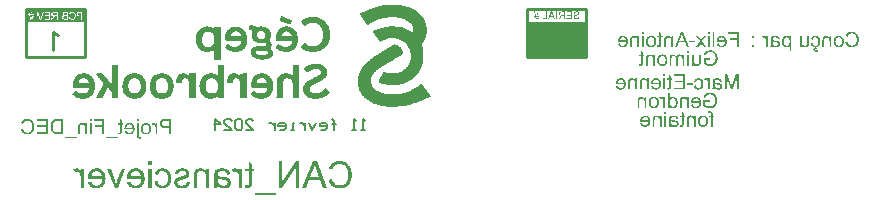
<source format=gbo>
G04*
G04 #@! TF.GenerationSoftware,Altium Limited,Altium Designer,24.2.2 (26)*
G04*
G04 Layer_Color=32896*
%FSLAX25Y25*%
%MOIN*%
G70*
G04*
G04 #@! TF.SameCoordinates,A429EB9D-CF2C-4BE8-93C1-183C4CBB5CAF*
G04*
G04*
G04 #@! TF.FilePolarity,Positive*
G04*
G01*
G75*
%ADD12C,0.01000*%
%ADD66C,0.00709*%
%ADD67R,0.19781X0.11614*%
G36*
X149801Y227548D02*
X149878Y227522D01*
X149954Y227497D01*
X150056Y227459D01*
X150158Y227420D01*
X150248Y227382D01*
X150299Y227369D01*
X150324Y227357D01*
X150515Y227280D01*
X150719Y227191D01*
X150923Y227114D01*
X151115Y227038D01*
X151280Y226974D01*
X151408Y226923D01*
X151459Y226898D01*
X151497Y226885D01*
X151510Y226872D01*
X151523D01*
X151778Y226770D01*
X151994Y226681D01*
X152198Y226604D01*
X152377Y226541D01*
X152517Y226477D01*
X152632Y226439D01*
X152696Y226413D01*
X152721Y226400D01*
X152900Y226324D01*
X153040Y226273D01*
X153142Y226235D01*
X153206Y226209D01*
X153257Y226184D01*
X153282Y226171D01*
X153295D01*
X153308Y226158D01*
X153320Y226120D01*
Y226031D01*
X153308Y225916D01*
X153269Y225788D01*
X153218Y225661D01*
X153180Y225559D01*
X153155Y225482D01*
X153142Y225470D01*
Y225457D01*
X153091Y225342D01*
X153053Y225240D01*
X153002Y225151D01*
X152963Y225074D01*
X152887Y224960D01*
X152836Y224883D01*
X152785Y224832D01*
X152747Y224807D01*
X152734Y224794D01*
X152721D01*
X152670Y224807D01*
X152594Y224819D01*
X152492Y224845D01*
X152390Y224883D01*
X152275Y224909D01*
X152186Y224934D01*
X152122Y224947D01*
X152096Y224960D01*
X151880Y225023D01*
X151663Y225087D01*
X151459Y225164D01*
X151255Y225215D01*
X151089Y225278D01*
X150949Y225317D01*
X150898Y225329D01*
X150860Y225342D01*
X150847Y225355D01*
X150834D01*
X150630Y225419D01*
X150439Y225482D01*
X150260Y225546D01*
X150082Y225597D01*
X149929Y225648D01*
X149789Y225699D01*
X149674Y225737D01*
X149559Y225776D01*
X149457Y225801D01*
X149368Y225827D01*
X149291Y225852D01*
X149228Y225878D01*
X149189Y225890D01*
X149151D01*
X149126Y225903D01*
X149189Y226107D01*
X149253Y226273D01*
X149304Y226413D01*
X149342Y226541D01*
X149368Y226630D01*
X149393Y226694D01*
X149406Y226732D01*
Y226745D01*
X149457Y226872D01*
X149495Y226987D01*
X149534Y227076D01*
X149572Y227165D01*
X149597Y227242D01*
X149623Y227293D01*
X149636Y227318D01*
Y227331D01*
X149674Y227408D01*
X149699Y227471D01*
X149725Y227510D01*
X149750Y227535D01*
X149776Y227561D01*
X149801Y227548D01*
D02*
G37*
G36*
X187439Y231322D02*
X187720Y231309D01*
X187988Y231296D01*
X188204Y231284D01*
X188306Y231271D01*
X188447D01*
X188498Y231258D01*
X188536D01*
X188855Y231233D01*
X189122Y231207D01*
X189365Y231182D01*
X189556Y231156D01*
X189696Y231143D01*
X189798Y231118D01*
X189862Y231105D01*
X189887D01*
X190346Y231016D01*
X190805Y230914D01*
X191226Y230799D01*
X191417Y230735D01*
X191609Y230684D01*
X191774Y230633D01*
X191927Y230582D01*
X192068Y230544D01*
X192182Y230506D01*
X192272Y230468D01*
X192335Y230455D01*
X192386Y230429D01*
X192399D01*
X192858Y230251D01*
X193075Y230162D01*
X193279Y230085D01*
X193457Y229996D01*
X193636Y229919D01*
X193802Y229830D01*
X193942Y229766D01*
X194082Y229690D01*
X194197Y229626D01*
X194299Y229575D01*
X194375Y229524D01*
X194439Y229486D01*
X194490Y229460D01*
X194516Y229448D01*
X194528Y229435D01*
X194873Y229205D01*
X195191Y228976D01*
X195497Y228721D01*
X195778Y228479D01*
X196033Y228224D01*
X196275Y227969D01*
X196492Y227726D01*
X196683Y227484D01*
X196849Y227267D01*
X197002Y227063D01*
X197129Y226885D01*
X197231Y226719D01*
X197321Y226592D01*
X197372Y226490D01*
X197410Y226439D01*
X197423Y226413D01*
X197601Y226056D01*
X197741Y225699D01*
X197869Y225355D01*
X197971Y224998D01*
X198060Y224666D01*
X198137Y224335D01*
X198188Y224016D01*
X198226Y223723D01*
X198264Y223442D01*
X198277Y223200D01*
X198290Y222983D01*
Y222792D01*
Y222639D01*
Y222524D01*
Y222461D01*
Y222435D01*
X198251Y222065D01*
X198200Y221708D01*
X198137Y221390D01*
X198086Y221122D01*
X198047Y220994D01*
X198022Y220892D01*
X197996Y220803D01*
X197971Y220714D01*
X197958Y220663D01*
X197945Y220612D01*
X197933Y220586D01*
Y220574D01*
X197818Y220268D01*
X197678Y219962D01*
X197537Y219681D01*
X197397Y219426D01*
X197270Y219209D01*
X197219Y219120D01*
X197168Y219044D01*
X197117Y218993D01*
X197091Y218942D01*
X197078Y218916D01*
X197066Y218903D01*
X196938Y218712D01*
X196823Y218559D01*
X196721Y218419D01*
X196645Y218304D01*
X196581Y218228D01*
X196543Y218164D01*
X196517Y218126D01*
X196505Y218113D01*
X196581Y217858D01*
X196645Y217641D01*
X196709Y217450D01*
X196747Y217310D01*
X196785Y217195D01*
X196811Y217106D01*
X196836Y217055D01*
Y217042D01*
X196900Y216812D01*
X196951Y216583D01*
X197002Y216379D01*
X197027Y216200D01*
X197053Y216047D01*
X197066Y215933D01*
X197078Y215856D01*
Y215843D01*
Y215831D01*
X197091Y215588D01*
X197104Y215333D01*
X197117Y215053D01*
Y214785D01*
X197129Y214543D01*
Y214428D01*
Y214339D01*
Y214262D01*
Y214211D01*
Y214173D01*
Y214160D01*
Y214007D01*
Y213867D01*
Y213740D01*
X197117Y213638D01*
Y213548D01*
Y213472D01*
Y213434D01*
Y213421D01*
Y213204D01*
Y213102D01*
X197104Y213026D01*
Y212949D01*
Y212898D01*
Y212873D01*
Y212860D01*
X197091Y212694D01*
X197066Y212541D01*
X197040Y212401D01*
X197027Y212286D01*
X197002Y212184D01*
X196989Y212120D01*
X196976Y212069D01*
Y212057D01*
X196900Y211789D01*
X196862Y211649D01*
X196823Y211521D01*
X196785Y211406D01*
X196760Y211317D01*
X196747Y211266D01*
X196734Y211241D01*
X196568Y210794D01*
X196403Y210399D01*
X196326Y210221D01*
X196250Y210055D01*
X196173Y209902D01*
X196109Y209762D01*
X196046Y209634D01*
X195982Y209519D01*
X195931Y209430D01*
X195893Y209341D01*
X195854Y209277D01*
X195829Y209239D01*
X195803Y209213D01*
Y209201D01*
X195587Y208895D01*
X195357Y208589D01*
X195102Y208283D01*
X194860Y208015D01*
X194758Y207887D01*
X194643Y207773D01*
X194554Y207671D01*
X194477Y207581D01*
X194401Y207518D01*
X194350Y207467D01*
X194324Y207428D01*
X194312Y207416D01*
X193942Y207071D01*
X193572Y206753D01*
X193215Y206485D01*
X192909Y206255D01*
X192769Y206153D01*
X192641Y206077D01*
X192527Y206000D01*
X192425Y205937D01*
X192348Y205886D01*
X192297Y205847D01*
X192259Y205835D01*
X192246Y205822D01*
X191825Y205605D01*
X191417Y205401D01*
X191009Y205235D01*
X190640Y205095D01*
X190461Y205031D01*
X190308Y204980D01*
X190181Y204929D01*
X190066Y204891D01*
X189964Y204866D01*
X189900Y204840D01*
X189849Y204827D01*
X189836D01*
X189569Y204764D01*
X189263Y204713D01*
X188957Y204662D01*
X188663Y204636D01*
X188523Y204623D01*
X188396Y204611D01*
X188281Y204598D01*
X188179D01*
X188102Y204585D01*
X187988D01*
X187554Y204572D01*
X187146Y204560D01*
X186585D01*
X186419Y204572D01*
X186126D01*
X185999Y204585D01*
X185897D01*
X185820Y204598D01*
X185705D01*
X185476Y204611D01*
X185272Y204636D01*
X185068Y204649D01*
X184902Y204674D01*
X184762Y204687D01*
X184647Y204700D01*
X184583Y204713D01*
X184558D01*
X184367Y204751D01*
X184188Y204776D01*
X184022Y204815D01*
X183882Y204840D01*
X183767Y204866D01*
X183691Y204891D01*
X183627Y204904D01*
X183614D01*
X183449Y204955D01*
X183296Y204993D01*
X183155Y205044D01*
X183028Y205082D01*
X182913Y205121D01*
X182811Y205146D01*
X182645Y205210D01*
X182518Y205261D01*
X182441Y205299D01*
X182390Y205312D01*
X182378Y205325D01*
X182288Y205401D01*
X182225Y205490D01*
X182212Y205592D01*
X182199Y205707D01*
X182212Y205796D01*
X182237Y205886D01*
X182250Y205937D01*
X182263Y205962D01*
X182327Y206128D01*
X182403Y206294D01*
X182441Y206370D01*
X182467Y206421D01*
X182480Y206459D01*
X182492Y206472D01*
X182556Y206587D01*
X182620Y206714D01*
X182684Y206829D01*
X182747Y206944D01*
X182798Y207046D01*
X182849Y207122D01*
X182875Y207186D01*
X182888Y207199D01*
X183015Y207454D01*
X183130Y207671D01*
X183245Y207875D01*
X183347Y208053D01*
X183423Y208193D01*
X183487Y208295D01*
X183525Y208359D01*
X183538Y208385D01*
X183640Y208550D01*
X183716Y208665D01*
X183793Y208754D01*
X183844Y208818D01*
X183882Y208856D01*
X183908Y208882D01*
X183920Y208895D01*
X183946Y208907D01*
X184073D01*
X184150Y208895D01*
X184175Y208882D01*
X184188D01*
X184341Y208844D01*
X184469Y208805D01*
X184532Y208780D01*
X184571Y208767D01*
X184596Y208754D01*
X184609D01*
X184711Y208716D01*
X184813Y208678D01*
X185055Y208627D01*
X185170Y208601D01*
X185259Y208576D01*
X185310Y208563D01*
X185336D01*
X185527Y208525D01*
X185718Y208499D01*
X185884Y208474D01*
X186037Y208461D01*
X186164Y208448D01*
X186254Y208436D01*
X186343D01*
X186636Y208423D01*
X186917D01*
X187439Y208461D01*
X187694Y208487D01*
X187924Y208512D01*
X188153Y208550D01*
X188357Y208601D01*
X188536Y208640D01*
X188702Y208678D01*
X188855Y208716D01*
X188969Y208754D01*
X189071Y208780D01*
X189135Y208805D01*
X189186Y208831D01*
X189199D01*
X189441Y208933D01*
X189671Y209035D01*
X190091Y209277D01*
X190295Y209405D01*
X190474Y209532D01*
X190652Y209660D01*
X190805Y209787D01*
X190958Y209915D01*
X191086Y210017D01*
X191188Y210119D01*
X191290Y210208D01*
X191354Y210284D01*
X191417Y210335D01*
X191443Y210374D01*
X191456Y210386D01*
X191685Y210667D01*
X191889Y210935D01*
X192080Y211228D01*
X192233Y211508D01*
X192374Y211776D01*
X192501Y212044D01*
X192603Y212312D01*
X192692Y212554D01*
X192756Y212783D01*
X192820Y212987D01*
X192858Y213179D01*
X192896Y213332D01*
X192922Y213459D01*
X192935Y213561D01*
X192947Y213612D01*
Y213638D01*
X192973Y213969D01*
Y214301D01*
X192960Y214619D01*
X192922Y214925D01*
X192884Y215219D01*
X192820Y215499D01*
X192756Y215767D01*
X192692Y216009D01*
X192629Y216226D01*
X192552Y216430D01*
X192488Y216596D01*
X192437Y216749D01*
X192386Y216863D01*
X192348Y216940D01*
X192323Y217004D01*
X192310Y217016D01*
X192131Y217322D01*
X191940Y217603D01*
X191749Y217858D01*
X191570Y218087D01*
X191405Y218279D01*
X191328Y218355D01*
X191264Y218419D01*
X191213Y218470D01*
X191175Y218508D01*
X191162Y218521D01*
X191150Y218534D01*
X190882Y218776D01*
X190589Y219005D01*
X190308Y219197D01*
X190040Y219362D01*
X189811Y219503D01*
X189722Y219554D01*
X189632Y219605D01*
X189556Y219630D01*
X189505Y219656D01*
X189479Y219681D01*
X189467D01*
X189122Y219834D01*
X188957Y219885D01*
X188804Y219936D01*
X188676Y219974D01*
X188574Y220000D01*
X188510Y220025D01*
X188485D01*
X188077Y220102D01*
X187898Y220140D01*
X187720Y220153D01*
X187580Y220178D01*
X187478D01*
X187401Y220191D01*
X187376D01*
X186993Y220204D01*
X186611Y220191D01*
X186266Y220166D01*
X185948Y220127D01*
X185807Y220115D01*
X185680Y220089D01*
X185565Y220076D01*
X185476Y220064D01*
X185399Y220051D01*
X185348Y220038D01*
X185310Y220025D01*
X185297D01*
X184915Y219923D01*
X184558Y219809D01*
X184239Y219681D01*
X183971Y219554D01*
X183844Y219503D01*
X183742Y219439D01*
X183653Y219388D01*
X183563Y219350D01*
X183512Y219311D01*
X183461Y219286D01*
X183436Y219273D01*
X183423Y219260D01*
X183270Y219171D01*
X183143Y219082D01*
X183041Y219018D01*
X182951Y218954D01*
X182888Y218916D01*
X182837Y218878D01*
X182811Y218865D01*
X182798Y218852D01*
X182645Y219069D01*
X182492Y219260D01*
X182365Y219439D01*
X182237Y219617D01*
X182123Y219770D01*
X182021Y219911D01*
X181919Y220038D01*
X181842Y220153D01*
X181766Y220255D01*
X181702Y220344D01*
X181651Y220421D01*
X181600Y220484D01*
X181562Y220523D01*
X181549Y220561D01*
X181523Y220586D01*
X181332Y220841D01*
X181154Y221084D01*
X181001Y221288D01*
X180860Y221479D01*
X180758Y221632D01*
X180682Y221734D01*
X180631Y221810D01*
X180618Y221836D01*
X180491Y222014D01*
X180401Y222155D01*
X180325Y222257D01*
X180287Y222320D01*
X180261Y222371D01*
X180236Y222410D01*
Y222422D01*
X180248Y222435D01*
X180261Y222461D01*
X180350Y222512D01*
X180452Y222575D01*
X180580Y222639D01*
X180720Y222690D01*
X180822Y222741D01*
X180911Y222767D01*
X180924Y222779D01*
X180937D01*
X181205Y222881D01*
X181485Y222983D01*
X181753Y223073D01*
X181995Y223162D01*
X182212Y223226D01*
X182301Y223251D01*
X182378Y223277D01*
X182441Y223302D01*
X182492Y223315D01*
X182518Y223328D01*
X182531D01*
X182747Y223404D01*
X182951Y223468D01*
X183155Y223519D01*
X183321Y223583D01*
X183474Y223621D01*
X183576Y223659D01*
X183653Y223672D01*
X183665Y223685D01*
X183678D01*
X183882Y223736D01*
X184073Y223774D01*
X184239Y223825D01*
X184379Y223850D01*
X184494Y223876D01*
X184571Y223901D01*
X184634Y223914D01*
X184647D01*
X184889Y223952D01*
X185132Y223991D01*
X185361Y224016D01*
X185552Y224042D01*
X185731Y224054D01*
X185858Y224067D01*
X185909Y224080D01*
X185973D01*
X186241Y224093D01*
X186789D01*
X187044Y224080D01*
X187363D01*
X187439Y224067D01*
X187605D01*
X188153Y224029D01*
X188408Y224016D01*
X188651Y223991D01*
X188880Y223952D01*
X189084Y223927D01*
X189288Y223901D01*
X189467Y223863D01*
X189620Y223838D01*
X189760Y223812D01*
X189887Y223787D01*
X189989Y223761D01*
X190079Y223736D01*
X190130Y223723D01*
X190168Y223710D01*
X190181D01*
X190576Y223583D01*
X190971Y223417D01*
X191354Y223251D01*
X191698Y223085D01*
X191851Y223009D01*
X191991Y222932D01*
X192119Y222869D01*
X192221Y222805D01*
X192310Y222754D01*
X192374Y222716D01*
X192412Y222703D01*
X192425Y222690D01*
X192654Y222563D01*
X192833Y222448D01*
X192986Y222371D01*
X193088Y222320D01*
X193164Y222282D01*
X193215Y222257D01*
X193241Y222244D01*
X193253D01*
X193304Y222231D01*
X193368D01*
X193419Y222257D01*
X193457Y222282D01*
X193521Y222346D01*
X193534Y222359D01*
X193547Y222371D01*
X193598Y222473D01*
X193649Y222588D01*
X193661Y222639D01*
X193674Y222677D01*
X193687Y222703D01*
Y222716D01*
X193712Y222894D01*
X193725Y223047D01*
X193738Y223098D01*
Y223149D01*
Y223175D01*
Y223187D01*
X193725Y223417D01*
X193687Y223634D01*
X193636Y223838D01*
X193559Y224042D01*
X193394Y224411D01*
X193292Y224577D01*
X193202Y224730D01*
X193100Y224870D01*
X192998Y224998D01*
X192909Y225113D01*
X192833Y225202D01*
X192769Y225266D01*
X192718Y225329D01*
X192680Y225355D01*
X192667Y225368D01*
X192463Y225546D01*
X192233Y225699D01*
X191762Y225992D01*
X191264Y226247D01*
X190793Y226464D01*
X190563Y226553D01*
X190359Y226630D01*
X190168Y226694D01*
X190015Y226745D01*
X189875Y226796D01*
X189785Y226821D01*
X189722Y226847D01*
X189696D01*
X189569Y226885D01*
X189428Y226910D01*
X189122Y226961D01*
X188804Y227000D01*
X188498Y227025D01*
X188357Y227038D01*
X188230Y227051D01*
X188115Y227063D01*
X188013D01*
X187924Y227076D01*
X187809D01*
X187350Y227089D01*
X186917Y227102D01*
X186509Y227089D01*
X185986D01*
X185846Y227076D01*
X185616D01*
X185527Y227063D01*
X185412D01*
X185183Y227051D01*
X184953Y227025D01*
X184749Y227012D01*
X184571Y226987D01*
X184418Y226961D01*
X184303Y226949D01*
X184226Y226936D01*
X184201D01*
X183997Y226910D01*
X183806Y226885D01*
X183640Y226859D01*
X183500Y226834D01*
X183385Y226808D01*
X183308Y226783D01*
X183245Y226770D01*
X183232D01*
X182862Y226655D01*
X182492Y226541D01*
X182148Y226413D01*
X181829Y226286D01*
X181676Y226235D01*
X181549Y226171D01*
X181434Y226133D01*
X181345Y226082D01*
X181256Y226056D01*
X181205Y226031D01*
X181166Y226005D01*
X181154D01*
X180771Y225814D01*
X180427Y225635D01*
X180121Y225457D01*
X179853Y225317D01*
X179751Y225240D01*
X179649Y225176D01*
X179573Y225125D01*
X179496Y225087D01*
X179445Y225049D01*
X179407Y225023D01*
X179381Y224998D01*
X179369D01*
X179216Y224896D01*
X179088Y224807D01*
X178986Y224743D01*
X178910Y224692D01*
X178846Y224654D01*
X178808Y224628D01*
X178782Y224615D01*
X178769D01*
X178706Y224603D01*
X178655D01*
X178565Y224641D01*
X178502Y224679D01*
X178476Y224692D01*
X178425Y224743D01*
X178361Y224819D01*
X178298Y224909D01*
X178208Y225011D01*
X178145Y225113D01*
X178081Y225189D01*
X178030Y225240D01*
X178017Y225266D01*
X177737Y225648D01*
X177596Y225827D01*
X177482Y226005D01*
X177367Y226145D01*
X177290Y226260D01*
X177227Y226337D01*
X177214Y226349D01*
Y226362D01*
X177023Y226630D01*
X176844Y226872D01*
X176691Y227102D01*
X176538Y227306D01*
X176423Y227471D01*
X176334Y227599D01*
X176296Y227650D01*
X176283Y227688D01*
X176258Y227701D01*
Y227714D01*
X176181Y227828D01*
X176105Y227918D01*
X175990Y228083D01*
X175913Y228198D01*
X175862Y228275D01*
X175837Y228326D01*
X175824Y228351D01*
Y228364D01*
X175837D01*
X175850Y228377D01*
X175939Y228415D01*
X176041Y228453D01*
X176156Y228517D01*
X176283Y228568D01*
X176385Y228606D01*
X176462Y228644D01*
X176474Y228657D01*
X176487D01*
X176742Y228772D01*
X177010Y228874D01*
X177265Y228989D01*
X177507Y229091D01*
X177724Y229180D01*
X177813Y229218D01*
X177890Y229244D01*
X177953Y229269D01*
X178004Y229295D01*
X178030Y229307D01*
X178043D01*
X178412Y229460D01*
X178769Y229601D01*
X179075Y229728D01*
X179356Y229830D01*
X179471Y229881D01*
X179585Y229919D01*
X179675Y229958D01*
X179751Y229996D01*
X179815Y230021D01*
X179866Y230034D01*
X179891Y230047D01*
X179904D01*
X180223Y230162D01*
X180516Y230264D01*
X180784Y230366D01*
X181026Y230442D01*
X181230Y230506D01*
X181307Y230531D01*
X181383Y230557D01*
X181434Y230570D01*
X181472Y230582D01*
X181498Y230595D01*
X181511D01*
X182021Y230735D01*
X182505Y230863D01*
X182735Y230914D01*
X182951Y230965D01*
X183155Y231003D01*
X183334Y231041D01*
X183512Y231080D01*
X183665Y231105D01*
X183793Y231131D01*
X183908Y231143D01*
X183997Y231169D01*
X184073D01*
X184112Y231182D01*
X184124D01*
X184571Y231233D01*
X185017Y231271D01*
X185450Y231296D01*
X185654Y231309D01*
X185858Y231322D01*
X186203D01*
X186343Y231335D01*
X187133D01*
X187439Y231322D01*
D02*
G37*
G36*
X160856Y227242D02*
X160970D01*
X161072Y227229D01*
X161149D01*
X161213Y227216D01*
X161264D01*
X161480Y227191D01*
X161582Y227178D01*
X161659Y227153D01*
X161723Y227140D01*
X161774Y227127D01*
X161799Y227114D01*
X161812D01*
X162245Y226987D01*
X162653Y226821D01*
X163010Y226655D01*
X163176Y226566D01*
X163329Y226477D01*
X163469Y226400D01*
X163597Y226324D01*
X163699Y226247D01*
X163788Y226184D01*
X163865Y226145D01*
X163916Y226107D01*
X163941Y226082D01*
X163954Y226069D01*
X164285Y225788D01*
X164579Y225495D01*
X164834Y225202D01*
X165038Y224921D01*
X165191Y224679D01*
X165254Y224577D01*
X165318Y224488D01*
X165356Y224424D01*
X165382Y224373D01*
X165407Y224335D01*
Y224322D01*
X165522Y224067D01*
X165624Y223812D01*
X165713Y223557D01*
X165790Y223302D01*
X165905Y222805D01*
X165943Y222563D01*
X165981Y222346D01*
X166007Y222142D01*
X166032Y221951D01*
X166045Y221785D01*
Y221645D01*
X166058Y221530D01*
Y221453D01*
Y221390D01*
Y221377D01*
X166045Y221071D01*
X166032Y220790D01*
X165994Y220497D01*
X165956Y220229D01*
X165892Y219974D01*
X165841Y219732D01*
X165777Y219503D01*
X165713Y219286D01*
X165650Y219095D01*
X165586Y218929D01*
X165522Y218776D01*
X165471Y218648D01*
X165433Y218559D01*
X165395Y218483D01*
X165382Y218432D01*
X165369Y218419D01*
X165242Y218189D01*
X165101Y217973D01*
X164961Y217781D01*
X164834Y217616D01*
X164719Y217475D01*
X164630Y217373D01*
X164566Y217310D01*
X164540Y217284D01*
X164349Y217093D01*
X164158Y216927D01*
X163979Y216774D01*
X163801Y216647D01*
X163648Y216545D01*
X163533Y216468D01*
X163457Y216417D01*
X163444Y216404D01*
X163431D01*
X163214Y216277D01*
X162985Y216175D01*
X162539Y215984D01*
X162105Y215843D01*
X161901Y215792D01*
X161710Y215741D01*
X161519Y215703D01*
X161353Y215665D01*
X161213Y215639D01*
X161085Y215614D01*
X160983Y215601D01*
X160907D01*
X160856Y215588D01*
X160843D01*
X160575Y215576D01*
X160307Y215563D01*
X159797Y215588D01*
X159313Y215639D01*
X159083Y215678D01*
X158867Y215716D01*
X158675Y215754D01*
X158510Y215792D01*
X158357Y215831D01*
X158216Y215869D01*
X158114Y215907D01*
X158038Y215920D01*
X157987Y215945D01*
X157974D01*
X157847Y215996D01*
X157732Y216047D01*
X157681Y216073D01*
X157655Y216098D01*
X157630Y216111D01*
X157617D01*
X157477Y216188D01*
X157349Y216264D01*
X157311Y216290D01*
X157273Y216315D01*
X157247Y216328D01*
X157235D01*
X157094Y216417D01*
X156980Y216506D01*
X156865Y216583D01*
X156776Y216659D01*
X156699Y216723D01*
X156648Y216774D01*
X156610Y216800D01*
X156597Y216812D01*
X156508Y216889D01*
X156431Y216965D01*
X156380Y217016D01*
X156355Y217067D01*
X156329Y217106D01*
X156317Y217131D01*
Y217144D01*
X156329Y217169D01*
X156342Y217208D01*
X156406Y217310D01*
X156444Y217361D01*
X156482Y217399D01*
X156495Y217424D01*
X156508Y217437D01*
X156648Y217628D01*
X156801Y217794D01*
X156865Y217871D01*
X156903Y217922D01*
X156941Y217960D01*
X156954Y217973D01*
X157107Y218138D01*
X157235Y218279D01*
X157349Y218406D01*
X157439Y218508D01*
X157502Y218585D01*
X157553Y218636D01*
X157579Y218674D01*
X157592Y218687D01*
X157719Y218572D01*
X157834Y218483D01*
X157923Y218393D01*
X158000Y218330D01*
X158051Y218266D01*
X158089Y218228D01*
X158114Y218215D01*
X158127Y218202D01*
X158306Y218062D01*
X158471Y217934D01*
X158637Y217832D01*
X158790Y217756D01*
X158930Y217679D01*
X159032Y217641D01*
X159096Y217616D01*
X159122Y217603D01*
X159326Y217539D01*
X159530Y217501D01*
X159721Y217475D01*
X159887Y217450D01*
X160027Y217437D01*
X160244D01*
X160435Y217450D01*
X160626Y217475D01*
X160996Y217539D01*
X161327Y217654D01*
X161621Y217769D01*
X161748Y217832D01*
X161876Y217883D01*
X161978Y217934D01*
X162054Y217985D01*
X162131Y218024D01*
X162182Y218062D01*
X162207Y218075D01*
X162220Y218087D01*
X162386Y218215D01*
X162539Y218355D01*
X162679Y218495D01*
X162806Y218636D01*
X163023Y218929D01*
X163189Y219209D01*
X163316Y219464D01*
X163367Y219566D01*
X163406Y219668D01*
X163431Y219745D01*
X163457Y219796D01*
X163469Y219834D01*
Y219847D01*
X163533Y220064D01*
X163584Y220268D01*
X163610Y220459D01*
X163648Y220637D01*
X163661Y220778D01*
X163673Y220892D01*
X163686Y220969D01*
Y220994D01*
Y221198D01*
Y221402D01*
Y221594D01*
X163673Y221759D01*
X163661Y221900D01*
Y222014D01*
X163648Y222078D01*
Y222104D01*
X163571Y222473D01*
X163482Y222818D01*
X163367Y223124D01*
X163253Y223391D01*
X163202Y223506D01*
X163151Y223621D01*
X163112Y223710D01*
X163061Y223787D01*
X163036Y223850D01*
X163010Y223889D01*
X162985Y223914D01*
Y223927D01*
X162781Y224207D01*
X162551Y224450D01*
X162335Y224654D01*
X162131Y224807D01*
X161939Y224934D01*
X161786Y225023D01*
X161735Y225049D01*
X161697Y225074D01*
X161672Y225087D01*
X161659D01*
X161493Y225164D01*
X161315Y225215D01*
X160983Y225291D01*
X160652Y225342D01*
X160346Y225355D01*
X160078D01*
X159963Y225342D01*
X159861D01*
X159785Y225329D01*
X159734D01*
X159695Y225317D01*
X159683D01*
X159287Y225227D01*
X158930Y225100D01*
X158624Y224960D01*
X158484Y224883D01*
X158369Y224807D01*
X158255Y224743D01*
X158165Y224679D01*
X158089Y224615D01*
X158012Y224564D01*
X157961Y224513D01*
X157923Y224475D01*
X157910Y224462D01*
X157898Y224450D01*
X157757Y224309D01*
X157655Y224207D01*
X157592Y224156D01*
X157579Y224131D01*
X157426Y224297D01*
X157298Y224450D01*
X157196Y224577D01*
X157107Y224679D01*
X157031Y224768D01*
X156980Y224819D01*
X156954Y224858D01*
X156941Y224870D01*
X156763Y225087D01*
X156686Y225189D01*
X156623Y225266D01*
X156572Y225329D01*
X156533Y225393D01*
X156521Y225419D01*
X156508Y225431D01*
X156444Y225521D01*
X156393Y225597D01*
X156368Y225648D01*
X156342Y225699D01*
X156317Y225750D01*
Y225763D01*
X156329Y225801D01*
X156368Y225852D01*
X156406Y225916D01*
X156457Y225967D01*
X156521Y226018D01*
X156559Y226056D01*
X156597Y226082D01*
X156610Y226094D01*
X156839Y226260D01*
X156954Y226337D01*
X157069Y226413D01*
X157171Y226464D01*
X157247Y226515D01*
X157298Y226541D01*
X157311Y226553D01*
X157477Y226643D01*
X157617Y226706D01*
X157681Y226745D01*
X157732Y226757D01*
X157757Y226783D01*
X157770D01*
X157923Y226847D01*
X158063Y226898D01*
X158114Y226910D01*
X158153Y226923D01*
X158178Y226936D01*
X158191D01*
X158369Y227000D01*
X158548Y227038D01*
X158739Y227089D01*
X158918Y227114D01*
X159071Y227140D01*
X159198Y227165D01*
X159249D01*
X159287Y227178D01*
X159313D01*
X159555Y227204D01*
X159797Y227229D01*
X160014Y227242D01*
X160205D01*
X160371Y227255D01*
X160613D01*
X160856Y227242D01*
D02*
G37*
G36*
X151625Y224080D02*
X151816Y224067D01*
X152007Y224042D01*
X152173Y224003D01*
X152339Y223965D01*
X152453Y223940D01*
X152504Y223927D01*
X152543D01*
X152555Y223914D01*
X152568D01*
X152810Y223838D01*
X153040Y223748D01*
X153257Y223646D01*
X153448Y223532D01*
X153639Y223417D01*
X153805Y223302D01*
X153958Y223187D01*
X154098Y223073D01*
X154213Y222958D01*
X154328Y222856D01*
X154417Y222754D01*
X154493Y222665D01*
X154544Y222601D01*
X154583Y222550D01*
X154608Y222512D01*
X154621Y222499D01*
X154748Y222295D01*
X154850Y222078D01*
X154952Y221861D01*
X155029Y221632D01*
X155156Y221173D01*
X155246Y220752D01*
X155271Y220548D01*
X155297Y220370D01*
X155309Y220204D01*
X155322Y220064D01*
X155335Y219949D01*
Y219872D01*
Y219821D01*
Y219796D01*
X155322Y219528D01*
X155309Y219286D01*
X155284Y219044D01*
X155246Y218814D01*
X155207Y218597D01*
X155156Y218393D01*
X155105Y218215D01*
X155042Y218049D01*
X154991Y217896D01*
X154940Y217756D01*
X154889Y217641D01*
X154850Y217539D01*
X154812Y217463D01*
X154787Y217412D01*
X154761Y217373D01*
Y217361D01*
X154519Y217016D01*
X154264Y216710D01*
X153983Y216455D01*
X153716Y216251D01*
X153473Y216098D01*
X153371Y216035D01*
X153282Y215984D01*
X153206Y215945D01*
X153155Y215920D01*
X153116Y215894D01*
X153104D01*
X152836Y215805D01*
X152555Y215729D01*
X152275Y215678D01*
X152020Y215639D01*
X151778Y215627D01*
X151688Y215614D01*
X151599D01*
X151535Y215601D01*
X151076D01*
X150745Y215627D01*
X150452Y215665D01*
X150197Y215703D01*
X150095Y215729D01*
X149993Y215754D01*
X149916Y215767D01*
X149840Y215792D01*
X149789Y215805D01*
X149750Y215818D01*
X149725Y215831D01*
X149712D01*
X149572Y215882D01*
X149444Y215933D01*
X149393Y215958D01*
X149355Y215984D01*
X149330Y215996D01*
X149317D01*
X149151Y216073D01*
X149024Y216137D01*
X148960Y216162D01*
X148922Y216188D01*
X148896Y216213D01*
X148883D01*
X148730Y216302D01*
X148590Y216379D01*
X148475Y216455D01*
X148361Y216532D01*
X148271Y216583D01*
X148208Y216634D01*
X148157Y216659D01*
X148144Y216672D01*
X148042Y216749D01*
X147965Y216825D01*
X147902Y216876D01*
X147863Y216927D01*
X147838Y216965D01*
X147825Y216991D01*
Y217004D01*
X147838Y217016D01*
X147851Y217055D01*
X147914Y217131D01*
X147978Y217208D01*
X147991Y217233D01*
X148004Y217246D01*
X148131Y217399D01*
X148246Y217552D01*
X148297Y217616D01*
X148335Y217667D01*
X148361Y217692D01*
X148373Y217705D01*
X148501Y217845D01*
X148616Y217960D01*
X148705Y218049D01*
X148769Y218113D01*
X148820Y218151D01*
X148858Y218177D01*
X148871Y218189D01*
X148883D01*
X148922Y218202D01*
X148960D01*
X149024Y218164D01*
X149075Y218113D01*
X149100Y218100D01*
Y218087D01*
X149189Y217973D01*
X149304Y217871D01*
X149432Y217781D01*
X149559Y217705D01*
X149687Y217628D01*
X149789Y217577D01*
X149865Y217552D01*
X149878Y217539D01*
X149891D01*
X150120Y217450D01*
X150337Y217386D01*
X150541Y217348D01*
X150707Y217322D01*
X150860Y217297D01*
X150962Y217284D01*
X151064D01*
X151382Y217297D01*
X151676Y217348D01*
X151931Y217412D01*
X152135Y217475D01*
X152300Y217552D01*
X152428Y217603D01*
X152504Y217654D01*
X152517Y217667D01*
X152530D01*
X152721Y217820D01*
X152874Y217985D01*
X153002Y218164D01*
X153104Y218342D01*
X153180Y218495D01*
X153218Y218623D01*
X153231Y218674D01*
X153244Y218712D01*
X153257Y218725D01*
Y218738D01*
X153282Y218852D01*
X153295Y218967D01*
X153320Y219044D01*
X153333Y219120D01*
X153346Y219171D01*
Y219209D01*
X153359Y219222D01*
Y219235D01*
X152734D01*
X152453Y219248D01*
X151357D01*
X151204Y219260D01*
X150694D01*
X150375Y219273D01*
X150069D01*
X149789Y219286D01*
X149291D01*
X149075Y219299D01*
X148552D01*
X148412Y219311D01*
X148042D01*
X148029Y219503D01*
Y219656D01*
X148016Y219796D01*
Y219911D01*
X148004Y219987D01*
Y220051D01*
Y220089D01*
Y220102D01*
X147991Y220357D01*
X148004Y220599D01*
X148016Y220829D01*
X148055Y221058D01*
X148093Y221262D01*
X148144Y221466D01*
X148195Y221645D01*
X148246Y221823D01*
X148310Y221976D01*
X148361Y222104D01*
X148412Y222231D01*
X148463Y222333D01*
X148501Y222410D01*
X148539Y222461D01*
X148552Y222499D01*
X148565Y222512D01*
X148692Y222703D01*
X148832Y222869D01*
X148973Y223022D01*
X149113Y223162D01*
X149266Y223289D01*
X149419Y223404D01*
X149559Y223506D01*
X149699Y223583D01*
X149954Y223723D01*
X150069Y223774D01*
X150158Y223825D01*
X150235Y223850D01*
X150299Y223876D01*
X150337Y223889D01*
X150350D01*
X150579Y223952D01*
X150783Y224003D01*
X150974Y224042D01*
X151140Y224067D01*
X151268Y224080D01*
X151370Y224093D01*
X151446D01*
X151625Y224080D01*
D02*
G37*
G36*
X134948Y224029D02*
X135203Y224003D01*
X135419Y223978D01*
X135611Y223940D01*
X135687Y223927D01*
X135751Y223901D01*
X135802Y223889D01*
X135840D01*
X135866Y223876D01*
X135878D01*
X136095Y223799D01*
X136312Y223697D01*
X136503Y223595D01*
X136694Y223481D01*
X136860Y223366D01*
X137013Y223238D01*
X137153Y223111D01*
X137281Y222983D01*
X137396Y222869D01*
X137485Y222754D01*
X137574Y222652D01*
X137638Y222563D01*
X137702Y222486D01*
X137740Y222435D01*
X137753Y222397D01*
X137765Y222384D01*
X137880Y222167D01*
X137982Y221951D01*
X138071Y221721D01*
X138148Y221479D01*
X138263Y221020D01*
X138301Y220790D01*
X138339Y220574D01*
X138365Y220382D01*
X138390Y220191D01*
X138403Y220025D01*
Y219885D01*
X138416Y219770D01*
Y219681D01*
Y219630D01*
Y219605D01*
X138403Y219362D01*
X138390Y219120D01*
X138326Y218674D01*
X138275Y218483D01*
X138224Y218291D01*
X138173Y218113D01*
X138110Y217947D01*
X138059Y217807D01*
X138008Y217679D01*
X137957Y217565D01*
X137906Y217475D01*
X137867Y217399D01*
X137842Y217348D01*
X137816Y217310D01*
Y217297D01*
X137574Y216953D01*
X137306Y216672D01*
X137039Y216430D01*
X136784Y216239D01*
X136554Y216086D01*
X136452Y216022D01*
X136363Y215984D01*
X136299Y215945D01*
X136235Y215920D01*
X136210Y215894D01*
X136197D01*
X135980Y215818D01*
X135776Y215754D01*
X135572Y215703D01*
X135381Y215665D01*
X135215Y215639D01*
X135101Y215614D01*
X135050D01*
X135011Y215601D01*
X134986D01*
X134731Y215576D01*
X134489D01*
X134246Y215588D01*
X134030Y215601D01*
X133851Y215614D01*
X133711Y215639D01*
X133660D01*
X133622Y215652D01*
X133583D01*
X133341Y215703D01*
X133099Y215754D01*
X132857Y215831D01*
X132653Y215907D01*
X132474Y215971D01*
X132334Y216035D01*
X132283Y216047D01*
X132245Y216073D01*
X132219Y216086D01*
X132206D01*
X131964Y216213D01*
X131747Y216341D01*
X131569Y216468D01*
X131416Y216570D01*
X131301Y216659D01*
X131225Y216736D01*
X131174Y216787D01*
X131161Y216800D01*
X131097Y216876D01*
X131046Y216940D01*
X131021Y216991D01*
X131008Y217042D01*
Y217106D01*
Y217118D01*
X131033Y217182D01*
X131084Y217259D01*
X131161Y217361D01*
X131237Y217463D01*
X131314Y217552D01*
X131378Y217628D01*
X131429Y217679D01*
X131441Y217705D01*
X131556Y217845D01*
X131671Y217973D01*
X131760Y218075D01*
X131837Y218164D01*
X131888Y218228D01*
X131926Y218279D01*
X131951Y218304D01*
X131964Y218317D01*
X132053Y218228D01*
X132143Y218164D01*
X132206Y218100D01*
X132257Y218049D01*
X132334Y217985D01*
X132359Y217960D01*
X132500Y217832D01*
X132640Y217730D01*
X132780Y217641D01*
X132908Y217565D01*
X133010Y217514D01*
X133086Y217475D01*
X133137Y217463D01*
X133163Y217450D01*
X133328Y217399D01*
X133507Y217361D01*
X133685Y217322D01*
X133851Y217310D01*
X133991Y217297D01*
X134119Y217284D01*
X134221D01*
X134463Y217297D01*
X134693Y217322D01*
X134909Y217373D01*
X135088Y217424D01*
X135241Y217475D01*
X135343Y217526D01*
X135419Y217552D01*
X135432Y217565D01*
X135445D01*
X135636Y217679D01*
X135789Y217807D01*
X135929Y217934D01*
X136031Y218049D01*
X136108Y218151D01*
X136172Y218240D01*
X136197Y218291D01*
X136210Y218317D01*
X136286Y218495D01*
X136350Y218636D01*
X136388Y218750D01*
X136414Y218840D01*
X136427Y218916D01*
Y218954D01*
Y218980D01*
Y218993D01*
X136414Y219031D01*
X136388Y219056D01*
X136312Y219107D01*
X136184Y219146D01*
X136057Y219171D01*
X135929Y219197D01*
X135815D01*
X135725Y219209D01*
X135700D01*
X135572Y219222D01*
X135445D01*
X135317Y219235D01*
X132092D01*
X131862Y219248D01*
X131684Y219260D01*
X131531Y219273D01*
X131429Y219286D01*
X131352Y219299D01*
X131314Y219311D01*
X131288Y219324D01*
X131276D01*
X131186Y219388D01*
X131135Y219464D01*
X131110Y219528D01*
X131097Y219541D01*
Y219554D01*
X131046Y219821D01*
X131008Y220089D01*
Y220357D01*
X131021Y220586D01*
X131033Y220790D01*
X131046Y220867D01*
X131059Y220943D01*
X131072Y221007D01*
Y221045D01*
X131084Y221071D01*
Y221084D01*
X131161Y221377D01*
X131263Y221657D01*
X131378Y221912D01*
X131480Y222129D01*
X131582Y222308D01*
X131658Y222448D01*
X131696Y222499D01*
X131709Y222537D01*
X131735Y222550D01*
Y222563D01*
X131824Y222703D01*
X131926Y222818D01*
X132015Y222932D01*
X132104Y223022D01*
X132181Y223111D01*
X132245Y223162D01*
X132283Y223200D01*
X132296Y223213D01*
X132538Y223417D01*
X132653Y223506D01*
X132755Y223583D01*
X132844Y223634D01*
X132920Y223672D01*
X132971Y223697D01*
X132984Y223710D01*
X133201Y223799D01*
X133430Y223876D01*
X133660Y223927D01*
X133877Y223965D01*
X134068Y224003D01*
X134157D01*
X134221Y224016D01*
X134285Y224029D01*
X134361D01*
X134654Y224042D01*
X134948Y224029D01*
D02*
G37*
G36*
X139665Y224577D02*
X139729Y224552D01*
X139793Y224539D01*
X139831Y224526D01*
X139844D01*
X140124Y224437D01*
X140252Y224386D01*
X140379Y224348D01*
X140481Y224309D01*
X140570Y224271D01*
X140621Y224258D01*
X140647Y224246D01*
X140889Y224156D01*
X141106Y224093D01*
X141272Y224042D01*
X141412Y224003D01*
X141514Y223978D01*
X141590Y223965D01*
X141641Y223952D01*
X141654D01*
X141769Y223940D01*
X141896D01*
X142024Y223952D01*
X142151Y223965D01*
X142253Y223978D01*
X142343Y223991D01*
X142394Y224003D01*
X142419D01*
X142623Y224029D01*
X142827Y224054D01*
X143222D01*
X143579Y224029D01*
X143745Y224003D01*
X143911Y223978D01*
X144051Y223940D01*
X144179Y223914D01*
X144293Y223876D01*
X144395Y223850D01*
X144472Y223825D01*
X144523Y223799D01*
X144561Y223787D01*
X144574D01*
X144765Y223710D01*
X144944Y223608D01*
X145097Y223519D01*
X145250Y223417D01*
X145377Y223315D01*
X145505Y223213D01*
X145607Y223111D01*
X145709Y223022D01*
X145849Y222843D01*
X145964Y222690D01*
X145989Y222639D01*
X146015Y222601D01*
X146040Y222575D01*
Y222563D01*
X146142Y222346D01*
X146206Y222116D01*
X146257Y221887D01*
X146295Y221683D01*
X146321Y221504D01*
X146333Y221364D01*
Y221313D01*
Y221275D01*
Y221249D01*
Y221237D01*
X146321Y220969D01*
X146282Y220714D01*
X146231Y220497D01*
X146180Y220319D01*
X146129Y220178D01*
X146078Y220064D01*
X146040Y220000D01*
X146027Y219974D01*
X145951Y219847D01*
X145900Y219745D01*
X145862Y219656D01*
X145836Y219592D01*
X145823Y219554D01*
X145811Y219528D01*
Y219503D01*
X145823Y219464D01*
X145836Y219413D01*
X145913Y219311D01*
X145976Y219222D01*
X146002Y219197D01*
X146015Y219184D01*
X146168Y219005D01*
X146282Y218827D01*
X146372Y218648D01*
X146448Y218495D01*
X146486Y218368D01*
X146512Y218253D01*
X146537Y218189D01*
Y218177D01*
Y218164D01*
X146550Y217960D01*
Y217769D01*
X146525Y217577D01*
X146486Y217412D01*
X146435Y217259D01*
X146397Y217157D01*
X146372Y217080D01*
X146359Y217067D01*
Y217055D01*
X146308Y216940D01*
X146257Y216838D01*
X146231Y216761D01*
X146219Y216710D01*
X146206Y216672D01*
X146193Y216647D01*
Y216621D01*
X146206Y216583D01*
X146219Y216545D01*
X146270Y216494D01*
X146333Y216443D01*
X146346Y216430D01*
X146359D01*
X146512Y216315D01*
X146639Y216175D01*
X146741Y216022D01*
X146818Y215856D01*
X146882Y215703D01*
X146920Y215576D01*
X146933Y215525D01*
Y215499D01*
X146945Y215474D01*
Y215461D01*
X146984Y215206D01*
Y214976D01*
X146958Y214760D01*
X146920Y214581D01*
X146869Y214428D01*
X146831Y214313D01*
X146792Y214250D01*
X146780Y214224D01*
X146703Y214122D01*
X146627Y214020D01*
X146423Y213842D01*
X146219Y213689D01*
X145989Y213561D01*
X145785Y213459D01*
X145696Y213421D01*
X145619Y213395D01*
X145556Y213370D01*
X145505Y213344D01*
X145479Y213332D01*
X145466D01*
X145097Y213217D01*
X144740Y213140D01*
X144395Y213077D01*
X144077Y213038D01*
X143936Y213026D01*
X143796Y213013D01*
X143681D01*
X143592Y213000D01*
X143184D01*
X142967Y213013D01*
X142776Y213026D01*
X142598Y213051D01*
X142445Y213064D01*
X142343Y213089D01*
X142266Y213102D01*
X142241D01*
X142024Y213140D01*
X141820Y213191D01*
X141641Y213242D01*
X141488Y213293D01*
X141348Y213332D01*
X141259Y213370D01*
X141195Y213395D01*
X141170Y213408D01*
X140978Y213497D01*
X140813Y213587D01*
X140660Y213689D01*
X140532Y213778D01*
X140417Y213854D01*
X140341Y213918D01*
X140290Y213969D01*
X140277Y213982D01*
X140150Y214109D01*
X140035Y214237D01*
X139946Y214364D01*
X139869Y214479D01*
X139805Y214581D01*
X139767Y214658D01*
X139742Y214709D01*
X139729Y214721D01*
X139665Y214862D01*
X139614Y214989D01*
X139550Y215257D01*
X139512Y215512D01*
Y215729D01*
X139525Y215920D01*
X139538Y216009D01*
X139550Y216073D01*
X139563Y216124D01*
Y216162D01*
X139576Y216188D01*
Y216200D01*
X139627Y216341D01*
X139678Y216455D01*
X139831Y216685D01*
X140009Y216863D01*
X140188Y217016D01*
X140366Y217131D01*
X140507Y217208D01*
X140570Y217233D01*
X140609Y217259D01*
X140634Y217271D01*
X140647D01*
X140723Y217297D01*
X140838Y217310D01*
X140966Y217335D01*
X141106Y217348D01*
X141233Y217361D01*
X141335D01*
X141412Y217373D01*
X141437D01*
X141896Y217412D01*
X142126Y217424D01*
X142317D01*
X142496Y217437D01*
X143720D01*
X143822Y217450D01*
X143924Y217463D01*
X144013D01*
X144077Y217475D01*
X144128Y217488D01*
X144166D01*
X144319Y217514D01*
X144434Y217539D01*
X144523Y217577D01*
X144599Y217616D01*
X144650Y217654D01*
X144676Y217679D01*
X144701Y217692D01*
Y217705D01*
X144727Y217781D01*
X144752Y217858D01*
X144765Y218024D01*
Y218100D01*
X144752Y218164D01*
Y218202D01*
Y218215D01*
X144740Y218317D01*
X144714Y218406D01*
X144676Y218470D01*
X144650Y218508D01*
X144612Y218534D01*
X144587Y218546D01*
X144574Y218559D01*
X144523D01*
X144459Y218572D01*
X144395Y218559D01*
X144319D01*
X144140Y218546D01*
X143949Y218534D01*
X143758Y218508D01*
X143605Y218495D01*
X143541Y218483D01*
X143490Y218470D01*
X143452D01*
X143159Y218444D01*
X142878D01*
X142623Y218470D01*
X142381Y218508D01*
X142177Y218534D01*
X142088Y218559D01*
X142024Y218572D01*
X141960Y218585D01*
X141922Y218597D01*
X141896Y218610D01*
X141884D01*
X141603Y218712D01*
X141348Y218827D01*
X141131Y218954D01*
X140940Y219082D01*
X140800Y219184D01*
X140685Y219273D01*
X140621Y219337D01*
X140596Y219362D01*
X140417Y219554D01*
X140264Y219758D01*
X140150Y219936D01*
X140060Y220115D01*
X139997Y220268D01*
X139946Y220382D01*
X139933Y220459D01*
X139920Y220472D01*
Y220484D01*
X139869Y220714D01*
X139844Y220956D01*
Y221186D01*
X139856Y221390D01*
X139882Y221568D01*
X139895Y221708D01*
X139907Y221759D01*
Y221798D01*
X139920Y221823D01*
Y221836D01*
X139958Y222053D01*
X139971Y222142D01*
X139984Y222231D01*
X139997Y222295D01*
X140009Y222346D01*
X140022Y222371D01*
Y222384D01*
X140035Y222473D01*
X140048Y222537D01*
X140060Y222588D01*
Y222626D01*
X140073Y222665D01*
Y222677D01*
X140060Y222703D01*
X140048Y222716D01*
X139984Y222754D01*
X139920Y222767D01*
X139907Y222779D01*
X139895D01*
X139754Y222818D01*
X139627Y222856D01*
X139563Y222869D01*
X139512D01*
X139487Y222881D01*
X139474D01*
X139308Y222907D01*
X139168Y222945D01*
X139117Y222958D01*
X139079D01*
X139066Y222971D01*
X139053D01*
X138951Y222996D01*
X138887Y223022D01*
X138862Y223034D01*
X138849D01*
X138836Y223047D01*
Y223085D01*
X138849Y223162D01*
X138862Y223238D01*
X138875Y223264D01*
Y223277D01*
X138913Y223430D01*
X138964Y223583D01*
X138989Y223634D01*
X139002Y223685D01*
X139015Y223710D01*
Y223723D01*
X139104Y223952D01*
X139142Y224054D01*
X139168Y224144D01*
X139206Y224220D01*
X139219Y224271D01*
X139244Y224309D01*
Y224322D01*
X139295Y224411D01*
X139334Y224475D01*
X139372Y224526D01*
X139397Y224564D01*
X139423Y224603D01*
X139525D01*
X139665Y224577D01*
D02*
G37*
G36*
X125130Y224080D02*
X125309Y224067D01*
X125487Y224042D01*
X125653Y224003D01*
X125806Y223965D01*
X125933Y223940D01*
X125984Y223927D01*
X126023D01*
X126035Y223914D01*
X126048D01*
X126239Y223850D01*
X126405Y223787D01*
X126482Y223761D01*
X126533Y223748D01*
X126558Y223723D01*
X126571D01*
X126673Y223672D01*
X126749Y223634D01*
X126813Y223608D01*
X126864Y223570D01*
X126902Y223544D01*
X126928Y223532D01*
X126941Y223519D01*
X127081Y223404D01*
X127183Y223315D01*
X127272Y223264D01*
X127336Y223213D01*
X127387Y223187D01*
X127412Y223175D01*
X127438D01*
X127463Y223200D01*
X127489Y223238D01*
Y223289D01*
Y223353D01*
X127476Y223417D01*
Y223481D01*
X127463Y223519D01*
Y223532D01*
X127425Y223723D01*
X127400Y223787D01*
X127387Y223850D01*
X127374Y223901D01*
Y223940D01*
X127361Y223952D01*
Y223965D01*
X129554D01*
Y223289D01*
Y222665D01*
Y222078D01*
Y221530D01*
Y221033D01*
Y220574D01*
Y220153D01*
Y219783D01*
Y219464D01*
Y219184D01*
Y218942D01*
Y218738D01*
Y218585D01*
Y218483D01*
Y218419D01*
Y218393D01*
Y217718D01*
Y217093D01*
Y216506D01*
Y215958D01*
Y215461D01*
Y215002D01*
Y214594D01*
Y214224D01*
Y213893D01*
Y213612D01*
Y213383D01*
Y213179D01*
Y213026D01*
Y212924D01*
Y212860D01*
Y212834D01*
X127387D01*
Y213038D01*
Y213230D01*
Y213408D01*
Y213574D01*
Y213727D01*
Y213854D01*
Y213982D01*
Y214097D01*
Y214199D01*
Y214275D01*
Y214352D01*
Y214415D01*
Y214454D01*
Y214492D01*
Y214517D01*
Y214760D01*
Y214989D01*
Y215180D01*
X127374Y215346D01*
Y215486D01*
Y215588D01*
Y215652D01*
Y215678D01*
Y215843D01*
X127361Y215971D01*
Y216060D01*
X127349Y216124D01*
Y216162D01*
X127336Y216175D01*
Y216188D01*
X127323D01*
X127298Y216175D01*
X127221Y216137D01*
X127145Y216098D01*
X127119Y216086D01*
X127106D01*
X126941Y216022D01*
X126788Y215958D01*
X126724Y215933D01*
X126673Y215907D01*
X126647Y215882D01*
X126635D01*
X126367Y215792D01*
X126099Y215716D01*
X125831Y215665D01*
X125589Y215627D01*
X125372Y215614D01*
X125270Y215601D01*
X125194D01*
X125130Y215588D01*
X125041D01*
X124709Y215601D01*
X124416Y215627D01*
X124148Y215665D01*
X123919Y215716D01*
X123740Y215767D01*
X123664Y215792D01*
X123600Y215818D01*
X123549Y215831D01*
X123511Y215843D01*
X123498Y215856D01*
X123485D01*
X123179Y216022D01*
X122899Y216213D01*
X122657Y216430D01*
X122440Y216634D01*
X122274Y216825D01*
X122159Y216978D01*
X122108Y217029D01*
X122083Y217080D01*
X122057Y217106D01*
Y217118D01*
X121866Y217463D01*
X121700Y217794D01*
X121573Y218126D01*
X121471Y218432D01*
X121433Y218572D01*
X121394Y218699D01*
X121369Y218814D01*
X121356Y218916D01*
X121331Y218993D01*
Y219044D01*
X121318Y219082D01*
Y219095D01*
X121280Y219515D01*
X121267Y219719D01*
Y219898D01*
Y220051D01*
X121280Y220166D01*
Y220242D01*
Y220255D01*
Y220268D01*
X121305Y220497D01*
X121331Y220714D01*
X121369Y220918D01*
X121407Y221109D01*
X121445Y221262D01*
X121484Y221377D01*
X121496Y221453D01*
X121509Y221466D01*
Y221479D01*
X121624Y221772D01*
X121764Y222053D01*
X121917Y222308D01*
X122070Y222524D01*
X122223Y222716D01*
X122287Y222792D01*
X122338Y222856D01*
X122389Y222907D01*
X122427Y222945D01*
X122440Y222958D01*
X122453Y222971D01*
X122720Y223213D01*
X122975Y223404D01*
X123218Y223570D01*
X123434Y223697D01*
X123626Y223787D01*
X123702Y223812D01*
X123766Y223850D01*
X123817Y223863D01*
X123855Y223876D01*
X123881Y223889D01*
X123893D01*
X124136Y223952D01*
X124352Y224003D01*
X124531Y224042D01*
X124684Y224067D01*
X124811Y224080D01*
X124901Y224093D01*
X124977D01*
X125130Y224080D01*
D02*
G37*
G36*
X155692Y210501D02*
Y209864D01*
Y209290D01*
Y208742D01*
Y208244D01*
Y207785D01*
Y207377D01*
Y207008D01*
Y206689D01*
Y206396D01*
Y206166D01*
Y205962D01*
Y205809D01*
Y205707D01*
Y205643D01*
Y205618D01*
Y205121D01*
Y204649D01*
Y204203D01*
Y203999D01*
Y203807D01*
Y203629D01*
Y203463D01*
Y203323D01*
Y203208D01*
Y203106D01*
Y203042D01*
Y202991D01*
Y202979D01*
Y202481D01*
Y201997D01*
Y201551D01*
Y201347D01*
Y201155D01*
Y200977D01*
Y200811D01*
Y200671D01*
Y200556D01*
Y200454D01*
Y200390D01*
Y200339D01*
Y200327D01*
Y200237D01*
Y200199D01*
Y200186D01*
Y200097D01*
Y200072D01*
Y200059D01*
X153601D01*
Y200390D01*
Y200709D01*
Y200990D01*
Y201257D01*
Y201512D01*
Y201729D01*
Y201933D01*
Y202124D01*
Y202277D01*
Y202418D01*
Y202532D01*
Y202634D01*
Y202711D01*
Y202762D01*
Y202787D01*
Y202800D01*
Y203093D01*
Y203348D01*
Y203591D01*
Y203782D01*
Y203948D01*
Y204062D01*
Y204139D01*
Y204164D01*
X153588Y204368D01*
X153575Y204547D01*
Y204713D01*
X153563Y204853D01*
Y204955D01*
X153550Y205044D01*
Y205095D01*
Y205108D01*
X153524Y205363D01*
X153486Y205567D01*
X153448Y205733D01*
X153410Y205873D01*
X153371Y205975D01*
X153346Y206039D01*
X153333Y206077D01*
X153320Y206090D01*
X153257Y206179D01*
X153167Y206268D01*
X153002Y206408D01*
X152925Y206459D01*
X152861Y206498D01*
X152823Y206523D01*
X152810Y206536D01*
X152747Y206561D01*
X152670Y206587D01*
X152517Y206638D01*
X152453Y206651D01*
X152390Y206663D01*
X152351Y206676D01*
X152339D01*
X152109Y206702D01*
X152020Y206714D01*
X151918Y206727D01*
X151586D01*
X151446Y206714D01*
X151344Y206702D01*
X151255D01*
X151191Y206689D01*
X151153Y206676D01*
X151127Y206663D01*
X151115D01*
X151038Y206625D01*
X150962Y206574D01*
X150834Y206447D01*
X150770Y206383D01*
X150732Y206345D01*
X150707Y206306D01*
X150694Y206294D01*
X150605Y206192D01*
X150541Y206102D01*
X150477Y206026D01*
X150426Y205975D01*
X150388Y205924D01*
X150362Y205898D01*
X150337Y205886D01*
Y205873D01*
Y205516D01*
Y205184D01*
Y204878D01*
Y204598D01*
Y204330D01*
Y204101D01*
Y203884D01*
Y203693D01*
Y203514D01*
Y203374D01*
Y203246D01*
Y203144D01*
Y203068D01*
Y203017D01*
Y202979D01*
Y202966D01*
Y202609D01*
Y202277D01*
Y201971D01*
Y201691D01*
Y201423D01*
Y201194D01*
Y200977D01*
Y200786D01*
Y200607D01*
Y200467D01*
Y200339D01*
Y200237D01*
Y200161D01*
Y200110D01*
Y200072D01*
Y200059D01*
X148144D01*
X148157Y200365D01*
Y200658D01*
X148169Y200926D01*
Y201168D01*
Y201398D01*
X148182Y201602D01*
Y201793D01*
X148195Y201959D01*
Y202112D01*
Y202239D01*
Y202354D01*
X148208Y202443D01*
Y202507D01*
Y202558D01*
Y202583D01*
Y202596D01*
Y202928D01*
X148220Y203234D01*
Y203501D01*
X148233Y203731D01*
Y203922D01*
Y203999D01*
X148246Y204062D01*
Y204113D01*
Y204152D01*
Y204164D01*
Y204177D01*
Y204407D01*
X148259Y204623D01*
Y204815D01*
Y204968D01*
X148271Y205095D01*
Y205197D01*
Y205248D01*
Y205274D01*
X148284Y205567D01*
X148297Y205809D01*
X148322Y206013D01*
X148335Y206166D01*
X148348Y206294D01*
X148361Y206370D01*
X148373Y206421D01*
Y206434D01*
X148437Y206663D01*
X148475Y206778D01*
X148514Y206867D01*
X148539Y206944D01*
X148565Y207008D01*
X148577Y207046D01*
X148590Y207059D01*
X148730Y207288D01*
X148883Y207492D01*
X149062Y207671D01*
X149228Y207811D01*
X149393Y207926D01*
X149521Y208002D01*
X149572Y208028D01*
X149597Y208053D01*
X149623Y208066D01*
X149636D01*
X149916Y208193D01*
X150197Y208283D01*
X150477Y208346D01*
X150719Y208385D01*
X150936Y208423D01*
X151025D01*
X151102Y208436D01*
X151255D01*
X151612Y208423D01*
X151765Y208410D01*
X151918Y208385D01*
X152033Y208372D01*
X152135Y208346D01*
X152186Y208334D01*
X152211D01*
X152568Y208232D01*
X152721Y208181D01*
X152861Y208117D01*
X152989Y208066D01*
X153078Y208028D01*
X153129Y208002D01*
X153155Y207989D01*
X153282Y207926D01*
X153397Y207875D01*
X153499Y207824D01*
X153575Y207785D01*
X153639Y207760D01*
X153677Y207734D01*
X153703Y207722D01*
X153716D01*
X153703Y207926D01*
Y208130D01*
X153690Y208308D01*
X153677Y208474D01*
Y208627D01*
X153665Y208780D01*
X153652Y208907D01*
Y209022D01*
Y209124D01*
X153639Y209213D01*
Y209290D01*
X153626Y209341D01*
Y209392D01*
Y209430D01*
Y209443D01*
Y209456D01*
X153614Y209660D01*
Y209864D01*
X153601Y210042D01*
X153588Y210208D01*
Y210361D01*
X153575Y210501D01*
Y210629D01*
X153563Y210743D01*
Y210845D01*
Y210922D01*
Y210998D01*
X153550Y211062D01*
Y211100D01*
Y211139D01*
Y211164D01*
X155692D01*
Y210501D01*
D02*
G37*
G36*
X130727D02*
Y209864D01*
Y209290D01*
Y208742D01*
Y208244D01*
Y207785D01*
Y207377D01*
Y207008D01*
Y206689D01*
Y206396D01*
Y206166D01*
Y205962D01*
Y205809D01*
Y205707D01*
Y205643D01*
Y205618D01*
Y205121D01*
Y204649D01*
Y204203D01*
Y203999D01*
Y203807D01*
Y203629D01*
Y203463D01*
Y203323D01*
Y203208D01*
Y203106D01*
Y203042D01*
Y202991D01*
Y202979D01*
Y202481D01*
Y201997D01*
Y201551D01*
Y201347D01*
Y201155D01*
Y200977D01*
Y200811D01*
Y200671D01*
Y200556D01*
Y200454D01*
Y200390D01*
Y200339D01*
Y200327D01*
Y200237D01*
Y200199D01*
Y200186D01*
Y200097D01*
Y200072D01*
Y200059D01*
X128636D01*
Y200161D01*
Y200237D01*
Y200314D01*
Y200378D01*
Y200416D01*
Y200454D01*
Y200480D01*
Y200582D01*
Y200658D01*
Y200735D01*
Y200798D01*
Y200837D01*
Y200875D01*
Y200900D01*
X128471Y200786D01*
X128356Y200696D01*
X128292Y200645D01*
X128267Y200633D01*
X128101Y200505D01*
X127910Y200403D01*
X127706Y200314D01*
X127527Y200237D01*
X127349Y200174D01*
X127221Y200135D01*
X127170Y200123D01*
X127132Y200110D01*
X127106Y200097D01*
X127094D01*
X126813Y200033D01*
X126558Y199995D01*
X126329Y199970D01*
X125972D01*
X125844Y199982D01*
X125768Y199995D01*
X125742D01*
X125474Y200046D01*
X125207Y200110D01*
X124964Y200186D01*
X124748Y200276D01*
X124569Y200365D01*
X124429Y200429D01*
X124378Y200454D01*
X124340Y200480D01*
X124327Y200492D01*
X124314D01*
X124072Y200658D01*
X123868Y200824D01*
X123677Y200990D01*
X123536Y201143D01*
X123409Y201283D01*
X123320Y201385D01*
X123269Y201461D01*
X123256Y201487D01*
X123103Y201729D01*
X122988Y201959D01*
X122873Y202175D01*
X122797Y202367D01*
X122720Y202520D01*
X122682Y202647D01*
X122657Y202724D01*
X122644Y202736D01*
Y202749D01*
X122593Y202991D01*
X122542Y203246D01*
X122516Y203489D01*
X122504Y203718D01*
X122491Y203922D01*
X122478Y204011D01*
Y204088D01*
Y204152D01*
Y204190D01*
Y204215D01*
Y204228D01*
X122491Y204611D01*
X122529Y204980D01*
X122593Y205325D01*
X122669Y205643D01*
X122771Y205937D01*
X122873Y206204D01*
X122988Y206447D01*
X123103Y206676D01*
X123218Y206867D01*
X123332Y207033D01*
X123434Y207186D01*
X123536Y207301D01*
X123613Y207403D01*
X123677Y207467D01*
X123715Y207505D01*
X123728Y207518D01*
X123970Y207722D01*
X124225Y207887D01*
X124493Y208028D01*
X124760Y208130D01*
X125028Y208219D01*
X125283Y208295D01*
X125551Y208346D01*
X125793Y208372D01*
X126035Y208397D01*
X126239Y208410D01*
X126431D01*
X126609Y208397D01*
X126737D01*
X126839Y208385D01*
X126902Y208372D01*
X126928D01*
X127183Y208321D01*
X127298Y208295D01*
X127412Y208270D01*
X127502Y208244D01*
X127565Y208232D01*
X127616Y208206D01*
X127629D01*
X127769Y208155D01*
X127884Y208117D01*
X127973Y208079D01*
X128063Y208040D01*
X128126Y208002D01*
X128165Y207989D01*
X128190Y207964D01*
X128203D01*
X128305Y207900D01*
X128407Y207849D01*
X128483Y207811D01*
X128534Y207773D01*
X128585Y207747D01*
X128624Y207722D01*
X128636Y207709D01*
X128649D01*
Y207913D01*
X128636Y208117D01*
Y208295D01*
Y208461D01*
X128624Y208614D01*
Y208767D01*
Y208895D01*
Y209009D01*
Y209111D01*
X128611Y209201D01*
Y209277D01*
Y209328D01*
Y209379D01*
Y209417D01*
Y209430D01*
Y209443D01*
Y209647D01*
X128598Y209851D01*
Y210029D01*
Y210195D01*
X128585Y210348D01*
Y210488D01*
Y210616D01*
Y210731D01*
Y210833D01*
X128573Y210922D01*
Y210998D01*
Y211062D01*
Y211100D01*
Y211139D01*
Y211164D01*
X130727D01*
Y210501D01*
D02*
G37*
G36*
X95461Y210501D02*
Y209864D01*
Y209290D01*
Y208742D01*
Y208244D01*
Y207785D01*
Y207377D01*
Y207008D01*
Y206689D01*
Y206396D01*
Y206166D01*
Y205962D01*
Y205809D01*
Y205707D01*
Y205643D01*
Y205618D01*
Y205121D01*
Y204649D01*
Y204203D01*
Y203999D01*
Y203807D01*
Y203629D01*
Y203463D01*
Y203323D01*
Y203208D01*
Y203106D01*
Y203042D01*
Y202991D01*
Y202979D01*
Y202481D01*
Y201997D01*
Y201551D01*
Y201347D01*
Y201155D01*
Y200977D01*
Y200811D01*
Y200671D01*
Y200556D01*
Y200454D01*
Y200390D01*
Y200339D01*
Y200327D01*
Y200237D01*
Y200199D01*
Y200186D01*
Y200097D01*
Y200072D01*
Y200059D01*
X93306D01*
Y200314D01*
Y200531D01*
Y200722D01*
Y200875D01*
Y200990D01*
Y201079D01*
Y201130D01*
Y201143D01*
Y201385D01*
Y201602D01*
Y201780D01*
X93293Y201933D01*
Y202048D01*
Y202137D01*
Y202188D01*
Y202201D01*
X93140Y202379D01*
X93000Y202545D01*
X92898Y202673D01*
X92796Y202787D01*
X92720Y202877D01*
X92669Y202928D01*
X92643Y202966D01*
X92630Y202979D01*
X92426Y203183D01*
X92337Y203272D01*
X92261Y203348D01*
X92210Y203412D01*
X92159Y203450D01*
X92133Y203476D01*
X92120Y203489D01*
X92044Y203552D01*
X91993Y203603D01*
X91942Y203629D01*
X91916Y203654D01*
X91891Y203667D01*
X91878D01*
X91840Y203616D01*
X91789Y203527D01*
X91725Y203412D01*
X91661Y203297D01*
X91598Y203183D01*
X91547Y203081D01*
X91508Y203004D01*
X91496Y202991D01*
Y202979D01*
X91279Y202532D01*
X91177Y202316D01*
X91075Y202124D01*
X90998Y201959D01*
X90935Y201831D01*
X90909Y201780D01*
X90896Y201742D01*
X90884Y201729D01*
Y201716D01*
X90794Y201525D01*
X90705Y201334D01*
X90629Y201181D01*
X90565Y201028D01*
X90514Y200913D01*
X90476Y200824D01*
X90450Y200773D01*
X90437Y200747D01*
X90374Y200607D01*
X90323Y200492D01*
X90297Y200416D01*
X90272Y200352D01*
X90259Y200301D01*
X90246Y200276D01*
Y200263D01*
X90233Y200225D01*
X90208Y200186D01*
X90119Y200135D01*
X90042Y200110D01*
X90017Y200097D01*
X89953D01*
X89889Y200084D01*
X89749Y200072D01*
X89583D01*
X89405Y200059D01*
X87722D01*
X87785Y200161D01*
X87849Y200250D01*
X87900Y200327D01*
X87938Y200390D01*
X87977Y200441D01*
X87989Y200480D01*
X88015Y200492D01*
Y200505D01*
X88104Y200645D01*
X88193Y200798D01*
X88283Y200939D01*
X88372Y201092D01*
X88436Y201219D01*
X88499Y201321D01*
X88538Y201385D01*
X88550Y201410D01*
X88793Y201844D01*
X88907Y202048D01*
X89009Y202226D01*
X89086Y202379D01*
X89150Y202507D01*
X89201Y202583D01*
X89213Y202596D01*
Y202609D01*
X89405Y202953D01*
X89570Y203285D01*
X89723Y203578D01*
X89851Y203846D01*
X89915Y203960D01*
X89966Y204062D01*
X90017Y204152D01*
X90042Y204228D01*
X90080Y204292D01*
X90106Y204330D01*
X90119Y204356D01*
Y204368D01*
X90182Y204509D01*
X90246Y204636D01*
X90297Y204751D01*
X90348Y204840D01*
X90386Y204929D01*
X90412Y205006D01*
X90463Y205108D01*
X90488Y205184D01*
X90501Y205223D01*
Y205248D01*
X90463Y205286D01*
X90412Y205363D01*
X90335Y205439D01*
X90259Y205529D01*
X90182Y205618D01*
X90119Y205694D01*
X90068Y205745D01*
X90055Y205771D01*
X89915Y205949D01*
X89762Y206128D01*
X89609Y206306D01*
X89468Y206472D01*
X89341Y206612D01*
X89239Y206714D01*
X89175Y206791D01*
X89150Y206816D01*
X88958Y207033D01*
X88793Y207224D01*
X88640Y207403D01*
X88512Y207556D01*
X88410Y207683D01*
X88321Y207773D01*
X88270Y207824D01*
X88257Y207849D01*
X88130Y207989D01*
X88040Y208104D01*
X87977Y208193D01*
X87938Y208244D01*
X87900Y208283D01*
X87887Y208308D01*
Y208321D01*
X87900Y208334D01*
X87938Y208346D01*
X87989D01*
X88053Y208359D01*
X88117D01*
X88168Y208372D01*
X88219D01*
X88474Y208385D01*
X88601Y208397D01*
X90093D01*
X90284Y208181D01*
X90463Y207977D01*
X90629Y207785D01*
X90782Y207607D01*
X90935Y207441D01*
X91062Y207288D01*
X91177Y207161D01*
X91279Y207033D01*
X91368Y206931D01*
X91457Y206842D01*
X91521Y206765D01*
X91572Y206702D01*
X91623Y206651D01*
X91649Y206612D01*
X91661Y206600D01*
X91674Y206587D01*
X91865Y206370D01*
X92044Y206166D01*
X92210Y205975D01*
X92363Y205796D01*
X92503Y205631D01*
X92630Y205478D01*
X92745Y205350D01*
X92847Y205223D01*
X92936Y205121D01*
X93026Y205031D01*
X93089Y204955D01*
X93140Y204891D01*
X93191Y204840D01*
X93217Y204802D01*
X93230Y204789D01*
X93242Y204776D01*
Y205172D01*
X93255Y205529D01*
Y205873D01*
Y206179D01*
X93268Y206472D01*
Y206727D01*
Y206969D01*
Y207186D01*
Y207365D01*
X93281Y207530D01*
Y207671D01*
Y207773D01*
Y207862D01*
Y207926D01*
Y207964D01*
Y207977D01*
Y208359D01*
X93293Y208729D01*
Y209060D01*
Y209379D01*
Y209660D01*
Y209927D01*
X93306Y210157D01*
Y210374D01*
Y210552D01*
Y210718D01*
Y210858D01*
Y210960D01*
Y211049D01*
Y211113D01*
Y211151D01*
Y211164D01*
X95461D01*
Y210501D01*
D02*
G37*
G36*
X143439Y208410D02*
X143567D01*
X143669Y208397D01*
X143771D01*
X143847Y208385D01*
X143898D01*
X143936Y208372D01*
X143949D01*
X144191Y208321D01*
X144306Y208283D01*
X144421Y208257D01*
X144523Y208219D01*
X144599Y208193D01*
X144650Y208181D01*
X144663Y208168D01*
X144803Y208117D01*
X144944Y208066D01*
X145058Y208015D01*
X145148Y207964D01*
X145237Y207926D01*
X145288Y207887D01*
X145326Y207875D01*
X145339Y207862D01*
X145607Y207671D01*
X145849Y207441D01*
X146066Y207212D01*
X146244Y206982D01*
X146384Y206778D01*
X146448Y206689D01*
X146486Y206612D01*
X146525Y206549D01*
X146550Y206498D01*
X146576Y206472D01*
Y206459D01*
X146729Y206102D01*
X146843Y205745D01*
X146933Y205401D01*
X146996Y205095D01*
X147009Y204955D01*
X147035Y204827D01*
X147047Y204713D01*
X147060Y204611D01*
Y204534D01*
X147073Y204483D01*
Y204445D01*
Y204432D01*
Y204215D01*
Y203999D01*
X147060Y203795D01*
X147047Y203616D01*
X147035Y203463D01*
X147022Y203348D01*
X147009Y203272D01*
Y203259D01*
Y203246D01*
X146971Y203030D01*
X146920Y202826D01*
X146856Y202634D01*
X146805Y202456D01*
X146754Y202316D01*
X146716Y202201D01*
X146690Y202137D01*
X146678Y202124D01*
Y202112D01*
X146576Y201895D01*
X146474Y201704D01*
X146359Y201538D01*
X146244Y201385D01*
X146155Y201270D01*
X146078Y201181D01*
X146015Y201130D01*
X146002Y201104D01*
X145836Y200951D01*
X145658Y200811D01*
X145492Y200684D01*
X145339Y200582D01*
X145211Y200505D01*
X145097Y200441D01*
X145033Y200403D01*
X145007Y200390D01*
X144803Y200301D01*
X144599Y200225D01*
X144191Y200110D01*
X143796Y200033D01*
X143439Y199995D01*
X143273Y199982D01*
X143120Y199970D01*
X142661D01*
X142419Y199995D01*
X142177Y200033D01*
X141731Y200148D01*
X141310Y200288D01*
X141131Y200365D01*
X140953Y200441D01*
X140787Y200518D01*
X140647Y200594D01*
X140532Y200658D01*
X140417Y200722D01*
X140341Y200760D01*
X140277Y200798D01*
X140239Y200824D01*
X140226Y200837D01*
X140124Y200913D01*
X140035Y200977D01*
X139882Y201104D01*
X139780Y201206D01*
X139703Y201283D01*
X139665Y201334D01*
X139640Y201385D01*
X139627Y201398D01*
Y201410D01*
Y201449D01*
X139640Y201487D01*
X139703Y201602D01*
X139793Y201729D01*
X139895Y201869D01*
X139984Y201997D01*
X140073Y202099D01*
X140137Y202175D01*
X140150Y202188D01*
X140162Y202201D01*
X140264Y202328D01*
X140366Y202430D01*
X140443Y202520D01*
X140507Y202596D01*
X140558Y202647D01*
X140596Y202698D01*
X140609Y202711D01*
X140621Y202724D01*
X140787Y202571D01*
X140902Y202469D01*
X140978Y202405D01*
X140991Y202379D01*
X141004D01*
X141157Y202239D01*
X141310Y202124D01*
X141450Y202035D01*
X141565Y201959D01*
X141654Y201908D01*
X141731Y201869D01*
X141782Y201857D01*
X141794Y201844D01*
X141947Y201806D01*
X142113Y201780D01*
X142292Y201755D01*
X142457Y201742D01*
X142623D01*
X142751Y201729D01*
X142865D01*
X143146Y201742D01*
X143401Y201767D01*
X143618Y201806D01*
X143796Y201857D01*
X143949Y201895D01*
X144051Y201933D01*
X144115Y201959D01*
X144140Y201971D01*
X144306Y202073D01*
X144459Y202201D01*
X144574Y202328D01*
X144676Y202469D01*
X144752Y202583D01*
X144816Y202673D01*
X144842Y202736D01*
X144854Y202762D01*
X144918Y202928D01*
X144969Y203068D01*
X145007Y203195D01*
X145020Y203285D01*
X145033Y203348D01*
X145046Y203399D01*
Y203425D01*
Y203438D01*
X145033Y203476D01*
X145007Y203501D01*
X144918Y203552D01*
X144803Y203591D01*
X144676Y203616D01*
X144536Y203629D01*
X144434Y203642D01*
X144344Y203654D01*
X144191D01*
X144064Y203667D01*
X141017D01*
X140915Y203680D01*
X140711D01*
X140481Y203693D01*
X140303D01*
X140150Y203705D01*
X140048Y203718D01*
X139971Y203731D01*
X139933Y203744D01*
X139907Y203756D01*
X139895D01*
X139818Y203820D01*
X139754Y203897D01*
X139729Y203960D01*
X139716Y203973D01*
Y203986D01*
X139665Y204254D01*
X139652Y204534D01*
X139665Y204827D01*
X139691Y205082D01*
X139716Y205325D01*
X139742Y205414D01*
X139754Y205503D01*
X139767Y205567D01*
X139780Y205631D01*
X139793Y205656D01*
Y205669D01*
X139895Y206026D01*
X140009Y206345D01*
X140137Y206625D01*
X140264Y206855D01*
X140379Y207033D01*
X140430Y207110D01*
X140468Y207161D01*
X140507Y207212D01*
X140532Y207250D01*
X140558Y207263D01*
Y207275D01*
X140800Y207518D01*
X141042Y207722D01*
X141284Y207900D01*
X141514Y208028D01*
X141718Y208130D01*
X141807Y208168D01*
X141884Y208206D01*
X141935Y208232D01*
X141986Y208244D01*
X142011Y208257D01*
X142024D01*
X142355Y208346D01*
X142687Y208397D01*
X143006Y208423D01*
X143312D01*
X143439Y208410D01*
D02*
G37*
G36*
X84368Y208397D02*
X84445D01*
X84496Y208385D01*
X84509D01*
X84713Y208346D01*
X84929Y208295D01*
X85121Y208232D01*
X85312Y208168D01*
X85465Y208104D01*
X85580Y208053D01*
X85631Y208028D01*
X85669Y208015D01*
X85682Y208002D01*
X85694D01*
X85924Y207887D01*
X86115Y207773D01*
X86281Y207658D01*
X86421Y207556D01*
X86523Y207454D01*
X86600Y207390D01*
X86651Y207339D01*
X86663Y207326D01*
X86702Y207275D01*
X86753Y207224D01*
X86829Y207084D01*
X86867Y207008D01*
X86906Y206957D01*
X86918Y206918D01*
X86931Y206906D01*
X87059Y206676D01*
X87122Y206561D01*
X87173Y206459D01*
X87212Y206383D01*
X87250Y206306D01*
X87263Y206268D01*
X87275Y206255D01*
X87390Y205962D01*
X87492Y205669D01*
X87556Y205388D01*
X87607Y205133D01*
X87645Y204904D01*
Y204815D01*
X87658Y204725D01*
X87671Y204662D01*
Y204611D01*
Y204585D01*
Y204572D01*
X87683Y204228D01*
X87658Y203897D01*
X87632Y203591D01*
X87594Y203323D01*
X87581Y203208D01*
X87556Y203106D01*
X87543Y203017D01*
X87530Y202940D01*
X87518Y202877D01*
X87505Y202826D01*
X87492Y202800D01*
Y202787D01*
X87390Y202469D01*
X87326Y202316D01*
X87275Y202188D01*
X87237Y202086D01*
X87199Y202010D01*
X87173Y201946D01*
X87161Y201933D01*
X87084Y201780D01*
X87008Y201653D01*
X86931Y201525D01*
X86867Y201423D01*
X86804Y201334D01*
X86753Y201257D01*
X86714Y201219D01*
X86702Y201206D01*
X86447Y200951D01*
X86166Y200735D01*
X85886Y200556D01*
X85618Y200403D01*
X85376Y200301D01*
X85274Y200250D01*
X85184Y200225D01*
X85108Y200199D01*
X85057Y200174D01*
X85019Y200161D01*
X85006D01*
X84611Y200072D01*
X84228Y200021D01*
X83858Y199995D01*
X83527Y199982D01*
X83387Y199995D01*
X83259D01*
X83132Y200008D01*
X83042D01*
X82953Y200021D01*
X82902Y200033D01*
X82851D01*
X82634Y200072D01*
X82418Y200123D01*
X82226Y200174D01*
X82048Y200225D01*
X81895Y200276D01*
X81793Y200314D01*
X81716Y200339D01*
X81691Y200352D01*
X81487Y200441D01*
X81296Y200531D01*
X81130Y200633D01*
X80977Y200722D01*
X80862Y200811D01*
X80760Y200875D01*
X80709Y200926D01*
X80684Y200939D01*
X80543Y201053D01*
X80416Y201155D01*
X80314Y201232D01*
X80225Y201308D01*
X80161Y201359D01*
X80123Y201398D01*
X80097Y201410D01*
X80084Y201423D01*
X80212Y201563D01*
X80314Y201678D01*
X80403Y201793D01*
X80480Y201869D01*
X80531Y201933D01*
X80569Y201984D01*
X80594Y202010D01*
X80607Y202022D01*
X80760Y202201D01*
X80875Y202341D01*
X80926Y202392D01*
X80964Y202443D01*
X80977Y202456D01*
X80990Y202469D01*
X81053Y202532D01*
X81092Y202583D01*
X81130Y202622D01*
X81143Y202647D01*
X81168Y202673D01*
X81181Y202685D01*
X81206D01*
X81245Y202673D01*
X81296Y202634D01*
X81308Y202622D01*
X81410Y202545D01*
X81512Y202469D01*
X81576Y202418D01*
X81589Y202405D01*
X81602Y202392D01*
X81755Y202252D01*
X81908Y202124D01*
X82048Y202035D01*
X82163Y201959D01*
X82265Y201908D01*
X82341Y201869D01*
X82392Y201857D01*
X82405Y201844D01*
X82545Y201806D01*
X82711Y201780D01*
X82889Y201755D01*
X83068Y201742D01*
X83221D01*
X83348Y201729D01*
X83629D01*
X83782Y201742D01*
X83922D01*
X84024Y201755D01*
X84113Y201767D01*
X84190D01*
X84228Y201780D01*
X84241D01*
X84458Y201844D01*
X84547Y201882D01*
X84623Y201908D01*
X84700Y201946D01*
X84751Y201971D01*
X84776Y201997D01*
X84789D01*
X84917Y202086D01*
X85031Y202175D01*
X85133Y202290D01*
X85223Y202392D01*
X85299Y202481D01*
X85350Y202558D01*
X85388Y202609D01*
X85401Y202622D01*
X85490Y202775D01*
X85554Y202915D01*
X85592Y203042D01*
X85618Y203157D01*
X85643Y203246D01*
X85656Y203323D01*
Y203374D01*
Y203387D01*
X85643Y203489D01*
X85592Y203552D01*
X85554Y203578D01*
X85541Y203591D01*
X85465Y203603D01*
X85350Y203629D01*
X85223D01*
X85082Y203642D01*
X84942Y203654D01*
X84725D01*
X84496Y203667D01*
X80390D01*
X80365Y203782D01*
X80352Y203884D01*
X80327Y203973D01*
X80314Y204037D01*
X80301Y204101D01*
Y204139D01*
X80288Y204152D01*
Y204164D01*
X80263Y204343D01*
Y204534D01*
Y204713D01*
Y204878D01*
X80276Y205031D01*
X80288Y205146D01*
X80301Y205223D01*
Y205235D01*
Y205248D01*
X80352Y205478D01*
X80403Y205694D01*
X80467Y205886D01*
X80518Y206077D01*
X80582Y206230D01*
X80633Y206345D01*
X80658Y206421D01*
X80671Y206434D01*
Y206447D01*
X80773Y206651D01*
X80875Y206842D01*
X80990Y207008D01*
X81104Y207173D01*
X81232Y207314D01*
X81347Y207454D01*
X81474Y207569D01*
X81589Y207683D01*
X81704Y207773D01*
X81806Y207849D01*
X81895Y207913D01*
X81971Y207977D01*
X82048Y208015D01*
X82099Y208040D01*
X82124Y208066D01*
X82137D01*
X82328Y208155D01*
X82520Y208219D01*
X82724Y208283D01*
X82928Y208321D01*
X83323Y208385D01*
X83693Y208410D01*
X84279D01*
X84368Y208397D01*
D02*
G37*
G36*
X134412Y208436D02*
X134527Y208423D01*
X134603D01*
X134680Y208410D01*
X134718Y208397D01*
X134731D01*
X134871Y208346D01*
X135024Y208283D01*
X135088Y208257D01*
X135139Y208232D01*
X135177Y208219D01*
X135190Y208206D01*
X135381Y208104D01*
X135458Y208053D01*
X135534Y208002D01*
X135585Y207964D01*
X135623Y207938D01*
X135649Y207926D01*
X135662Y207913D01*
X135776Y207824D01*
X135878Y207747D01*
X135968Y207683D01*
X136044Y207632D01*
X136095Y207594D01*
X136133Y207569D01*
X136146Y207543D01*
X136159D01*
X136146Y207709D01*
X136133Y207836D01*
X136121Y207913D01*
Y207938D01*
X136108Y208104D01*
X136095Y208232D01*
X136082Y208308D01*
Y208334D01*
X136337Y208346D01*
X136554D01*
X136745Y208359D01*
X136886D01*
X137000Y208372D01*
X137153D01*
X137408Y208385D01*
X137625D01*
X137816Y208397D01*
X137969D01*
X138084Y208410D01*
X138237D01*
Y207900D01*
Y207428D01*
Y206995D01*
Y206587D01*
Y206204D01*
Y205860D01*
Y205554D01*
Y205274D01*
Y205031D01*
Y204815D01*
Y204636D01*
Y204496D01*
Y204381D01*
Y204292D01*
Y204241D01*
Y204228D01*
Y203718D01*
Y203246D01*
Y202813D01*
Y202405D01*
Y202035D01*
Y201691D01*
Y201372D01*
Y201104D01*
Y200862D01*
Y200645D01*
Y200467D01*
Y200314D01*
Y200212D01*
Y200123D01*
Y200072D01*
Y200059D01*
X136146D01*
Y200365D01*
Y200658D01*
Y200926D01*
Y201168D01*
Y201398D01*
Y201602D01*
Y201793D01*
Y201959D01*
Y202112D01*
Y202239D01*
Y202354D01*
Y202443D01*
Y202507D01*
Y202558D01*
Y202583D01*
Y202596D01*
Y202864D01*
Y203093D01*
Y203310D01*
Y203489D01*
Y203642D01*
Y203756D01*
Y203820D01*
Y203846D01*
Y204037D01*
X136133Y204215D01*
Y204381D01*
X136121Y204509D01*
Y204623D01*
X136108Y204713D01*
Y204764D01*
Y204776D01*
X136082Y205031D01*
X136057Y205248D01*
X136031Y205439D01*
X135993Y205580D01*
X135968Y205694D01*
X135955Y205784D01*
X135929Y205835D01*
Y205847D01*
X135878Y205975D01*
X135815Y206090D01*
X135751Y206179D01*
X135700Y206268D01*
X135649Y206345D01*
X135598Y206396D01*
X135572Y206421D01*
X135560Y206434D01*
X135445Y206536D01*
X135330Y206612D01*
X135215Y206676D01*
X135101Y206727D01*
X134986Y206765D01*
X134884Y206791D01*
X134693Y206804D01*
X134527D01*
X134399Y206778D01*
X134348D01*
X134310Y206765D01*
X134297Y206753D01*
X134285D01*
X134170Y206702D01*
X134068Y206625D01*
X133991Y206549D01*
X133915Y206459D01*
X133800Y206281D01*
X133724Y206090D01*
X133685Y205911D01*
X133660Y205758D01*
X133647Y205694D01*
Y205656D01*
Y205631D01*
Y205618D01*
Y205490D01*
Y205376D01*
Y205274D01*
Y205197D01*
Y205133D01*
Y205095D01*
Y205070D01*
Y205057D01*
X132755D01*
X132627Y205070D01*
X132500D01*
X132398Y205082D01*
X132219Y205108D01*
X132079Y205133D01*
X131990Y205159D01*
X131926Y205172D01*
X131900Y205197D01*
X131888D01*
X131824Y205261D01*
X131786Y205363D01*
X131747Y205490D01*
X131735Y205618D01*
X131722Y205745D01*
X131709Y205847D01*
Y205924D01*
Y205937D01*
Y205949D01*
X131722Y206179D01*
X131747Y206396D01*
X131786Y206612D01*
X131849Y206804D01*
X131913Y206982D01*
X131990Y207148D01*
X132066Y207288D01*
X132143Y207428D01*
X132232Y207543D01*
X132308Y207658D01*
X132385Y207747D01*
X132449Y207824D01*
X132512Y207875D01*
X132551Y207913D01*
X132576Y207938D01*
X132589Y207951D01*
X132755Y208079D01*
X132933Y208181D01*
X133112Y208257D01*
X133303Y208321D01*
X133481Y208372D01*
X133660Y208410D01*
X133991Y208448D01*
X134285D01*
X134412Y208436D01*
D02*
G37*
G36*
X117212Y208448D02*
X117353D01*
X117480Y208436D01*
X117595Y208410D01*
X117671Y208397D01*
X117748Y208385D01*
X117786Y208372D01*
X117799D01*
X117952Y208321D01*
X118092Y208257D01*
X118156Y208219D01*
X118207Y208193D01*
X118232Y208181D01*
X118245Y208168D01*
X118411Y208066D01*
X118538Y207964D01*
X118589Y207926D01*
X118628Y207887D01*
X118640Y207875D01*
X118653Y207862D01*
X118742Y207773D01*
X118819Y207709D01*
X118946Y207594D01*
X119023Y207543D01*
X119036Y207518D01*
X119048D01*
Y207709D01*
Y207773D01*
Y207836D01*
Y207887D01*
Y207926D01*
Y207938D01*
Y207951D01*
Y208053D01*
Y208142D01*
Y208219D01*
Y208283D01*
Y208334D01*
Y208372D01*
Y208385D01*
Y208397D01*
X121203D01*
Y207887D01*
Y207416D01*
Y206982D01*
Y206574D01*
Y206204D01*
Y205860D01*
Y205541D01*
Y205274D01*
Y205031D01*
Y204815D01*
Y204636D01*
Y204483D01*
Y204381D01*
Y204292D01*
Y204241D01*
Y204228D01*
Y203718D01*
Y203246D01*
Y202813D01*
Y202405D01*
Y202035D01*
Y201691D01*
Y201372D01*
Y201104D01*
Y200862D01*
Y200645D01*
Y200467D01*
Y200314D01*
Y200212D01*
Y200123D01*
Y200072D01*
Y200059D01*
X119112D01*
X119125Y200339D01*
Y200594D01*
Y200837D01*
X119138Y201053D01*
Y201270D01*
X119150Y201449D01*
Y201627D01*
Y201780D01*
Y201908D01*
Y202022D01*
X119163Y202124D01*
Y202214D01*
Y202277D01*
Y202316D01*
Y202341D01*
Y202354D01*
Y202647D01*
Y202928D01*
Y203195D01*
Y203438D01*
Y203667D01*
X119150Y203871D01*
Y204062D01*
X119138Y204241D01*
Y204381D01*
X119125Y204521D01*
Y204636D01*
X119112Y204725D01*
Y204802D01*
X119099Y204853D01*
Y204878D01*
Y204891D01*
X119061Y205223D01*
X118997Y205503D01*
X118934Y205733D01*
X118870Y205924D01*
X118819Y206064D01*
X118768Y206179D01*
X118730Y206230D01*
X118717Y206255D01*
X118602Y206421D01*
X118487Y206536D01*
X118436Y206574D01*
X118398Y206600D01*
X118373Y206625D01*
X118360D01*
X118181Y206702D01*
X118016Y206765D01*
X117939Y206778D01*
X117888Y206791D01*
X117850Y206804D01*
X117837D01*
X117671Y206816D01*
X117506Y206804D01*
X117365Y206765D01*
X117251Y206714D01*
X117149Y206651D01*
X117085Y206600D01*
X117034Y206561D01*
X117021Y206549D01*
X116906Y206408D01*
X116830Y206255D01*
X116766Y206102D01*
X116728Y205949D01*
X116702Y205822D01*
X116690Y205720D01*
Y205643D01*
Y205631D01*
Y205618D01*
Y205490D01*
Y205376D01*
Y205274D01*
Y205197D01*
Y205133D01*
Y205095D01*
Y205070D01*
Y205057D01*
X115772D01*
X115631Y205070D01*
X115517D01*
X115402Y205082D01*
X115313Y205095D01*
X115223Y205108D01*
X115096Y205133D01*
X115007Y205159D01*
X114943Y205172D01*
X114917Y205197D01*
X114905D01*
X114879Y205223D01*
X114841Y205274D01*
X114803Y205376D01*
X114764Y205516D01*
X114752Y205656D01*
X114739Y205796D01*
X114726Y205911D01*
Y206000D01*
Y206013D01*
Y206026D01*
X114739Y206255D01*
X114764Y206472D01*
X114815Y206676D01*
X114879Y206867D01*
X114943Y207046D01*
X115032Y207212D01*
X115109Y207365D01*
X115198Y207492D01*
X115287Y207607D01*
X115364Y207709D01*
X115440Y207798D01*
X115517Y207875D01*
X115568Y207926D01*
X115619Y207964D01*
X115644Y207989D01*
X115657Y208002D01*
X115823Y208130D01*
X116001Y208219D01*
X116180Y208308D01*
X116371Y208359D01*
X116549Y208410D01*
X116728Y208436D01*
X117059Y208461D01*
X117212Y208448D01*
D02*
G37*
G36*
X101122Y208423D02*
X101288Y208410D01*
X101428Y208397D01*
X101530Y208385D01*
X101606Y208372D01*
X101632D01*
X102053Y208283D01*
X102422Y208168D01*
X102588Y208104D01*
X102741Y208028D01*
X102881Y207964D01*
X103009Y207887D01*
X103124Y207824D01*
X103226Y207760D01*
X103315Y207696D01*
X103391Y207645D01*
X103442Y207607D01*
X103481Y207569D01*
X103506Y207556D01*
X103519Y207543D01*
X103646Y207416D01*
X103774Y207275D01*
X103991Y206982D01*
X104182Y206676D01*
X104335Y206383D01*
X104450Y206115D01*
X104501Y206000D01*
X104539Y205898D01*
X104564Y205809D01*
X104590Y205745D01*
X104603Y205707D01*
Y205694D01*
X104666Y205465D01*
X104717Y205235D01*
X104781Y204789D01*
X104819Y204381D01*
Y204190D01*
Y204011D01*
Y203846D01*
X104807Y203693D01*
X104794Y203552D01*
X104781Y203450D01*
X104768Y203361D01*
Y203285D01*
X104756Y203246D01*
Y203234D01*
X104705Y203004D01*
X104654Y202787D01*
X104513Y202392D01*
X104424Y202201D01*
X104348Y202035D01*
X104258Y201869D01*
X104182Y201729D01*
X104093Y201602D01*
X104016Y201487D01*
X103952Y201385D01*
X103889Y201296D01*
X103838Y201232D01*
X103799Y201181D01*
X103774Y201155D01*
X103761Y201143D01*
X103493Y200888D01*
X103213Y200671D01*
X102920Y200492D01*
X102639Y200352D01*
X102384Y200250D01*
X102282Y200212D01*
X102180Y200174D01*
X102104Y200148D01*
X102053Y200135D01*
X102014Y200123D01*
X102002D01*
X101594Y200046D01*
X101186Y200008D01*
X100650D01*
X100484Y200021D01*
X100344D01*
X100204Y200033D01*
X100089Y200046D01*
X100000Y200072D01*
X99911Y200084D01*
X99860D01*
X99821Y200097D01*
X99809D01*
X99605Y200148D01*
X99401Y200212D01*
X99222Y200276D01*
X99056Y200339D01*
X98929Y200390D01*
X98827Y200441D01*
X98763Y200467D01*
X98738Y200480D01*
X98559Y200582D01*
X98393Y200696D01*
X98240Y200798D01*
X98113Y200913D01*
X98011Y201002D01*
X97934Y201079D01*
X97883Y201130D01*
X97871Y201143D01*
X97641Y201436D01*
X97552Y201576D01*
X97463Y201704D01*
X97399Y201806D01*
X97348Y201895D01*
X97322Y201946D01*
X97310Y201971D01*
X97157Y202316D01*
X97106Y202481D01*
X97055Y202622D01*
X97016Y202749D01*
X96991Y202838D01*
X96965Y202902D01*
Y202928D01*
X96889Y203259D01*
X96851Y203591D01*
X96825Y203909D01*
X96812Y204190D01*
Y204317D01*
Y204432D01*
X96825Y204534D01*
Y204611D01*
Y204687D01*
X96838Y204738D01*
Y204764D01*
Y204776D01*
X96889Y205121D01*
X96965Y205439D01*
X97055Y205733D01*
X97144Y205988D01*
X97182Y206102D01*
X97220Y206204D01*
X97259Y206281D01*
X97297Y206357D01*
X97322Y206421D01*
X97348Y206459D01*
X97361Y206485D01*
Y206498D01*
X97488Y206727D01*
X97628Y206944D01*
X97769Y207135D01*
X97909Y207288D01*
X98024Y207428D01*
X98126Y207518D01*
X98189Y207581D01*
X98215Y207607D01*
X98406Y207773D01*
X98623Y207900D01*
X98814Y208015D01*
X99005Y208104D01*
X99171Y208168D01*
X99299Y208206D01*
X99350Y208232D01*
X99388D01*
X99401Y208244D01*
X99413D01*
X99656Y208295D01*
X99872Y208334D01*
X100064Y208372D01*
X100229Y208397D01*
X100370Y208410D01*
X100472Y208423D01*
X100535Y208436D01*
X100943D01*
X101122Y208423D01*
D02*
G37*
G36*
X110264Y208410D02*
X110404D01*
X110506Y208397D01*
X110595D01*
X110646Y208385D01*
X110659D01*
X110939Y208334D01*
X111207Y208270D01*
X111462Y208193D01*
X111692Y208104D01*
X111908Y208002D01*
X112100Y207887D01*
X112291Y207773D01*
X112444Y207671D01*
X112597Y207556D01*
X112712Y207454D01*
X112826Y207352D01*
X112916Y207275D01*
X112979Y207199D01*
X113030Y207148D01*
X113056Y207110D01*
X113069Y207097D01*
X113222Y206880D01*
X113349Y206651D01*
X113464Y206421D01*
X113566Y206179D01*
X113642Y205937D01*
X113719Y205707D01*
X113770Y205465D01*
X113821Y205248D01*
X113846Y205031D01*
X113872Y204840D01*
X113897Y204674D01*
X113910Y204521D01*
X113923Y204394D01*
Y204305D01*
Y204254D01*
Y204228D01*
X113910Y203973D01*
X113897Y203718D01*
X113834Y203259D01*
X113795Y203042D01*
X113744Y202838D01*
X113693Y202660D01*
X113630Y202481D01*
X113579Y202328D01*
X113528Y202188D01*
X113477Y202073D01*
X113438Y201971D01*
X113400Y201895D01*
X113375Y201844D01*
X113349Y201806D01*
Y201793D01*
X113234Y201602D01*
X113107Y201436D01*
X112979Y201270D01*
X112839Y201117D01*
X112571Y200862D01*
X112304Y200658D01*
X112061Y200492D01*
X111959Y200429D01*
X111870Y200378D01*
X111794Y200339D01*
X111743Y200314D01*
X111704Y200288D01*
X111692D01*
X111437Y200199D01*
X111169Y200123D01*
X110888Y200072D01*
X110621Y200033D01*
X110391Y200021D01*
X110289Y200008D01*
X110200D01*
X110136Y199995D01*
X109664D01*
X109333Y200021D01*
X109027Y200059D01*
X108785Y200110D01*
X108670Y200135D01*
X108581Y200148D01*
X108491Y200174D01*
X108428Y200199D01*
X108377Y200212D01*
X108326Y200225D01*
X108313Y200237D01*
X108300D01*
X108058Y200352D01*
X107828Y200480D01*
X107624Y200633D01*
X107433Y200786D01*
X107267Y200926D01*
X107140Y201041D01*
X107102Y201092D01*
X107063Y201130D01*
X107051Y201143D01*
X107038Y201155D01*
X106821Y201410D01*
X106643Y201653D01*
X106490Y201895D01*
X106375Y202099D01*
X106286Y202290D01*
X106235Y202418D01*
X106209Y202481D01*
X106196Y202520D01*
X106184Y202532D01*
Y202545D01*
X106120Y202749D01*
X106082Y202940D01*
X106069Y203017D01*
X106056Y203081D01*
X106043Y203119D01*
Y203132D01*
X106018Y203374D01*
X106005Y203489D01*
X105992Y203591D01*
Y203693D01*
Y203756D01*
Y203807D01*
Y203820D01*
Y204075D01*
Y204317D01*
X106005Y204547D01*
X106018Y204751D01*
X106031Y204917D01*
X106043Y205057D01*
Y205108D01*
X106056Y205146D01*
Y205159D01*
Y205172D01*
X106094Y205427D01*
X106145Y205643D01*
X106184Y205835D01*
X106235Y206000D01*
X106286Y206128D01*
X106311Y206230D01*
X106337Y206281D01*
X106349Y206306D01*
X106451Y206523D01*
X106566Y206727D01*
X106694Y206906D01*
X106821Y207071D01*
X106961Y207237D01*
X107102Y207377D01*
X107229Y207505D01*
X107369Y207607D01*
X107497Y207709D01*
X107612Y207798D01*
X107726Y207862D01*
X107816Y207926D01*
X107892Y207977D01*
X107956Y208002D01*
X107994Y208028D01*
X108007D01*
X108224Y208117D01*
X108440Y208206D01*
X108670Y208270D01*
X108899Y208321D01*
X109333Y208385D01*
X109550Y208397D01*
X109754Y208410D01*
X109945Y208423D01*
X110111D01*
X110264Y208410D01*
D02*
G37*
G36*
X161442Y211687D02*
X161608Y211661D01*
X161774Y211649D01*
X161927Y211623D01*
X162054Y211598D01*
X162105D01*
X162143Y211585D01*
X162169D01*
X162437Y211534D01*
X162692Y211457D01*
X162934Y211381D01*
X163151Y211304D01*
X163355Y211215D01*
X163546Y211113D01*
X163712Y211024D01*
X163865Y210922D01*
X163992Y210833D01*
X164107Y210743D01*
X164209Y210667D01*
X164298Y210590D01*
X164362Y210539D01*
X164400Y210488D01*
X164426Y210463D01*
X164438Y210450D01*
X164566Y210284D01*
X164681Y210106D01*
X164770Y209940D01*
X164846Y209762D01*
X164910Y209583D01*
X164948Y209405D01*
X165012Y209073D01*
X165025Y208920D01*
X165038Y208780D01*
Y208665D01*
Y208550D01*
Y208461D01*
X165025Y208397D01*
Y208359D01*
Y208346D01*
X164987Y208130D01*
X164961Y208028D01*
X164936Y207951D01*
X164910Y207875D01*
X164897Y207824D01*
X164885Y207798D01*
Y207785D01*
X164808Y207607D01*
X164719Y207454D01*
X164693Y207390D01*
X164668Y207339D01*
X164642Y207314D01*
Y207301D01*
X164515Y207148D01*
X164362Y206995D01*
X164209Y206855D01*
X164056Y206727D01*
X163916Y206612D01*
X163814Y206536D01*
X163737Y206485D01*
X163724Y206459D01*
X163712D01*
X163457Y206294D01*
X163176Y206128D01*
X162883Y205962D01*
X162602Y205796D01*
X162347Y205656D01*
X162233Y205605D01*
X162143Y205554D01*
X162067Y205503D01*
X162003Y205478D01*
X161965Y205465D01*
X161952Y205452D01*
X161735Y205337D01*
X161531Y205235D01*
X161353Y205133D01*
X161200Y205057D01*
X161072Y204980D01*
X160983Y204929D01*
X160932Y204904D01*
X160907Y204891D01*
X160741Y204802D01*
X160601Y204725D01*
X160473Y204649D01*
X160358Y204585D01*
X160269Y204534D01*
X160193Y204496D01*
X160154Y204470D01*
X160142Y204458D01*
X159938Y204330D01*
X159785Y204203D01*
X159644Y204101D01*
X159542Y204011D01*
X159466Y203935D01*
X159415Y203884D01*
X159389Y203846D01*
X159377Y203833D01*
X159313Y203731D01*
X159262Y203642D01*
X159236Y203540D01*
X159211Y203450D01*
X159198Y203374D01*
X159185Y203310D01*
Y203272D01*
Y203259D01*
X159198Y203106D01*
X159211Y202979D01*
X159287Y202724D01*
X159389Y202520D01*
X159517Y202354D01*
X159644Y202214D01*
X159746Y202124D01*
X159823Y202061D01*
X159836Y202048D01*
X159848D01*
X159976Y201984D01*
X160116Y201920D01*
X160397Y201831D01*
X160690Y201780D01*
X160983Y201767D01*
X161225Y201755D01*
X161340D01*
X161429Y201767D01*
X161519D01*
X161570Y201780D01*
X161621D01*
X161901Y201818D01*
X162156Y201869D01*
X162398Y201933D01*
X162602Y201997D01*
X162768Y202073D01*
X162896Y202124D01*
X162947Y202150D01*
X162985Y202163D01*
X162998Y202175D01*
X163010D01*
X163240Y202316D01*
X163444Y202456D01*
X163622Y202609D01*
X163788Y202749D01*
X163916Y202877D01*
X164018Y202979D01*
X164069Y203042D01*
X164094Y203068D01*
X164196Y203195D01*
X164273Y203297D01*
X164349Y203387D01*
X164413Y203463D01*
X164451Y203514D01*
X164489Y203552D01*
X164502Y203578D01*
X164515Y203591D01*
X164693Y203412D01*
X164859Y203259D01*
X164987Y203119D01*
X165101Y203017D01*
X165178Y202928D01*
X165242Y202877D01*
X165280Y202838D01*
X165293Y202826D01*
X165471Y202660D01*
X165624Y202507D01*
X165752Y202379D01*
X165866Y202277D01*
X165943Y202188D01*
X166007Y202137D01*
X166045Y202099D01*
X166058Y202086D01*
X165943Y201971D01*
X165854Y201882D01*
X165764Y201793D01*
X165701Y201729D01*
X165650Y201665D01*
X165611Y201627D01*
X165599Y201614D01*
X165586Y201602D01*
X165395Y201423D01*
X165165Y201257D01*
X164923Y201104D01*
X164693Y200964D01*
X164477Y200837D01*
X164387Y200798D01*
X164311Y200747D01*
X164234Y200722D01*
X164183Y200696D01*
X164158Y200671D01*
X164145D01*
X163788Y200505D01*
X163457Y200365D01*
X163138Y200263D01*
X162857Y200174D01*
X162730Y200148D01*
X162615Y200123D01*
X162526Y200097D01*
X162437Y200072D01*
X162373Y200059D01*
X162322D01*
X162296Y200046D01*
X162284D01*
X161965Y199995D01*
X161646Y199982D01*
X161327Y199970D01*
X160907D01*
X160779Y199982D01*
X160677D01*
X160588Y199995D01*
X160511D01*
X160460Y200008D01*
X160409D01*
X160040Y200059D01*
X159721Y200110D01*
X159440Y200186D01*
X159198Y200250D01*
X159007Y200314D01*
X158943Y200339D01*
X158879Y200365D01*
X158828Y200390D01*
X158790Y200403D01*
X158777Y200416D01*
X158765D01*
X158561Y200531D01*
X158382Y200658D01*
X158216Y200786D01*
X158063Y200900D01*
X157949Y201002D01*
X157872Y201092D01*
X157808Y201143D01*
X157796Y201168D01*
X157655Y201347D01*
X157528Y201525D01*
X157426Y201704D01*
X157349Y201857D01*
X157298Y201984D01*
X157247Y202099D01*
X157235Y202163D01*
X157222Y202188D01*
X157158Y202405D01*
X157107Y202609D01*
X157069Y202787D01*
X157043Y202928D01*
X157031Y203042D01*
X157018Y203132D01*
Y203183D01*
Y203195D01*
Y203348D01*
X157043Y203501D01*
X157069Y203667D01*
X157094Y203820D01*
X157133Y203948D01*
X157158Y204062D01*
X157171Y204126D01*
X157184Y204152D01*
X157286Y204419D01*
X157426Y204662D01*
X157579Y204878D01*
X157732Y205082D01*
X157885Y205235D01*
X158012Y205363D01*
X158063Y205401D01*
X158089Y205439D01*
X158114Y205452D01*
X158127Y205465D01*
X158280Y205580D01*
X158446Y205707D01*
X158637Y205822D01*
X158828Y205949D01*
X159236Y206192D01*
X159644Y206434D01*
X159836Y206536D01*
X160027Y206638D01*
X160180Y206727D01*
X160333Y206804D01*
X160448Y206855D01*
X160537Y206906D01*
X160588Y206931D01*
X160613Y206944D01*
X160830Y207046D01*
X161021Y207148D01*
X161187Y207224D01*
X161340Y207301D01*
X161468Y207365D01*
X161557Y207416D01*
X161608Y207441D01*
X161633Y207454D01*
X161786Y207543D01*
X161927Y207620D01*
X162054Y207696D01*
X162156Y207760D01*
X162245Y207811D01*
X162309Y207849D01*
X162347Y207875D01*
X162360Y207887D01*
X162539Y208015D01*
X162692Y208130D01*
X162806Y208232D01*
X162896Y208321D01*
X162959Y208385D01*
X162998Y208436D01*
X163010Y208474D01*
X163023Y208487D01*
X163061Y208589D01*
X163087Y208691D01*
Y208780D01*
Y208869D01*
X163074Y208946D01*
X163061Y209009D01*
X163049Y209048D01*
Y209060D01*
X162947Y209252D01*
X162819Y209417D01*
X162666Y209545D01*
X162500Y209647D01*
X162360Y209723D01*
X162233Y209774D01*
X162182Y209787D01*
X162143Y209800D01*
X162131Y209813D01*
X162118D01*
X161837Y209864D01*
X161557Y209889D01*
X161302Y209902D01*
X161060Y209889D01*
X160856Y209864D01*
X160766Y209851D01*
X160690Y209838D01*
X160626Y209825D01*
X160588D01*
X160562Y209813D01*
X160550D01*
X160231Y209723D01*
X160091Y209672D01*
X159950Y209621D01*
X159848Y209583D01*
X159759Y209545D01*
X159695Y209519D01*
X159683Y209507D01*
X159530Y209417D01*
X159389Y209328D01*
X159262Y209252D01*
X159147Y209162D01*
X159058Y209099D01*
X158994Y209035D01*
X158943Y208997D01*
X158930Y208984D01*
X158816Y208882D01*
X158714Y208818D01*
X158624Y208780D01*
X158561Y208767D01*
X158497Y208754D01*
X158459D01*
X158433Y208767D01*
X158420D01*
X158382Y208793D01*
X158331Y208818D01*
X158216Y208920D01*
X158102Y209048D01*
X157974Y209188D01*
X157859Y209315D01*
X157757Y209430D01*
X157694Y209519D01*
X157668Y209532D01*
Y209545D01*
X157566Y209672D01*
X157490Y209774D01*
X157413Y209876D01*
X157349Y209953D01*
X157311Y210004D01*
X157273Y210042D01*
X157247Y210068D01*
Y210080D01*
X157388Y210221D01*
X157477Y210323D01*
X157541Y210386D01*
X157566Y210412D01*
X157694Y210527D01*
X157859Y210641D01*
X158051Y210756D01*
X158242Y210871D01*
X158408Y210960D01*
X158548Y211024D01*
X158612Y211049D01*
X158650Y211075D01*
X158675Y211088D01*
X158688D01*
X158981Y211215D01*
X159275Y211317D01*
X159530Y211406D01*
X159746Y211470D01*
X159938Y211521D01*
X160014Y211547D01*
X160078Y211559D01*
X160129Y211572D01*
X160167Y211585D01*
X160205D01*
X160422Y211623D01*
X160613Y211649D01*
X160766Y211674D01*
X160907Y211687D01*
X161009Y211700D01*
X161289D01*
X161442Y211687D01*
D02*
G37*
G36*
X187376Y218100D02*
X187452Y218087D01*
X187516Y218075D01*
X187529Y218062D01*
X187541D01*
X187682Y218024D01*
X187809Y217998D01*
X187860Y217985D01*
X187898D01*
X187924Y217973D01*
X187937D01*
X188255Y217883D01*
X188536Y217769D01*
X188778Y217654D01*
X188995Y217539D01*
X189161Y217424D01*
X189275Y217335D01*
X189352Y217284D01*
X189365Y217259D01*
X189377D01*
X189569Y217055D01*
X189734Y216825D01*
X189875Y216596D01*
X189989Y216379D01*
X190079Y216175D01*
X190117Y216086D01*
X190142Y216009D01*
X190168Y215958D01*
X190181Y215907D01*
X190193Y215882D01*
Y215869D01*
X190244Y215652D01*
X190270Y215563D01*
X190283Y215474D01*
X190295Y215410D01*
X190308Y215359D01*
X190321Y215321D01*
Y215308D01*
X190346Y215219D01*
X190359Y215155D01*
X190385Y215091D01*
Y215053D01*
X190397Y215002D01*
Y214989D01*
X190385Y214976D01*
X190359Y214951D01*
X190334Y214913D01*
X190283Y214874D01*
X190155Y214785D01*
X190015Y214696D01*
X189887Y214607D01*
X189760Y214530D01*
X189709Y214492D01*
X189683Y214479D01*
X189658Y214454D01*
X189645D01*
X189352Y214275D01*
X189059Y214097D01*
X188753Y213918D01*
X188472Y213752D01*
X188230Y213612D01*
X188128Y213548D01*
X188039Y213497D01*
X187962Y213459D01*
X187911Y213421D01*
X187873Y213408D01*
X187860Y213395D01*
X187337Y213102D01*
X187082Y212962D01*
X186853Y212822D01*
X186623Y212694D01*
X186419Y212579D01*
X186228Y212465D01*
X186050Y212363D01*
X185884Y212273D01*
X185744Y212184D01*
X185616Y212120D01*
X185514Y212057D01*
X185438Y212006D01*
X185374Y211967D01*
X185336Y211955D01*
X185323Y211942D01*
X184928Y211712D01*
X184571Y211496D01*
X184252Y211304D01*
X183971Y211139D01*
X183857Y211062D01*
X183742Y210998D01*
X183653Y210947D01*
X183576Y210896D01*
X183512Y210858D01*
X183474Y210833D01*
X183449Y210807D01*
X183436D01*
X183168Y210641D01*
X182913Y210476D01*
X182684Y210310D01*
X182467Y210170D01*
X182276Y210029D01*
X182097Y209902D01*
X181931Y209774D01*
X181791Y209672D01*
X181664Y209570D01*
X181549Y209481D01*
X181460Y209405D01*
X181383Y209341D01*
X181332Y209290D01*
X181294Y209252D01*
X181268Y209239D01*
X181256Y209226D01*
X181001Y208984D01*
X180771Y208742D01*
X180580Y208499D01*
X180414Y208295D01*
X180287Y208117D01*
X180197Y207977D01*
X180159Y207926D01*
X180134Y207887D01*
X180121Y207862D01*
Y207849D01*
X180044Y207696D01*
X179981Y207556D01*
X179930Y207441D01*
X179891Y207339D01*
X179853Y207250D01*
X179840Y207186D01*
X179828Y207148D01*
Y207135D01*
X179802Y206995D01*
X179789Y206842D01*
X179777Y206663D01*
Y206498D01*
X179764Y206345D01*
Y206217D01*
Y206166D01*
Y206128D01*
Y206115D01*
Y206102D01*
Y205847D01*
X179777Y205631D01*
X179789Y205452D01*
Y205299D01*
X179802Y205197D01*
X179815Y205121D01*
X179828Y205070D01*
Y205057D01*
X179866Y204929D01*
X179904Y204789D01*
X179955Y204649D01*
X180019Y204521D01*
X180070Y204407D01*
X180121Y204317D01*
X180146Y204266D01*
X180159Y204241D01*
X180299Y204011D01*
X180452Y203795D01*
X180605Y203603D01*
X180746Y203450D01*
X180860Y203323D01*
X180962Y203221D01*
X181026Y203170D01*
X181052Y203144D01*
X181256Y202979D01*
X181472Y202826D01*
X181689Y202685D01*
X181906Y202558D01*
X182097Y202456D01*
X182174Y202405D01*
X182250Y202367D01*
X182314Y202341D01*
X182352Y202316D01*
X182378Y202303D01*
X182390D01*
X182633Y202188D01*
X182862Y202086D01*
X183079Y201997D01*
X183257Y201933D01*
X183410Y201882D01*
X183525Y201831D01*
X183602Y201818D01*
X183614Y201806D01*
X183627D01*
X183844Y201755D01*
X184086Y201704D01*
X184303Y201665D01*
X184520Y201627D01*
X184698Y201602D01*
X184851Y201589D01*
X184902D01*
X184940Y201576D01*
X184979D01*
X185297Y201563D01*
X185463Y201551D01*
X185603D01*
X185731Y201538D01*
X186126D01*
X186330Y201525D01*
X187312D01*
X187478Y201538D01*
X188179D01*
X188306Y201551D01*
X188536D01*
X188625Y201563D01*
X188753D01*
X188969Y201576D01*
X189161Y201589D01*
X189326Y201602D01*
X189467Y201627D01*
X189581Y201640D01*
X189671Y201653D01*
X189734Y201665D01*
X189747D01*
X190053Y201716D01*
X190193Y201755D01*
X190321Y201780D01*
X190436Y201806D01*
X190525Y201831D01*
X190576Y201844D01*
X190601D01*
X190997Y201959D01*
X191188Y202022D01*
X191354Y202086D01*
X191494Y202124D01*
X191596Y202163D01*
X191672Y202188D01*
X191685Y202201D01*
X191698D01*
X191902Y202290D01*
X192106Y202367D01*
X192297Y202443D01*
X192450Y202520D01*
X192590Y202583D01*
X192705Y202634D01*
X192769Y202660D01*
X192794Y202673D01*
X193164Y202864D01*
X193496Y203042D01*
X193814Y203221D01*
X194082Y203387D01*
X194210Y203463D01*
X194312Y203527D01*
X194401Y203591D01*
X194477Y203642D01*
X194541Y203693D01*
X194592Y203718D01*
X194618Y203744D01*
X194630D01*
X194936Y203960D01*
X195191Y204164D01*
X195421Y204356D01*
X195612Y204521D01*
X195765Y204674D01*
X195867Y204776D01*
X195931Y204853D01*
X195956Y204878D01*
X196071Y205019D01*
X196173Y205133D01*
X196237Y205197D01*
X196250Y205223D01*
X196262D01*
X196313Y205261D01*
X196339Y205299D01*
X196390Y205325D01*
X196415D01*
X196696Y204942D01*
X196964Y204585D01*
X197219Y204254D01*
X197448Y203935D01*
X197665Y203642D01*
X197869Y203361D01*
X198047Y203119D01*
X198213Y202889D01*
X198353Y202698D01*
X198481Y202520D01*
X198583Y202367D01*
X198672Y202252D01*
X198736Y202150D01*
X198787Y202073D01*
X198812Y202035D01*
X198825Y202022D01*
X198965Y201818D01*
X199080Y201640D01*
X199195Y201487D01*
X199284Y201347D01*
X199361Y201219D01*
X199424Y201117D01*
X199475Y201028D01*
X199514Y200964D01*
X199552Y200900D01*
X199577Y200849D01*
X199603Y200786D01*
X199616Y200760D01*
Y200747D01*
Y200735D01*
X199590Y200709D01*
X199539Y200684D01*
X199475Y200645D01*
X199399Y200607D01*
X199220Y200531D01*
X199042Y200441D01*
X198851Y200352D01*
X198698Y200276D01*
X198634Y200250D01*
X198583Y200225D01*
X198557Y200212D01*
X198545D01*
X198188Y200059D01*
X197818Y199906D01*
X197474Y199753D01*
X197155Y199625D01*
X197015Y199562D01*
X196887Y199511D01*
X196772Y199460D01*
X196683Y199421D01*
X196594Y199396D01*
X196543Y199370D01*
X196505Y199345D01*
X196492D01*
X196275Y199256D01*
X196058Y199179D01*
X195867Y199103D01*
X195689Y199039D01*
X195536Y198975D01*
X195434Y198937D01*
X195357Y198911D01*
X195332Y198899D01*
X195128Y198822D01*
X194936Y198758D01*
X194771Y198695D01*
X194618Y198656D01*
X194503Y198605D01*
X194414Y198580D01*
X194350Y198567D01*
X194337Y198554D01*
X194057Y198465D01*
X193789Y198376D01*
X193534Y198299D01*
X193292Y198223D01*
X193075Y198146D01*
X192871Y198083D01*
X192680Y198032D01*
X192501Y197981D01*
X192348Y197942D01*
X192208Y197891D01*
X192093Y197866D01*
X191991Y197840D01*
X191915Y197815D01*
X191864Y197802D01*
X191825Y197789D01*
X191813D01*
X191430Y197700D01*
X191048Y197624D01*
X190691Y197560D01*
X190359Y197522D01*
X190219Y197496D01*
X190091Y197483D01*
X189977Y197458D01*
X189875D01*
X189798Y197445D01*
X189734Y197432D01*
X189683D01*
X189237Y197407D01*
X189020Y197394D01*
X188816Y197381D01*
X188651D01*
X188523Y197369D01*
X188408D01*
X187975Y197356D01*
X185323D01*
X185208Y197369D01*
X184979D01*
X184685Y197381D01*
X184430Y197394D01*
X184214Y197407D01*
X184035Y197420D01*
X183882Y197432D01*
X183780Y197445D01*
X183729Y197458D01*
X183704D01*
X183525Y197496D01*
X183334Y197534D01*
X183143Y197585D01*
X182964Y197624D01*
X182811Y197662D01*
X182696Y197700D01*
X182645Y197713D01*
X182607D01*
X182594Y197726D01*
X182582D01*
X181931Y197917D01*
X181319Y198134D01*
X180758Y198363D01*
X180223Y198618D01*
X179738Y198873D01*
X179279Y199128D01*
X178871Y199396D01*
X178502Y199651D01*
X178183Y199893D01*
X177890Y200123D01*
X177660Y200327D01*
X177456Y200505D01*
X177303Y200658D01*
X177188Y200760D01*
X177125Y200837D01*
X177099Y200862D01*
X176755Y201283D01*
X176462Y201704D01*
X176207Y202150D01*
X175990Y202583D01*
X175799Y203030D01*
X175646Y203450D01*
X175531Y203871D01*
X175429Y204266D01*
X175352Y204636D01*
X175301Y204968D01*
X175263Y205274D01*
X175238Y205541D01*
X175225Y205643D01*
Y205745D01*
X175212Y205835D01*
Y205911D01*
Y205962D01*
Y206000D01*
Y206026D01*
Y206039D01*
X175225Y206434D01*
X175276Y206816D01*
X175340Y207186D01*
X175429Y207556D01*
X175531Y207900D01*
X175633Y208232D01*
X175760Y208550D01*
X175875Y208844D01*
X176003Y209111D01*
X176117Y209354D01*
X176219Y209570D01*
X176321Y209749D01*
X176411Y209889D01*
X176474Y209991D01*
X176513Y210055D01*
X176525Y210080D01*
X176780Y210450D01*
X177061Y210807D01*
X177367Y211151D01*
X177673Y211496D01*
X177992Y211814D01*
X178310Y212120D01*
X178616Y212414D01*
X178922Y212681D01*
X179216Y212924D01*
X179483Y213140D01*
X179726Y213332D01*
X179930Y213497D01*
X180108Y213625D01*
X180236Y213727D01*
X180287Y213752D01*
X180325Y213778D01*
X180338Y213803D01*
X180350D01*
X180516Y213918D01*
X180695Y214046D01*
X180899Y214173D01*
X181090Y214301D01*
X181268Y214428D01*
X181409Y214517D01*
X181472Y214556D01*
X181511Y214581D01*
X181536Y214607D01*
X181549D01*
X181855Y214811D01*
X182174Y215002D01*
X182467Y215193D01*
X182735Y215359D01*
X182862Y215435D01*
X182977Y215512D01*
X183079Y215563D01*
X183155Y215614D01*
X183232Y215665D01*
X183283Y215690D01*
X183308Y215716D01*
X183321D01*
X183665Y215933D01*
X183997Y216137D01*
X184303Y216328D01*
X184571Y216494D01*
X184685Y216570D01*
X184800Y216634D01*
X184902Y216698D01*
X184979Y216749D01*
X185042Y216787D01*
X185093Y216812D01*
X185119Y216838D01*
X185132D01*
X185450Y217029D01*
X185744Y217208D01*
X185986Y217361D01*
X186203Y217488D01*
X186381Y217590D01*
X186509Y217667D01*
X186547Y217692D01*
X186585Y217718D01*
X186598Y217730D01*
X186611D01*
X186725Y217794D01*
X186827Y217845D01*
X186917Y217896D01*
X186980Y217934D01*
X187044Y217973D01*
X187082Y217998D01*
X187108Y218011D01*
X187121D01*
X187184Y218049D01*
X187235Y218075D01*
X187299Y218100D01*
X187325Y218113D01*
X187350D01*
X187376Y218100D01*
D02*
G37*
G36*
X84350Y229823D02*
Y225394D01*
X64567D01*
Y229823D01*
X84350D01*
D02*
G37*
G36*
X277731Y207419D02*
X277112D01*
Y208126D01*
X277731D01*
Y207419D01*
D02*
G37*
G36*
X295169Y206814D02*
X295322Y206799D01*
X295468Y206777D01*
X295585Y206755D01*
X295687Y206733D01*
X295760Y206712D01*
X295789Y206704D01*
X295811Y206697D01*
X295818Y206690D01*
X295825D01*
X295949Y206639D01*
X296058Y206573D01*
X296153Y206515D01*
X296233Y206456D01*
X296292Y206398D01*
X296335Y206354D01*
X296365Y206325D01*
X296372Y206318D01*
X296437Y206223D01*
X296496Y206121D01*
X296539Y206019D01*
X296576Y205924D01*
X296605Y205830D01*
X296627Y205764D01*
X296634Y205735D01*
Y205713D01*
X296642Y205706D01*
Y205698D01*
X296037Y205618D01*
X295993Y205749D01*
X295949Y205866D01*
X295898Y205961D01*
X295854Y206034D01*
X295811Y206092D01*
X295774Y206129D01*
X295745Y206150D01*
X295738Y206158D01*
X295650Y206209D01*
X295548Y206245D01*
X295439Y206274D01*
X295337Y206289D01*
X295235Y206303D01*
X295162Y206311D01*
X295089D01*
X294921Y206303D01*
X294775Y206282D01*
X294659Y206245D01*
X294557Y206209D01*
X294484Y206165D01*
X294425Y206136D01*
X294389Y206107D01*
X294382Y206099D01*
X294323Y206034D01*
X294280Y205954D01*
X294243Y205866D01*
X294221Y205779D01*
X294207Y205698D01*
X294199Y205626D01*
Y205582D01*
Y205574D01*
Y205567D01*
Y205553D01*
Y205523D01*
Y205472D01*
X294207Y205429D01*
Y205414D01*
Y205407D01*
X294280Y205385D01*
X294360Y205363D01*
X294528Y205319D01*
X294717Y205283D01*
X294892Y205246D01*
X294979Y205232D01*
X295060Y205224D01*
X295132Y205210D01*
X295191Y205203D01*
X295242Y205195D01*
X295278D01*
X295307Y205188D01*
X295315D01*
X295446Y205173D01*
X295555Y205152D01*
X295650Y205137D01*
X295723Y205122D01*
X295781Y205115D01*
X295825Y205101D01*
X295854Y205093D01*
X295862D01*
X295956Y205064D01*
X296037Y205035D01*
X296117Y204998D01*
X296182Y204969D01*
X296241Y204940D01*
X296277Y204911D01*
X296306Y204896D01*
X296314Y204889D01*
X296386Y204838D01*
X296445Y204780D01*
X296503Y204721D01*
X296547Y204663D01*
X296583Y204612D01*
X296612Y204568D01*
X296627Y204539D01*
X296634Y204532D01*
X296671Y204452D01*
X296700Y204364D01*
X296722Y204284D01*
X296736Y204204D01*
X296744Y204138D01*
X296751Y204087D01*
Y204058D01*
Y204044D01*
X296744Y203956D01*
X296736Y203883D01*
X296700Y203730D01*
X296649Y203606D01*
X296590Y203497D01*
X296532Y203409D01*
X296481Y203344D01*
X296445Y203307D01*
X296430Y203293D01*
X296299Y203198D01*
X296153Y203125D01*
X295993Y203074D01*
X295847Y203038D01*
X295716Y203016D01*
X295657Y203008D01*
X295606D01*
X295563Y203001D01*
X295504D01*
X295373Y203008D01*
X295242Y203023D01*
X295125Y203038D01*
X295023Y203059D01*
X294943Y203081D01*
X294877Y203103D01*
X294834Y203110D01*
X294819Y203118D01*
X294695Y203169D01*
X294579Y203234D01*
X294469Y203307D01*
X294360Y203373D01*
X294272Y203438D01*
X294207Y203489D01*
X294163Y203526D01*
X294156Y203540D01*
X294148D01*
X294134Y203446D01*
X294119Y203358D01*
X294105Y203278D01*
X294083Y203212D01*
X294061Y203154D01*
X294046Y203118D01*
X294039Y203088D01*
X294032Y203081D01*
X293383D01*
X293419Y203161D01*
X293456Y203242D01*
X293485Y203314D01*
X293500Y203380D01*
X293521Y203438D01*
X293529Y203482D01*
X293536Y203511D01*
Y203519D01*
X293543Y203570D01*
X293551Y203635D01*
Y203708D01*
X293558Y203788D01*
X293565Y203971D01*
Y204153D01*
X293572Y204328D01*
Y204408D01*
Y204474D01*
Y204532D01*
Y204576D01*
Y204605D01*
Y204612D01*
Y205443D01*
Y205582D01*
X293580Y205706D01*
X293587Y205800D01*
Y205881D01*
X293594Y205939D01*
X293602Y205983D01*
X293609Y206005D01*
Y206012D01*
X293631Y206107D01*
X293660Y206187D01*
X293689Y206252D01*
X293726Y206318D01*
X293755Y206362D01*
X293777Y206398D01*
X293791Y206420D01*
X293798Y206427D01*
X293857Y206486D01*
X293922Y206544D01*
X293995Y206588D01*
X294068Y206631D01*
X294134Y206661D01*
X294185Y206682D01*
X294221Y206697D01*
X294236Y206704D01*
X294353Y206741D01*
X294476Y206770D01*
X294600Y206792D01*
X294724Y206806D01*
X294834Y206814D01*
X294914Y206821D01*
X294994D01*
X295169Y206814D01*
D02*
G37*
G36*
X286990Y204598D02*
X285072D01*
Y205217D01*
X286990D01*
Y204598D01*
D02*
G37*
G36*
X302357Y203081D02*
X301715D01*
Y207375D01*
X300257Y203081D01*
X299660D01*
X298187Y207302D01*
Y203081D01*
X297546D01*
Y208126D01*
X298442D01*
X299652Y204612D01*
X299718Y204423D01*
X299769Y204262D01*
X299820Y204124D01*
X299856Y204007D01*
X299886Y203920D01*
X299907Y203854D01*
X299915Y203818D01*
X299922Y203803D01*
X299951Y203905D01*
X299988Y204022D01*
X300031Y204146D01*
X300068Y204270D01*
X300104Y204379D01*
X300133Y204466D01*
X300148Y204503D01*
X300155Y204525D01*
X300163Y204539D01*
Y204546D01*
X301358Y208126D01*
X302357D01*
Y203081D01*
D02*
G37*
G36*
X279590Y207645D02*
Y206741D01*
X280049D01*
Y206260D01*
X279590D01*
Y204146D01*
Y204044D01*
Y203956D01*
X279583Y203876D01*
X279576Y203796D01*
Y203730D01*
X279568Y203672D01*
X279554Y203577D01*
X279539Y203504D01*
X279532Y203453D01*
X279517Y203424D01*
Y203417D01*
X279488Y203351D01*
X279445Y203300D01*
X279401Y203249D01*
X279364Y203212D01*
X279321Y203176D01*
X279291Y203154D01*
X279270Y203140D01*
X279262Y203132D01*
X279182Y203096D01*
X279102Y203074D01*
X279014Y203052D01*
X278927Y203045D01*
X278854Y203038D01*
X278796Y203030D01*
X278737D01*
X278577Y203038D01*
X278497Y203045D01*
X278424Y203059D01*
X278358Y203067D01*
X278307Y203074D01*
X278278Y203081D01*
X278263D01*
X278344Y203628D01*
X278402Y203621D01*
X278460Y203613D01*
X278511D01*
X278548Y203606D01*
X278621D01*
X278715Y203613D01*
X278781Y203628D01*
X278818Y203643D01*
X278832Y203650D01*
X278883Y203686D01*
X278912Y203723D01*
X278934Y203752D01*
X278941Y203766D01*
X278949Y203803D01*
X278956Y203854D01*
X278963Y203971D01*
X278971Y204022D01*
Y204065D01*
Y204095D01*
Y204109D01*
Y206260D01*
X278344D01*
Y206741D01*
X278971D01*
Y208017D01*
X279590Y207645D01*
D02*
G37*
G36*
X288965Y206814D02*
X289126Y206785D01*
X289279Y206748D01*
X289403Y206712D01*
X289512Y206668D01*
X289556Y206646D01*
X289592Y206631D01*
X289621Y206617D01*
X289643Y206602D01*
X289658Y206595D01*
X289665D01*
X289804Y206507D01*
X289928Y206398D01*
X290030Y206289D01*
X290117Y206179D01*
X290183Y206085D01*
X290226Y206005D01*
X290241Y205975D01*
X290255Y205954D01*
X290263Y205939D01*
Y205932D01*
X290328Y205757D01*
X290372Y205582D01*
X290409Y205407D01*
X290430Y205246D01*
X290438Y205173D01*
X290445Y205108D01*
Y205049D01*
X290452Y204998D01*
Y204955D01*
Y204926D01*
Y204904D01*
Y204896D01*
X290445Y204729D01*
X290430Y204576D01*
X290409Y204423D01*
X290380Y204291D01*
X290350Y204160D01*
X290307Y204051D01*
X290270Y203941D01*
X290226Y203847D01*
X290183Y203766D01*
X290146Y203694D01*
X290102Y203628D01*
X290073Y203577D01*
X290044Y203540D01*
X290022Y203511D01*
X290008Y203497D01*
X290000Y203489D01*
X289913Y203402D01*
X289818Y203329D01*
X289723Y203263D01*
X289621Y203205D01*
X289519Y203161D01*
X289424Y203118D01*
X289228Y203059D01*
X289140Y203045D01*
X289060Y203030D01*
X288987Y203016D01*
X288921Y203008D01*
X288870Y203001D01*
X288797D01*
X288688Y203008D01*
X288579Y203016D01*
X288389Y203059D01*
X288214Y203110D01*
X288069Y203176D01*
X288010Y203212D01*
X287952Y203242D01*
X287901Y203271D01*
X287864Y203300D01*
X287835Y203322D01*
X287813Y203336D01*
X287799Y203344D01*
X287791Y203351D01*
X287719Y203424D01*
X287653Y203497D01*
X287536Y203657D01*
X287442Y203825D01*
X287376Y203978D01*
X287325Y204124D01*
X287310Y204182D01*
X287296Y204240D01*
X287288Y204284D01*
X287281Y204313D01*
X287274Y204335D01*
Y204342D01*
X287886Y204423D01*
X287915Y204262D01*
X287959Y204116D01*
X288018Y204000D01*
X288069Y203905D01*
X288120Y203825D01*
X288163Y203774D01*
X288185Y203737D01*
X288200Y203730D01*
X288295Y203657D01*
X288397Y203606D01*
X288499Y203562D01*
X288593Y203540D01*
X288674Y203526D01*
X288747Y203519D01*
X288790Y203511D01*
X288805D01*
X288885Y203519D01*
X288965Y203526D01*
X289111Y203562D01*
X289235Y203613D01*
X289344Y203679D01*
X289424Y203737D01*
X289490Y203788D01*
X289527Y203825D01*
X289541Y203839D01*
X289592Y203905D01*
X289636Y203985D01*
X289702Y204146D01*
X289753Y204328D01*
X289782Y204503D01*
X289804Y204663D01*
X289811Y204729D01*
Y204794D01*
X289818Y204838D01*
Y204882D01*
Y204904D01*
Y204911D01*
Y205042D01*
X289804Y205166D01*
X289789Y205283D01*
X289774Y205385D01*
X289753Y205480D01*
X289723Y205567D01*
X289702Y205647D01*
X289672Y205720D01*
X289643Y205779D01*
X289621Y205830D01*
X289592Y205873D01*
X289570Y205910D01*
X289556Y205939D01*
X289541Y205961D01*
X289527Y205968D01*
Y205975D01*
X289468Y206034D01*
X289410Y206085D01*
X289286Y206172D01*
X289155Y206230D01*
X289038Y206267D01*
X288929Y206296D01*
X288849Y206303D01*
X288812Y206311D01*
X288768D01*
X288659Y206303D01*
X288557Y206282D01*
X288470Y206252D01*
X288389Y206216D01*
X288331Y206179D01*
X288280Y206150D01*
X288251Y206129D01*
X288244Y206121D01*
X288171Y206048D01*
X288105Y205961D01*
X288047Y205866D01*
X288010Y205779D01*
X287974Y205698D01*
X287952Y205633D01*
X287945Y205589D01*
X287937Y205582D01*
Y205574D01*
X287332Y205669D01*
X287383Y205866D01*
X287456Y206034D01*
X287536Y206179D01*
X287617Y206296D01*
X287697Y206391D01*
X287762Y206456D01*
X287806Y206500D01*
X287813Y206515D01*
X287821D01*
X287974Y206617D01*
X288134Y206690D01*
X288295Y206748D01*
X288448Y206785D01*
X288586Y206806D01*
X288644Y206814D01*
X288688D01*
X288732Y206821D01*
X288790D01*
X288965Y206814D01*
D02*
G37*
G36*
X274808D02*
X274939Y206799D01*
X275063Y206777D01*
X275180Y206741D01*
X275289Y206704D01*
X275391Y206661D01*
X275486Y206617D01*
X275566Y206566D01*
X275646Y206522D01*
X275712Y206471D01*
X275770Y206427D01*
X275814Y206391D01*
X275851Y206354D01*
X275880Y206333D01*
X275894Y206318D01*
X275902Y206311D01*
X275982Y206209D01*
X276055Y206099D01*
X276120Y205990D01*
X276179Y205873D01*
X276222Y205749D01*
X276259Y205633D01*
X276317Y205399D01*
X276339Y205297D01*
X276354Y205195D01*
X276361Y205108D01*
X276368Y205028D01*
X276375Y204962D01*
Y204918D01*
Y204882D01*
Y204875D01*
X276368Y204714D01*
X276354Y204561D01*
X276332Y204415D01*
X276303Y204284D01*
X276266Y204160D01*
X276230Y204044D01*
X276186Y203941D01*
X276142Y203847D01*
X276098Y203766D01*
X276055Y203694D01*
X276018Y203635D01*
X275982Y203584D01*
X275953Y203540D01*
X275931Y203511D01*
X275916Y203497D01*
X275909Y203489D01*
X275814Y203402D01*
X275719Y203329D01*
X275617Y203263D01*
X275508Y203205D01*
X275406Y203161D01*
X275296Y203118D01*
X275092Y203059D01*
X274998Y203045D01*
X274910Y203030D01*
X274830Y203016D01*
X274764Y203008D01*
X274713Y203001D01*
X274633D01*
X274407Y203016D01*
X274203Y203052D01*
X274021Y203096D01*
X273948Y203125D01*
X273875Y203154D01*
X273809Y203183D01*
X273751Y203212D01*
X273707Y203234D01*
X273663Y203256D01*
X273634Y203278D01*
X273612Y203293D01*
X273598Y203307D01*
X273591D01*
X273445Y203438D01*
X273328Y203577D01*
X273226Y203723D01*
X273153Y203861D01*
X273095Y203985D01*
X273073Y204044D01*
X273051Y204087D01*
X273037Y204131D01*
X273029Y204160D01*
X273022Y204175D01*
Y204182D01*
X273663Y204262D01*
X273722Y204124D01*
X273787Y204007D01*
X273853Y203905D01*
X273911Y203825D01*
X273962Y203766D01*
X274006Y203723D01*
X274043Y203694D01*
X274050Y203686D01*
X274145Y203628D01*
X274239Y203584D01*
X274342Y203555D01*
X274429Y203533D01*
X274509Y203519D01*
X274575Y203511D01*
X274633D01*
X274721Y203519D01*
X274801Y203526D01*
X274946Y203562D01*
X275078Y203613D01*
X275194Y203672D01*
X275282Y203723D01*
X275347Y203774D01*
X275391Y203810D01*
X275398Y203825D01*
X275406D01*
X275508Y203956D01*
X275588Y204102D01*
X275646Y204262D01*
X275690Y204408D01*
X275712Y204539D01*
X275727Y204598D01*
X275734Y204649D01*
Y204692D01*
X275741Y204721D01*
Y204743D01*
Y204751D01*
X273007Y204751D01*
X273000Y204823D01*
Y204875D01*
Y204904D01*
Y204911D01*
X273007Y205079D01*
X273022Y205232D01*
X273044Y205378D01*
X273073Y205516D01*
X273110Y205640D01*
X273146Y205757D01*
X273190Y205859D01*
X273233Y205954D01*
X273277Y206041D01*
X273321Y206114D01*
X273357Y206172D01*
X273394Y206223D01*
X273423Y206267D01*
X273445Y206296D01*
X273459Y206311D01*
X273467Y206318D01*
X273554Y206405D01*
X273649Y206486D01*
X273751Y206551D01*
X273853Y206610D01*
X273955Y206661D01*
X274050Y206697D01*
X274152Y206733D01*
X274239Y206755D01*
X274334Y206777D01*
X274414Y206792D01*
X274487Y206806D01*
X274546Y206814D01*
X274597Y206821D01*
X274670D01*
X274808Y206814D01*
D02*
G37*
G36*
X263042Y206814D02*
X263173Y206799D01*
X263297Y206777D01*
X263414Y206741D01*
X263523Y206704D01*
X263625Y206661D01*
X263720Y206617D01*
X263800Y206566D01*
X263880Y206522D01*
X263946Y206471D01*
X264004Y206427D01*
X264048Y206391D01*
X264084Y206354D01*
X264114Y206333D01*
X264128Y206318D01*
X264136Y206311D01*
X264216Y206209D01*
X264288Y206099D01*
X264354Y205990D01*
X264412Y205873D01*
X264456Y205749D01*
X264493Y205633D01*
X264551Y205399D01*
X264573Y205297D01*
X264587Y205195D01*
X264595Y205108D01*
X264602Y205028D01*
X264609Y204962D01*
Y204918D01*
Y204882D01*
Y204875D01*
X264602Y204714D01*
X264587Y204561D01*
X264566Y204415D01*
X264536Y204284D01*
X264500Y204160D01*
X264463Y204044D01*
X264420Y203941D01*
X264376Y203847D01*
X264332Y203766D01*
X264288Y203694D01*
X264252Y203635D01*
X264216Y203584D01*
X264187Y203540D01*
X264165Y203511D01*
X264150Y203497D01*
X264143Y203489D01*
X264048Y203402D01*
X263953Y203329D01*
X263851Y203263D01*
X263742Y203205D01*
X263640Y203161D01*
X263530Y203118D01*
X263326Y203059D01*
X263231Y203045D01*
X263144Y203030D01*
X263064Y203016D01*
X262998Y203008D01*
X262947Y203001D01*
X262867D01*
X262641Y203016D01*
X262437Y203052D01*
X262255Y203096D01*
X262182Y203125D01*
X262109Y203154D01*
X262043Y203183D01*
X261985Y203212D01*
X261941Y203234D01*
X261897Y203256D01*
X261868Y203278D01*
X261846Y203293D01*
X261832Y203307D01*
X261824D01*
X261679Y203438D01*
X261562Y203577D01*
X261460Y203723D01*
X261387Y203861D01*
X261329Y203985D01*
X261307Y204044D01*
X261285Y204087D01*
X261270Y204131D01*
X261263Y204160D01*
X261256Y204175D01*
Y204182D01*
X261897Y204262D01*
X261956Y204124D01*
X262021Y204007D01*
X262087Y203905D01*
X262145Y203825D01*
X262196Y203766D01*
X262240Y203723D01*
X262277Y203694D01*
X262284Y203686D01*
X262379Y203628D01*
X262473Y203584D01*
X262575Y203555D01*
X262663Y203533D01*
X262743Y203519D01*
X262809Y203511D01*
X262867D01*
X262954Y203519D01*
X263035Y203526D01*
X263180Y203562D01*
X263312Y203613D01*
X263428Y203672D01*
X263516Y203723D01*
X263581Y203774D01*
X263625Y203810D01*
X263632Y203825D01*
X263640D01*
X263742Y203956D01*
X263822Y204102D01*
X263880Y204262D01*
X263924Y204408D01*
X263946Y204539D01*
X263961Y204598D01*
X263968Y204649D01*
Y204692D01*
X263975Y204721D01*
Y204743D01*
Y204751D01*
X261241D01*
X261234Y204823D01*
Y204875D01*
Y204904D01*
Y204911D01*
X261241Y205079D01*
X261256Y205232D01*
X261278Y205378D01*
X261307Y205516D01*
X261343Y205640D01*
X261380Y205757D01*
X261424Y205859D01*
X261467Y205954D01*
X261511Y206041D01*
X261555Y206114D01*
X261591Y206172D01*
X261628Y206223D01*
X261657Y206267D01*
X261679Y206296D01*
X261693Y206311D01*
X261701Y206318D01*
X261788Y206405D01*
X261883Y206486D01*
X261985Y206551D01*
X262087Y206610D01*
X262189Y206661D01*
X262284Y206697D01*
X262386Y206733D01*
X262473Y206755D01*
X262568Y206777D01*
X262648Y206792D01*
X262721Y206806D01*
X262779Y206814D01*
X262830Y206821D01*
X262903D01*
X263042Y206814D01*
D02*
G37*
G36*
X291356Y206814D02*
X291429Y206799D01*
X291502Y206777D01*
X291560Y206755D01*
X291604Y206733D01*
X291648Y206712D01*
X291670Y206697D01*
X291677Y206690D01*
X291743Y206631D01*
X291808Y206559D01*
X291874Y206471D01*
X291932Y206391D01*
X291990Y206311D01*
X292027Y206245D01*
X292056Y206194D01*
X292063Y206187D01*
Y206741D01*
X292625D01*
Y203081D01*
X292005D01*
Y204991D01*
X291998Y205137D01*
X291990Y205268D01*
X291976Y205392D01*
X291954Y205502D01*
X291932Y205589D01*
X291918Y205655D01*
X291910Y205698D01*
X291903Y205713D01*
X291874Y205793D01*
X291838Y205859D01*
X291801Y205917D01*
X291765Y205968D01*
X291728Y206005D01*
X291706Y206034D01*
X291684Y206048D01*
X291677Y206056D01*
X291619Y206099D01*
X291553Y206129D01*
X291488Y206150D01*
X291437Y206165D01*
X291386Y206172D01*
X291349Y206179D01*
X291313D01*
X291232Y206172D01*
X291152Y206158D01*
X291072Y206136D01*
X291006Y206114D01*
X290948Y206092D01*
X290904Y206070D01*
X290875Y206056D01*
X290868Y206048D01*
X290642Y206617D01*
X290766Y206682D01*
X290882Y206733D01*
X290985Y206770D01*
X291079Y206799D01*
X291160Y206814D01*
X291225Y206821D01*
X291276D01*
X291356Y206814D01*
D02*
G37*
G36*
X284307Y203081D02*
X280538D01*
Y203679D01*
X283636D01*
Y205392D01*
X280844D01*
Y205990D01*
X283636D01*
Y207528D01*
X280655D01*
Y208126D01*
X284307D01*
Y203081D01*
D02*
G37*
G36*
X277731D02*
X277112D01*
Y206741D01*
X277731D01*
Y203081D01*
D02*
G37*
G36*
X270667Y206814D02*
X270798Y206792D01*
X270915Y206763D01*
X271032Y206726D01*
X271134Y206682D01*
X271229Y206631D01*
X271316Y206573D01*
X271389Y206522D01*
X271462Y206464D01*
X271520Y206405D01*
X271571Y206354D01*
X271615Y206311D01*
X271644Y206274D01*
X271666Y206245D01*
X271681Y206223D01*
X271688Y206216D01*
Y206741D01*
X272242D01*
Y203081D01*
X271622D01*
Y205071D01*
Y205195D01*
X271608Y205319D01*
X271593Y205421D01*
X271579Y205516D01*
X271557Y205604D01*
X271535Y205684D01*
X271506Y205757D01*
X271477Y205815D01*
X271455Y205866D01*
X271426Y205910D01*
X271404Y205946D01*
X271382Y205975D01*
X271353Y206012D01*
X271338Y206026D01*
X271229Y206114D01*
X271112Y206172D01*
X270995Y206216D01*
X270893Y206252D01*
X270798Y206267D01*
X270726Y206274D01*
X270696Y206281D01*
X270660D01*
X270572Y206274D01*
X270485Y206267D01*
X270412Y206245D01*
X270354Y206223D01*
X270303Y206201D01*
X270259Y206187D01*
X270237Y206172D01*
X270230Y206165D01*
X270164Y206121D01*
X270106Y206070D01*
X270062Y206019D01*
X270026Y205975D01*
X270004Y205932D01*
X269982Y205895D01*
X269968Y205873D01*
Y205866D01*
X269946Y205786D01*
X269924Y205698D01*
X269909Y205604D01*
X269902Y205509D01*
X269895Y205429D01*
Y205363D01*
Y205312D01*
Y205305D01*
Y205297D01*
Y203081D01*
X269275D01*
Y205327D01*
Y205480D01*
X269282Y205604D01*
X269289Y205706D01*
Y205793D01*
X269297Y205851D01*
X269304Y205895D01*
X269311Y205924D01*
Y205932D01*
X269333Y206026D01*
X269370Y206114D01*
X269399Y206187D01*
X269428Y206260D01*
X269464Y206311D01*
X269486Y206347D01*
X269501Y206376D01*
X269508Y206384D01*
X269566Y206456D01*
X269632Y206515D01*
X269698Y206573D01*
X269771Y206617D01*
X269829Y206653D01*
X269880Y206675D01*
X269909Y206690D01*
X269924Y206697D01*
X270026Y206741D01*
X270135Y206770D01*
X270237Y206792D01*
X270332Y206806D01*
X270412Y206814D01*
X270470Y206821D01*
X270529D01*
X270667Y206814D01*
D02*
G37*
G36*
X266745D02*
X266877Y206792D01*
X266993Y206763D01*
X267110Y206726D01*
X267212Y206682D01*
X267307Y206631D01*
X267394Y206573D01*
X267467Y206522D01*
X267540Y206464D01*
X267598Y206405D01*
X267649Y206354D01*
X267693Y206311D01*
X267722Y206274D01*
X267744Y206245D01*
X267759Y206223D01*
X267766Y206216D01*
Y206741D01*
X268320D01*
Y203081D01*
X267700D01*
Y205071D01*
Y205195D01*
X267686Y205319D01*
X267671Y205421D01*
X267656Y205516D01*
X267635Y205604D01*
X267613Y205684D01*
X267584Y205757D01*
X267554Y205815D01*
X267533Y205866D01*
X267503Y205910D01*
X267482Y205946D01*
X267460Y205975D01*
X267430Y206012D01*
X267416Y206026D01*
X267307Y206114D01*
X267190Y206172D01*
X267073Y206216D01*
X266971Y206252D01*
X266877Y206267D01*
X266804Y206274D01*
X266774Y206281D01*
X266738D01*
X266651Y206274D01*
X266563Y206267D01*
X266490Y206245D01*
X266432Y206223D01*
X266381Y206201D01*
X266337Y206187D01*
X266315Y206172D01*
X266308Y206165D01*
X266242Y206121D01*
X266184Y206070D01*
X266140Y206019D01*
X266104Y205975D01*
X266082Y205932D01*
X266060Y205895D01*
X266045Y205873D01*
Y205866D01*
X266024Y205786D01*
X266002Y205698D01*
X265987Y205604D01*
X265980Y205509D01*
X265972Y205429D01*
Y205363D01*
Y205312D01*
Y205305D01*
Y205297D01*
Y203081D01*
X265353D01*
Y205327D01*
Y205480D01*
X265360Y205604D01*
X265368Y205706D01*
Y205793D01*
X265375Y205851D01*
X265382Y205895D01*
X265389Y205924D01*
Y205932D01*
X265411Y206026D01*
X265448Y206114D01*
X265477Y206187D01*
X265506Y206260D01*
X265542Y206311D01*
X265564Y206347D01*
X265579Y206376D01*
X265586Y206384D01*
X265645Y206456D01*
X265710Y206515D01*
X265776Y206573D01*
X265849Y206617D01*
X265907Y206653D01*
X265958Y206675D01*
X265987Y206690D01*
X266002Y206697D01*
X266104Y206741D01*
X266213Y206770D01*
X266315Y206792D01*
X266410Y206806D01*
X266490Y206814D01*
X266548Y206821D01*
X266607D01*
X266745Y206814D01*
D02*
G37*
G36*
X292832Y201977D02*
X293088Y201941D01*
X293204Y201919D01*
X293314Y201890D01*
X293416Y201868D01*
X293511Y201839D01*
X293598Y201810D01*
X293671Y201781D01*
X293737Y201751D01*
X293795Y201730D01*
X293839Y201708D01*
X293868Y201693D01*
X293890Y201686D01*
X293897Y201679D01*
X293999Y201613D01*
X294101Y201547D01*
X294276Y201394D01*
X294429Y201241D01*
X294553Y201081D01*
X294655Y200942D01*
X294691Y200884D01*
X294721Y200826D01*
X294750Y200782D01*
X294764Y200753D01*
X294772Y200731D01*
X294779Y200724D01*
X294881Y200483D01*
X294954Y200242D01*
X295012Y200009D01*
X295027Y199900D01*
X295049Y199798D01*
X295056Y199703D01*
X295071Y199623D01*
X295078Y199543D01*
Y199477D01*
X295085Y199426D01*
Y199390D01*
Y199360D01*
Y199353D01*
X295071Y199083D01*
X295034Y198828D01*
X295012Y198712D01*
X294990Y198602D01*
X294961Y198493D01*
X294932Y198398D01*
X294903Y198311D01*
X294874Y198238D01*
X294852Y198165D01*
X294830Y198114D01*
X294808Y198063D01*
X294794Y198034D01*
X294779Y198012D01*
Y198004D01*
X294648Y197793D01*
X294502Y197611D01*
X294349Y197450D01*
X294203Y197319D01*
X294065Y197217D01*
X294014Y197181D01*
X293963Y197144D01*
X293919Y197122D01*
X293890Y197100D01*
X293868Y197093D01*
X293860Y197086D01*
X293744Y197028D01*
X293627Y196984D01*
X293394Y196904D01*
X293168Y196853D01*
X292956Y196809D01*
X292862Y196802D01*
X292774Y196787D01*
X292694Y196780D01*
X292628D01*
X292577Y196773D01*
X292505D01*
X292300Y196780D01*
X292104Y196802D01*
X291921Y196838D01*
X291761Y196874D01*
X291695Y196889D01*
X291630Y196904D01*
X291571Y196926D01*
X291520Y196940D01*
X291484Y196955D01*
X291455Y196962D01*
X291440Y196969D01*
X291433D01*
X291236Y197049D01*
X291054Y197144D01*
X290879Y197246D01*
X290726Y197341D01*
X290660Y197385D01*
X290595Y197429D01*
X290544Y197465D01*
X290500Y197494D01*
X290463Y197523D01*
X290434Y197545D01*
X290420Y197553D01*
X290412Y197560D01*
Y199433D01*
X292555D01*
Y198836D01*
X291068D01*
Y197888D01*
X291156Y197815D01*
X291258Y197749D01*
X291367Y197691D01*
X291469Y197640D01*
X291557Y197596D01*
X291637Y197560D01*
X291666Y197545D01*
X291681Y197538D01*
X291695Y197531D01*
X291703D01*
X291856Y197480D01*
X292009Y197436D01*
X292147Y197407D01*
X292279Y197392D01*
X292388Y197378D01*
X292432D01*
X292475Y197370D01*
X292548D01*
X292730Y197378D01*
X292905Y197407D01*
X293066Y197443D01*
X293212Y197480D01*
X293328Y197523D01*
X293379Y197538D01*
X293416Y197553D01*
X293452Y197567D01*
X293474Y197582D01*
X293489Y197589D01*
X293496D01*
X293649Y197684D01*
X293788Y197786D01*
X293904Y197895D01*
X293999Y198004D01*
X294079Y198107D01*
X294130Y198187D01*
X294152Y198216D01*
X294159Y198238D01*
X294174Y198252D01*
Y198260D01*
X294247Y198442D01*
X294305Y198631D01*
X294342Y198821D01*
X294371Y199003D01*
X294378Y199083D01*
X294385Y199156D01*
X294393Y199229D01*
Y199287D01*
X294400Y199331D01*
Y199368D01*
Y199390D01*
Y199397D01*
X294393Y199601D01*
X294371Y199783D01*
X294342Y199958D01*
X294305Y200111D01*
X294290Y200177D01*
X294269Y200235D01*
X294254Y200286D01*
X294239Y200330D01*
X294225Y200366D01*
X294218Y200388D01*
X294210Y200403D01*
Y200410D01*
X294159Y200512D01*
X294108Y200607D01*
X294057Y200694D01*
X294006Y200767D01*
X293963Y200826D01*
X293926Y200877D01*
X293897Y200906D01*
X293890Y200913D01*
X293809Y200993D01*
X293722Y201066D01*
X293627Y201125D01*
X293540Y201183D01*
X293467Y201219D01*
X293408Y201256D01*
X293365Y201270D01*
X293350Y201278D01*
X293219Y201329D01*
X293088Y201365D01*
X292949Y201387D01*
X292825Y201409D01*
X292716Y201416D01*
X292672D01*
X292636Y201424D01*
X292555D01*
X292417Y201416D01*
X292286Y201402D01*
X292169Y201380D01*
X292067Y201358D01*
X291980Y201329D01*
X291914Y201307D01*
X291878Y201292D01*
X291863Y201285D01*
X291754Y201234D01*
X291659Y201176D01*
X291571Y201117D01*
X291506Y201059D01*
X291455Y201008D01*
X291411Y200972D01*
X291389Y200942D01*
X291382Y200935D01*
X291316Y200848D01*
X291265Y200746D01*
X291214Y200651D01*
X291170Y200549D01*
X291141Y200461D01*
X291119Y200396D01*
X291112Y200366D01*
X291105Y200345D01*
X291097Y200337D01*
Y200330D01*
X290493Y200490D01*
X290544Y200673D01*
X290609Y200833D01*
X290675Y200979D01*
X290733Y201095D01*
X290791Y201190D01*
X290835Y201256D01*
X290864Y201300D01*
X290879Y201314D01*
X290981Y201431D01*
X291090Y201525D01*
X291207Y201613D01*
X291316Y201686D01*
X291418Y201737D01*
X291498Y201781D01*
X291528Y201795D01*
X291549Y201803D01*
X291564Y201810D01*
X291571D01*
X291739Y201868D01*
X291914Y201912D01*
X292074Y201948D01*
X292228Y201970D01*
X292366Y201985D01*
X292424D01*
X292468Y201992D01*
X292701D01*
X292832Y201977D01*
D02*
G37*
G36*
X288152Y200592D02*
X288284Y200578D01*
X288407Y200556D01*
X288524Y200519D01*
X288633Y200483D01*
X288736Y200439D01*
X288830Y200396D01*
X288911Y200345D01*
X288991Y200301D01*
X289056Y200250D01*
X289115Y200206D01*
X289158Y200170D01*
X289195Y200133D01*
X289224Y200111D01*
X289239Y200097D01*
X289246Y200089D01*
X289326Y199987D01*
X289399Y199878D01*
X289465Y199769D01*
X289523Y199652D01*
X289567Y199528D01*
X289603Y199411D01*
X289661Y199178D01*
X289683Y199076D01*
X289698Y198974D01*
X289705Y198887D01*
X289712Y198806D01*
X289720Y198741D01*
Y198697D01*
Y198661D01*
Y198653D01*
X289712Y198493D01*
X289698Y198340D01*
X289676Y198194D01*
X289647Y198063D01*
X289610Y197939D01*
X289574Y197822D01*
X289530Y197720D01*
X289486Y197625D01*
X289443Y197545D01*
X289399Y197472D01*
X289363Y197414D01*
X289326Y197363D01*
X289297Y197319D01*
X289275Y197290D01*
X289260Y197275D01*
X289253Y197268D01*
X289158Y197181D01*
X289064Y197108D01*
X288962Y197042D01*
X288852Y196984D01*
X288750Y196940D01*
X288641Y196896D01*
X288437Y196838D01*
X288342Y196824D01*
X288254Y196809D01*
X288174Y196794D01*
X288109Y196787D01*
X288058Y196780D01*
X287977D01*
X287751Y196794D01*
X287547Y196831D01*
X287365Y196874D01*
X287292Y196904D01*
X287219Y196933D01*
X287154Y196962D01*
X287095Y196991D01*
X287052Y197013D01*
X287008Y197035D01*
X286979Y197057D01*
X286957Y197071D01*
X286942Y197086D01*
X286935D01*
X286789Y197217D01*
X286672Y197356D01*
X286570Y197502D01*
X286497Y197640D01*
X286439Y197764D01*
X286417Y197822D01*
X286396Y197866D01*
X286381Y197910D01*
X286374Y197939D01*
X286366Y197953D01*
Y197961D01*
X287008Y198041D01*
X287066Y197902D01*
X287132Y197786D01*
X287197Y197684D01*
X287256Y197603D01*
X287307Y197545D01*
X287351Y197502D01*
X287387Y197472D01*
X287394Y197465D01*
X287489Y197407D01*
X287584Y197363D01*
X287686Y197334D01*
X287773Y197312D01*
X287854Y197297D01*
X287919Y197290D01*
X287977D01*
X288065Y197297D01*
X288145Y197305D01*
X288291Y197341D01*
X288422Y197392D01*
X288539Y197450D01*
X288626Y197502D01*
X288692Y197553D01*
X288736Y197589D01*
X288743Y197603D01*
X288750D01*
X288852Y197735D01*
X288932Y197880D01*
X288991Y198041D01*
X289035Y198187D01*
X289056Y198318D01*
X289071Y198376D01*
X289078Y198427D01*
Y198471D01*
X289086Y198500D01*
Y198522D01*
Y198529D01*
X286352D01*
X286345Y198602D01*
Y198653D01*
Y198682D01*
Y198690D01*
X286352Y198857D01*
X286366Y199011D01*
X286388Y199156D01*
X286417Y199295D01*
X286454Y199419D01*
X286490Y199535D01*
X286534Y199637D01*
X286578Y199732D01*
X286621Y199820D01*
X286665Y199893D01*
X286702Y199951D01*
X286738Y200002D01*
X286767Y200046D01*
X286789Y200075D01*
X286804Y200089D01*
X286811Y200097D01*
X286898Y200184D01*
X286993Y200264D01*
X287095Y200330D01*
X287197Y200388D01*
X287299Y200439D01*
X287394Y200476D01*
X287496Y200512D01*
X287584Y200534D01*
X287679Y200556D01*
X287759Y200571D01*
X287832Y200585D01*
X287890Y200592D01*
X287941Y200600D01*
X288014D01*
X288152Y200592D01*
D02*
G37*
G36*
X284012D02*
X284143Y200571D01*
X284260Y200541D01*
X284376Y200505D01*
X284478Y200461D01*
X284573Y200410D01*
X284661Y200352D01*
X284733Y200301D01*
X284806Y200242D01*
X284865Y200184D01*
X284916Y200133D01*
X284959Y200089D01*
X284988Y200053D01*
X285010Y200024D01*
X285025Y200002D01*
X285032Y199995D01*
Y200519D01*
X285586D01*
Y196860D01*
X284967D01*
Y198850D01*
Y198974D01*
X284952Y199098D01*
X284938Y199200D01*
X284923Y199295D01*
X284901Y199382D01*
X284879Y199462D01*
X284850Y199535D01*
X284821Y199594D01*
X284799Y199645D01*
X284770Y199688D01*
X284748Y199725D01*
X284726Y199754D01*
X284697Y199791D01*
X284682Y199805D01*
X284573Y199893D01*
X284456Y199951D01*
X284340Y199995D01*
X284238Y200031D01*
X284143Y200046D01*
X284070Y200053D01*
X284041Y200060D01*
X284004D01*
X283917Y200053D01*
X283829Y200046D01*
X283756Y200024D01*
X283698Y200002D01*
X283647Y199980D01*
X283603Y199966D01*
X283581Y199951D01*
X283574Y199944D01*
X283509Y199900D01*
X283450Y199849D01*
X283407Y199798D01*
X283370Y199754D01*
X283348Y199710D01*
X283326Y199674D01*
X283312Y199652D01*
Y199645D01*
X283290Y199565D01*
X283268Y199477D01*
X283254Y199382D01*
X283246Y199287D01*
X283239Y199207D01*
Y199142D01*
Y199091D01*
Y199083D01*
Y199076D01*
Y196860D01*
X282619D01*
Y199105D01*
Y199258D01*
X282627Y199382D01*
X282634Y199484D01*
Y199572D01*
X282641Y199630D01*
X282648Y199674D01*
X282656Y199703D01*
Y199710D01*
X282678Y199805D01*
X282714Y199893D01*
X282743Y199966D01*
X282772Y200038D01*
X282809Y200089D01*
X282831Y200126D01*
X282845Y200155D01*
X282853Y200162D01*
X282911Y200235D01*
X282977Y200293D01*
X283042Y200352D01*
X283115Y200396D01*
X283173Y200432D01*
X283224Y200454D01*
X283254Y200468D01*
X283268Y200476D01*
X283370Y200519D01*
X283479Y200549D01*
X283581Y200571D01*
X283676Y200585D01*
X283756Y200592D01*
X283815Y200600D01*
X283873D01*
X284012Y200592D01*
D02*
G37*
G36*
X276481D02*
X276554Y200578D01*
X276627Y200556D01*
X276685Y200534D01*
X276729Y200512D01*
X276773Y200490D01*
X276795Y200476D01*
X276802Y200468D01*
X276868Y200410D01*
X276933Y200337D01*
X276999Y200250D01*
X277057Y200170D01*
X277115Y200089D01*
X277152Y200024D01*
X277181Y199973D01*
X277188Y199966D01*
Y200519D01*
X277749D01*
Y196860D01*
X277130D01*
Y198770D01*
X277123Y198916D01*
X277115Y199047D01*
X277101Y199171D01*
X277079Y199280D01*
X277057Y199368D01*
X277042Y199433D01*
X277035Y199477D01*
X277028Y199492D01*
X276999Y199572D01*
X276962Y199637D01*
X276926Y199696D01*
X276889Y199747D01*
X276853Y199783D01*
X276831Y199812D01*
X276809Y199827D01*
X276802Y199834D01*
X276744Y199878D01*
X276678Y199907D01*
X276612Y199929D01*
X276561Y199944D01*
X276510Y199951D01*
X276474Y199958D01*
X276437D01*
X276357Y199951D01*
X276277Y199936D01*
X276197Y199915D01*
X276131Y199893D01*
X276073Y199871D01*
X276029Y199849D01*
X276000Y199834D01*
X275993Y199827D01*
X275767Y200396D01*
X275891Y200461D01*
X276007Y200512D01*
X276109Y200549D01*
X276204Y200578D01*
X276284Y200592D01*
X276350Y200600D01*
X276401D01*
X276481Y200592D01*
D02*
G37*
G36*
X269898Y200592D02*
X270029Y200571D01*
X270146Y200541D01*
X270263Y200505D01*
X270365Y200461D01*
X270460Y200410D01*
X270547Y200352D01*
X270620Y200301D01*
X270693Y200242D01*
X270751Y200184D01*
X270802Y200133D01*
X270846Y200089D01*
X270875Y200053D01*
X270897Y200024D01*
X270912Y200002D01*
X270919Y199995D01*
Y200519D01*
X271473D01*
Y196860D01*
X270853D01*
Y198850D01*
Y198974D01*
X270839Y199098D01*
X270824Y199200D01*
X270810Y199295D01*
X270788Y199382D01*
X270766Y199462D01*
X270737Y199535D01*
X270707Y199594D01*
X270686Y199645D01*
X270656Y199688D01*
X270635Y199725D01*
X270613Y199754D01*
X270584Y199791D01*
X270569Y199805D01*
X270460Y199893D01*
X270343Y199951D01*
X270226Y199995D01*
X270124Y200031D01*
X270029Y200046D01*
X269956Y200053D01*
X269927Y200060D01*
X269891D01*
X269803Y200053D01*
X269716Y200046D01*
X269643Y200024D01*
X269585Y200002D01*
X269534Y199980D01*
X269490Y199966D01*
X269468Y199951D01*
X269461Y199944D01*
X269395Y199900D01*
X269337Y199849D01*
X269293Y199798D01*
X269257Y199754D01*
X269235Y199710D01*
X269213Y199674D01*
X269198Y199652D01*
Y199645D01*
X269177Y199565D01*
X269155Y199477D01*
X269140Y199382D01*
X269133Y199287D01*
X269126Y199207D01*
Y199142D01*
Y199091D01*
Y199083D01*
Y199076D01*
Y196860D01*
X268506D01*
Y199105D01*
Y199258D01*
X268513Y199382D01*
X268520Y199484D01*
Y199572D01*
X268528Y199630D01*
X268535Y199674D01*
X268542Y199703D01*
Y199710D01*
X268564Y199805D01*
X268601Y199893D01*
X268630Y199966D01*
X268659Y200038D01*
X268695Y200089D01*
X268717Y200126D01*
X268732Y200155D01*
X268739Y200162D01*
X268797Y200235D01*
X268863Y200293D01*
X268929Y200352D01*
X269002Y200396D01*
X269060Y200432D01*
X269111Y200454D01*
X269140Y200468D01*
X269155Y200476D01*
X269257Y200519D01*
X269366Y200549D01*
X269468Y200571D01*
X269563Y200585D01*
X269643Y200592D01*
X269701Y200600D01*
X269760D01*
X269898Y200592D01*
D02*
G37*
G36*
X279346Y200097D02*
X279412Y200177D01*
X279485Y200242D01*
X279550Y200308D01*
X279623Y200359D01*
X279681Y200396D01*
X279725Y200432D01*
X279754Y200447D01*
X279769Y200454D01*
X279864Y200505D01*
X279966Y200541D01*
X280068Y200563D01*
X280163Y200585D01*
X280243Y200592D01*
X280301Y200600D01*
X280359D01*
X280520Y200592D01*
X280673Y200563D01*
X280811Y200527D01*
X280928Y200483D01*
X281030Y200432D01*
X281103Y200396D01*
X281132Y200381D01*
X281154Y200366D01*
X281161Y200359D01*
X281169D01*
X281300Y200264D01*
X281409Y200148D01*
X281504Y200038D01*
X281577Y199929D01*
X281635Y199827D01*
X281679Y199747D01*
X281693Y199718D01*
X281708Y199696D01*
X281715Y199681D01*
Y199674D01*
X281774Y199506D01*
X281817Y199331D01*
X281854Y199164D01*
X281876Y199011D01*
X281890Y198879D01*
Y198821D01*
X281898Y198777D01*
Y198733D01*
Y198704D01*
Y198690D01*
Y198682D01*
X281890Y198478D01*
X281868Y198289D01*
X281832Y198121D01*
X281796Y197975D01*
X281781Y197910D01*
X281766Y197859D01*
X281745Y197808D01*
X281730Y197764D01*
X281715Y197735D01*
X281708Y197713D01*
X281701Y197698D01*
Y197691D01*
X281621Y197538D01*
X281526Y197407D01*
X281431Y197290D01*
X281336Y197195D01*
X281256Y197122D01*
X281190Y197064D01*
X281147Y197035D01*
X281139Y197020D01*
X281132D01*
X280994Y196940D01*
X280855Y196882D01*
X280717Y196838D01*
X280593Y196809D01*
X280491Y196794D01*
X280403Y196787D01*
X280374Y196780D01*
X280330D01*
X280206Y196787D01*
X280090Y196802D01*
X279980Y196831D01*
X279886Y196867D01*
X279791Y196904D01*
X279703Y196947D01*
X279630Y196999D01*
X279565Y197049D01*
X279499Y197100D01*
X279448Y197152D01*
X279404Y197195D01*
X279368Y197232D01*
X279339Y197268D01*
X279317Y197297D01*
X279310Y197312D01*
X279302Y197319D01*
Y196860D01*
X278726D01*
Y201905D01*
X279346D01*
Y200097D01*
D02*
G37*
G36*
X274039Y200592D02*
X274156Y200585D01*
X274382Y200534D01*
X274578Y200468D01*
X274666Y200432D01*
X274746Y200396D01*
X274819Y200359D01*
X274877Y200323D01*
X274936Y200286D01*
X274979Y200257D01*
X275016Y200228D01*
X275045Y200206D01*
X275060Y200199D01*
X275067Y200191D01*
X275169Y200097D01*
X275249Y199987D01*
X275329Y199871D01*
X275388Y199754D01*
X275446Y199630D01*
X275490Y199499D01*
X275526Y199375D01*
X275555Y199258D01*
X275584Y199142D01*
X275599Y199040D01*
X275614Y198938D01*
X275621Y198857D01*
Y198784D01*
X275628Y198733D01*
Y198704D01*
Y198690D01*
X275621Y198522D01*
X275606Y198362D01*
X275584Y198216D01*
X275555Y198077D01*
X275519Y197953D01*
X275482Y197837D01*
X275439Y197728D01*
X275395Y197633D01*
X275351Y197545D01*
X275307Y197472D01*
X275271Y197414D01*
X275235Y197363D01*
X275205Y197319D01*
X275184Y197290D01*
X275169Y197275D01*
X275162Y197268D01*
X275067Y197181D01*
X274972Y197108D01*
X274870Y197042D01*
X274768Y196984D01*
X274666Y196940D01*
X274556Y196896D01*
X274360Y196838D01*
X274272Y196824D01*
X274185Y196809D01*
X274112Y196794D01*
X274046Y196787D01*
X273988Y196780D01*
X273915D01*
X273740Y196787D01*
X273580Y196816D01*
X273427Y196853D01*
X273303Y196889D01*
X273193Y196933D01*
X273149Y196947D01*
X273113Y196962D01*
X273077Y196977D01*
X273055Y196991D01*
X273047Y196999D01*
X273040D01*
X272894Y197093D01*
X272771Y197195D01*
X272661Y197297D01*
X272574Y197399D01*
X272508Y197487D01*
X272457Y197560D01*
X272442Y197589D01*
X272428Y197611D01*
X272421Y197618D01*
Y197625D01*
X272348Y197793D01*
X272297Y197975D01*
X272253Y198158D01*
X272231Y198340D01*
X272216Y198420D01*
Y198493D01*
X272209Y198566D01*
X272202Y198624D01*
Y198675D01*
Y198712D01*
Y198733D01*
Y198741D01*
X272209Y198901D01*
X272224Y199047D01*
X272246Y199185D01*
X272275Y199317D01*
X272311Y199441D01*
X272355Y199550D01*
X272399Y199659D01*
X272442Y199747D01*
X272486Y199827D01*
X272530Y199900D01*
X272574Y199966D01*
X272610Y200016D01*
X272639Y200053D01*
X272661Y200082D01*
X272676Y200097D01*
X272683Y200104D01*
X272778Y200191D01*
X272872Y200264D01*
X272975Y200337D01*
X273077Y200388D01*
X273179Y200439D01*
X273281Y200476D01*
X273478Y200541D01*
X273572Y200556D01*
X273653Y200571D01*
X273726Y200585D01*
X273791Y200592D01*
X273842Y200600D01*
X273915D01*
X274039Y200592D01*
D02*
G37*
G36*
X278078Y194969D02*
X277458D01*
Y195676D01*
X278078D01*
Y194969D01*
D02*
G37*
G36*
X280629Y194364D02*
X280782Y194349D01*
X280928Y194327D01*
X281045Y194306D01*
X281147Y194284D01*
X281220Y194262D01*
X281249Y194255D01*
X281271Y194247D01*
X281278Y194240D01*
X281285D01*
X281409Y194189D01*
X281519Y194123D01*
X281613Y194065D01*
X281693Y194007D01*
X281752Y193948D01*
X281796Y193905D01*
X281825Y193875D01*
X281832Y193868D01*
X281898Y193773D01*
X281956Y193671D01*
X282000Y193569D01*
X282036Y193474D01*
X282065Y193380D01*
X282087Y193314D01*
X282094Y193285D01*
Y193263D01*
X282102Y193256D01*
Y193248D01*
X281497Y193168D01*
X281453Y193299D01*
X281409Y193416D01*
X281358Y193511D01*
X281314Y193584D01*
X281271Y193642D01*
X281234Y193679D01*
X281205Y193701D01*
X281198Y193708D01*
X281110Y193759D01*
X281008Y193795D01*
X280899Y193824D01*
X280797Y193839D01*
X280695Y193853D01*
X280622Y193861D01*
X280549D01*
X280381Y193853D01*
X280235Y193832D01*
X280119Y193795D01*
X280017Y193759D01*
X279944Y193715D01*
X279886Y193686D01*
X279849Y193657D01*
X279842Y193649D01*
X279783Y193584D01*
X279740Y193504D01*
X279703Y193416D01*
X279681Y193329D01*
X279667Y193248D01*
X279660Y193176D01*
Y193132D01*
Y193124D01*
Y193117D01*
Y193103D01*
Y193073D01*
Y193023D01*
X279667Y192979D01*
Y192964D01*
Y192957D01*
X279740Y192935D01*
X279820Y192913D01*
X279988Y192869D01*
X280177Y192833D01*
X280352Y192797D01*
X280440Y192782D01*
X280520Y192775D01*
X280593Y192760D01*
X280651Y192753D01*
X280702Y192745D01*
X280738D01*
X280768Y192738D01*
X280775D01*
X280906Y192724D01*
X281015Y192702D01*
X281110Y192687D01*
X281183Y192673D01*
X281241Y192665D01*
X281285Y192651D01*
X281314Y192643D01*
X281322D01*
X281416Y192614D01*
X281497Y192585D01*
X281577Y192549D01*
X281642Y192519D01*
X281701Y192490D01*
X281737Y192461D01*
X281766Y192447D01*
X281774Y192439D01*
X281846Y192388D01*
X281905Y192330D01*
X281963Y192272D01*
X282007Y192213D01*
X282043Y192162D01*
X282072Y192119D01*
X282087Y192089D01*
X282094Y192082D01*
X282131Y192002D01*
X282160Y191914D01*
X282182Y191834D01*
X282196Y191754D01*
X282204Y191688D01*
X282211Y191637D01*
Y191608D01*
Y191594D01*
X282204Y191506D01*
X282196Y191433D01*
X282160Y191280D01*
X282109Y191156D01*
X282051Y191047D01*
X281992Y190959D01*
X281941Y190894D01*
X281905Y190857D01*
X281890Y190843D01*
X281759Y190748D01*
X281613Y190675D01*
X281453Y190624D01*
X281307Y190588D01*
X281176Y190566D01*
X281118Y190559D01*
X281066D01*
X281023Y190551D01*
X280964D01*
X280833Y190559D01*
X280702Y190573D01*
X280585Y190588D01*
X280483Y190610D01*
X280403Y190631D01*
X280338Y190653D01*
X280294Y190661D01*
X280279Y190668D01*
X280155Y190719D01*
X280039Y190785D01*
X279929Y190857D01*
X279820Y190923D01*
X279732Y190989D01*
X279667Y191040D01*
X279623Y191076D01*
X279616Y191091D01*
X279608D01*
X279594Y190996D01*
X279579Y190908D01*
X279565Y190828D01*
X279543Y190763D01*
X279521Y190704D01*
X279506Y190668D01*
X279499Y190639D01*
X279492Y190631D01*
X278843D01*
X278879Y190712D01*
X278916Y190792D01*
X278945Y190865D01*
X278960Y190930D01*
X278982Y190989D01*
X278989Y191032D01*
X278996Y191061D01*
Y191069D01*
X279003Y191120D01*
X279011Y191185D01*
Y191258D01*
X279018Y191339D01*
X279025Y191521D01*
Y191703D01*
X279033Y191878D01*
Y191958D01*
Y192024D01*
Y192082D01*
Y192126D01*
Y192155D01*
Y192162D01*
Y192993D01*
Y193132D01*
X279040Y193256D01*
X279047Y193351D01*
Y193431D01*
X279054Y193489D01*
X279062Y193533D01*
X279069Y193555D01*
Y193562D01*
X279091Y193657D01*
X279120Y193737D01*
X279149Y193802D01*
X279186Y193868D01*
X279215Y193912D01*
X279237Y193948D01*
X279251Y193970D01*
X279259Y193977D01*
X279317Y194036D01*
X279382Y194094D01*
X279455Y194138D01*
X279528Y194182D01*
X279594Y194211D01*
X279645Y194233D01*
X279681Y194247D01*
X279696Y194255D01*
X279813Y194291D01*
X279937Y194320D01*
X280061Y194342D01*
X280184Y194357D01*
X280294Y194364D01*
X280374Y194371D01*
X280454D01*
X280629Y194364D01*
D02*
G37*
G36*
X283859Y195195D02*
Y194291D01*
X284318D01*
Y193810D01*
X283859D01*
Y191696D01*
Y191594D01*
Y191506D01*
X283851Y191426D01*
X283844Y191346D01*
Y191280D01*
X283837Y191222D01*
X283822Y191127D01*
X283807Y191054D01*
X283800Y191003D01*
X283786Y190974D01*
Y190967D01*
X283756Y190901D01*
X283713Y190850D01*
X283669Y190799D01*
X283633Y190763D01*
X283589Y190726D01*
X283560Y190704D01*
X283538Y190690D01*
X283530Y190682D01*
X283450Y190646D01*
X283370Y190624D01*
X283283Y190602D01*
X283195Y190595D01*
X283122Y190588D01*
X283064Y190580D01*
X283006D01*
X282845Y190588D01*
X282765Y190595D01*
X282692Y190610D01*
X282627Y190617D01*
X282575Y190624D01*
X282546Y190631D01*
X282532D01*
X282612Y191178D01*
X282670Y191171D01*
X282729Y191164D01*
X282780D01*
X282816Y191156D01*
X282889D01*
X282984Y191164D01*
X283049Y191178D01*
X283086Y191193D01*
X283100Y191200D01*
X283151Y191236D01*
X283181Y191273D01*
X283203Y191302D01*
X283210Y191317D01*
X283217Y191353D01*
X283224Y191404D01*
X283232Y191521D01*
X283239Y191572D01*
Y191615D01*
Y191645D01*
Y191659D01*
Y193810D01*
X282612D01*
Y194291D01*
X283239D01*
Y195567D01*
X283859Y195195D01*
D02*
G37*
G36*
X271232Y194364D02*
X271363Y194349D01*
X271487Y194327D01*
X271604Y194291D01*
X271713Y194255D01*
X271815Y194211D01*
X271910Y194167D01*
X271990Y194116D01*
X272071Y194072D01*
X272136Y194021D01*
X272195Y193977D01*
X272238Y193941D01*
X272275Y193905D01*
X272304Y193883D01*
X272319Y193868D01*
X272326Y193861D01*
X272406Y193759D01*
X272479Y193649D01*
X272545Y193540D01*
X272603Y193423D01*
X272646Y193299D01*
X272683Y193183D01*
X272741Y192950D01*
X272763Y192848D01*
X272778Y192745D01*
X272785Y192658D01*
X272792Y192578D01*
X272800Y192512D01*
Y192468D01*
Y192432D01*
Y192425D01*
X272792Y192264D01*
X272778Y192111D01*
X272756Y191965D01*
X272727Y191834D01*
X272690Y191710D01*
X272654Y191594D01*
X272610Y191492D01*
X272566Y191397D01*
X272523Y191317D01*
X272479Y191244D01*
X272442Y191185D01*
X272406Y191134D01*
X272377Y191091D01*
X272355Y191061D01*
X272340Y191047D01*
X272333Y191040D01*
X272238Y190952D01*
X272144Y190879D01*
X272042Y190814D01*
X271932Y190755D01*
X271830Y190712D01*
X271721Y190668D01*
X271517Y190610D01*
X271422Y190595D01*
X271334Y190580D01*
X271254Y190566D01*
X271188Y190559D01*
X271137Y190551D01*
X271057D01*
X270831Y190566D01*
X270627Y190602D01*
X270445Y190646D01*
X270372Y190675D01*
X270299Y190704D01*
X270234Y190733D01*
X270175Y190763D01*
X270131Y190784D01*
X270088Y190806D01*
X270059Y190828D01*
X270037Y190843D01*
X270022Y190857D01*
X270015D01*
X269869Y190989D01*
X269752Y191127D01*
X269650Y191273D01*
X269577Y191411D01*
X269519Y191535D01*
X269497Y191594D01*
X269475Y191637D01*
X269461Y191681D01*
X269454Y191710D01*
X269446Y191725D01*
Y191732D01*
X270088Y191812D01*
X270146Y191674D01*
X270212Y191557D01*
X270277Y191455D01*
X270336Y191375D01*
X270387Y191317D01*
X270430Y191273D01*
X270467Y191244D01*
X270474Y191236D01*
X270569Y191178D01*
X270664Y191134D01*
X270766Y191105D01*
X270853Y191083D01*
X270933Y191069D01*
X270999Y191061D01*
X271057D01*
X271145Y191069D01*
X271225Y191076D01*
X271371Y191112D01*
X271502Y191164D01*
X271619Y191222D01*
X271706Y191273D01*
X271772Y191324D01*
X271815Y191360D01*
X271823Y191375D01*
X271830D01*
X271932Y191506D01*
X272012Y191652D01*
X272071Y191812D01*
X272114Y191958D01*
X272136Y192089D01*
X272151Y192148D01*
X272158Y192199D01*
Y192243D01*
X272165Y192272D01*
Y192294D01*
Y192301D01*
X269432D01*
X269424Y192374D01*
Y192425D01*
Y192454D01*
Y192461D01*
X269432Y192629D01*
X269446Y192782D01*
X269468Y192928D01*
X269497Y193066D01*
X269534Y193190D01*
X269570Y193307D01*
X269614Y193409D01*
X269658Y193504D01*
X269701Y193591D01*
X269745Y193664D01*
X269782Y193722D01*
X269818Y193773D01*
X269847Y193817D01*
X269869Y193846D01*
X269884Y193861D01*
X269891Y193868D01*
X269978Y193956D01*
X270073Y194036D01*
X270175Y194101D01*
X270277Y194160D01*
X270379Y194211D01*
X270474Y194247D01*
X270576Y194284D01*
X270664Y194306D01*
X270758Y194327D01*
X270839Y194342D01*
X270912Y194357D01*
X270970Y194364D01*
X271021Y194371D01*
X271094D01*
X271232Y194364D01*
D02*
G37*
G36*
X292752Y195756D02*
X292876Y195742D01*
X292986Y195712D01*
X293073Y195691D01*
X293146Y195661D01*
X293197Y195632D01*
X293233Y195618D01*
X293241Y195610D01*
X293321Y195552D01*
X293387Y195486D01*
X293438Y195421D01*
X293481Y195363D01*
X293518Y195312D01*
X293540Y195268D01*
X293547Y195231D01*
X293554Y195224D01*
X293576Y195151D01*
X293591Y195064D01*
X293605Y194969D01*
X293613Y194881D01*
Y194801D01*
X293620Y194736D01*
Y194692D01*
Y194685D01*
Y194677D01*
Y194291D01*
X294167D01*
Y193810D01*
X293620D01*
Y190631D01*
X293000D01*
Y193810D01*
X292293D01*
Y194291D01*
X293000D01*
Y194626D01*
X292993Y194743D01*
X292978Y194838D01*
X292964Y194911D01*
X292942Y194969D01*
X292920Y195020D01*
X292898Y195049D01*
X292891Y195064D01*
X292884Y195071D01*
X292832Y195115D01*
X292774Y195144D01*
X292709Y195166D01*
X292643Y195180D01*
X292585Y195188D01*
X292534Y195195D01*
X292490D01*
X292359Y195188D01*
X292300Y195180D01*
X292242D01*
X292191Y195173D01*
X292155Y195166D01*
X292133Y195159D01*
X292125D01*
X292031Y195698D01*
X292147Y195720D01*
X292249Y195734D01*
X292351Y195749D01*
X292439Y195756D01*
X292505Y195764D01*
X292607D01*
X292752Y195756D01*
D02*
G37*
G36*
X286308Y194364D02*
X286439Y194342D01*
X286556Y194313D01*
X286672Y194276D01*
X286775Y194233D01*
X286869Y194182D01*
X286957Y194123D01*
X287030Y194072D01*
X287103Y194014D01*
X287161Y193956D01*
X287212Y193905D01*
X287256Y193861D01*
X287285Y193824D01*
X287307Y193795D01*
X287321Y193773D01*
X287329Y193766D01*
Y194291D01*
X287883D01*
Y190631D01*
X287263D01*
Y192622D01*
Y192745D01*
X287248Y192869D01*
X287234Y192972D01*
X287219Y193066D01*
X287197Y193154D01*
X287175Y193234D01*
X287146Y193307D01*
X287117Y193365D01*
X287095Y193416D01*
X287066Y193460D01*
X287044Y193496D01*
X287022Y193526D01*
X286993Y193562D01*
X286979Y193577D01*
X286869Y193664D01*
X286753Y193722D01*
X286636Y193766D01*
X286534Y193802D01*
X286439Y193817D01*
X286366Y193824D01*
X286337Y193832D01*
X286301D01*
X286213Y193824D01*
X286126Y193817D01*
X286053Y193795D01*
X285995Y193773D01*
X285944Y193752D01*
X285900Y193737D01*
X285878Y193722D01*
X285871Y193715D01*
X285805Y193671D01*
X285747Y193620D01*
X285703Y193569D01*
X285666Y193526D01*
X285645Y193482D01*
X285623Y193445D01*
X285608Y193423D01*
Y193416D01*
X285586Y193336D01*
X285564Y193248D01*
X285550Y193154D01*
X285542Y193059D01*
X285535Y192979D01*
Y192913D01*
Y192862D01*
Y192855D01*
Y192848D01*
Y190631D01*
X284916D01*
Y192877D01*
Y193030D01*
X284923Y193154D01*
X284930Y193256D01*
Y193343D01*
X284938Y193402D01*
X284945Y193445D01*
X284952Y193474D01*
Y193482D01*
X284974Y193577D01*
X285010Y193664D01*
X285039Y193737D01*
X285069Y193810D01*
X285105Y193861D01*
X285127Y193897D01*
X285142Y193926D01*
X285149Y193934D01*
X285207Y194007D01*
X285273Y194065D01*
X285338Y194123D01*
X285411Y194167D01*
X285470Y194203D01*
X285521Y194225D01*
X285550Y194240D01*
X285564Y194247D01*
X285666Y194291D01*
X285776Y194320D01*
X285878Y194342D01*
X285973Y194357D01*
X286053Y194364D01*
X286111Y194371D01*
X286170D01*
X286308Y194364D01*
D02*
G37*
G36*
X278078Y190631D02*
X277458D01*
Y194291D01*
X278078D01*
Y190631D01*
D02*
G37*
G36*
X274936Y194364D02*
X275067Y194342D01*
X275184Y194313D01*
X275300Y194276D01*
X275402Y194233D01*
X275497Y194182D01*
X275584Y194123D01*
X275657Y194072D01*
X275730Y194014D01*
X275788Y193956D01*
X275840Y193905D01*
X275883Y193861D01*
X275912Y193824D01*
X275934Y193795D01*
X275949Y193773D01*
X275956Y193766D01*
Y194291D01*
X276510D01*
Y190631D01*
X275891D01*
Y192622D01*
Y192745D01*
X275876Y192869D01*
X275861Y192972D01*
X275847Y193066D01*
X275825Y193154D01*
X275803Y193234D01*
X275774Y193307D01*
X275745Y193365D01*
X275723Y193416D01*
X275694Y193460D01*
X275672Y193496D01*
X275650Y193526D01*
X275621Y193562D01*
X275606Y193577D01*
X275497Y193664D01*
X275380Y193722D01*
X275264Y193766D01*
X275162Y193802D01*
X275067Y193817D01*
X274994Y193824D01*
X274965Y193832D01*
X274928D01*
X274841Y193824D01*
X274753Y193817D01*
X274680Y193795D01*
X274622Y193773D01*
X274571Y193752D01*
X274527Y193737D01*
X274505Y193722D01*
X274498Y193715D01*
X274433Y193671D01*
X274374Y193620D01*
X274330Y193569D01*
X274294Y193526D01*
X274272Y193482D01*
X274250Y193445D01*
X274236Y193423D01*
Y193416D01*
X274214Y193336D01*
X274192Y193248D01*
X274177Y193154D01*
X274170Y193059D01*
X274163Y192979D01*
Y192913D01*
Y192862D01*
Y192855D01*
Y192848D01*
Y190631D01*
X273543Y190631D01*
Y192877D01*
Y193030D01*
X273551Y193154D01*
X273558Y193256D01*
Y193343D01*
X273565Y193402D01*
X273572Y193445D01*
X273580Y193474D01*
Y193482D01*
X273602Y193577D01*
X273638Y193664D01*
X273667Y193737D01*
X273696Y193810D01*
X273733Y193861D01*
X273755Y193897D01*
X273769Y193926D01*
X273777Y193934D01*
X273835Y194007D01*
X273900Y194065D01*
X273966Y194123D01*
X274039Y194167D01*
X274097Y194203D01*
X274148Y194225D01*
X274177Y194240D01*
X274192Y194247D01*
X274294Y194291D01*
X274403Y194320D01*
X274505Y194342D01*
X274600Y194357D01*
X274680Y194364D01*
X274739Y194371D01*
X274797D01*
X274936Y194364D01*
D02*
G37*
G36*
X290449D02*
X290565Y194357D01*
X290791Y194306D01*
X290988Y194240D01*
X291076Y194203D01*
X291156Y194167D01*
X291229Y194131D01*
X291287Y194094D01*
X291345Y194058D01*
X291389Y194028D01*
X291426Y193999D01*
X291455Y193977D01*
X291469Y193970D01*
X291477Y193963D01*
X291579Y193868D01*
X291659Y193759D01*
X291739Y193642D01*
X291797Y193526D01*
X291856Y193402D01*
X291899Y193270D01*
X291936Y193146D01*
X291965Y193030D01*
X291994Y192913D01*
X292009Y192811D01*
X292023Y192709D01*
X292031Y192629D01*
Y192556D01*
X292038Y192505D01*
Y192476D01*
Y192461D01*
X292031Y192294D01*
X292016Y192133D01*
X291994Y191987D01*
X291965Y191849D01*
X291929Y191725D01*
X291892Y191608D01*
X291848Y191499D01*
X291805Y191404D01*
X291761Y191317D01*
X291717Y191244D01*
X291681Y191185D01*
X291644Y191134D01*
X291615Y191091D01*
X291593Y191061D01*
X291579Y191047D01*
X291571Y191040D01*
X291477Y190952D01*
X291382Y190879D01*
X291280Y190814D01*
X291178Y190755D01*
X291076Y190712D01*
X290966Y190668D01*
X290770Y190610D01*
X290682Y190595D01*
X290595Y190580D01*
X290522Y190566D01*
X290456Y190559D01*
X290398Y190551D01*
X290325D01*
X290150Y190559D01*
X289989Y190588D01*
X289836Y190624D01*
X289712Y190661D01*
X289603Y190704D01*
X289559Y190719D01*
X289523Y190733D01*
X289486Y190748D01*
X289465Y190763D01*
X289457Y190770D01*
X289450D01*
X289304Y190865D01*
X289180Y190967D01*
X289071Y191069D01*
X288983Y191171D01*
X288918Y191258D01*
X288867Y191331D01*
X288852Y191360D01*
X288838Y191382D01*
X288830Y191390D01*
Y191397D01*
X288757Y191565D01*
X288706Y191747D01*
X288663Y191929D01*
X288641Y192111D01*
X288626Y192191D01*
Y192264D01*
X288619Y192337D01*
X288612Y192396D01*
Y192447D01*
Y192483D01*
Y192505D01*
Y192512D01*
X288619Y192673D01*
X288633Y192818D01*
X288655Y192957D01*
X288685Y193088D01*
X288721Y193212D01*
X288765Y193321D01*
X288808Y193431D01*
X288852Y193518D01*
X288896Y193598D01*
X288940Y193671D01*
X288983Y193737D01*
X289020Y193788D01*
X289049Y193824D01*
X289071Y193853D01*
X289086Y193868D01*
X289093Y193875D01*
X289188Y193963D01*
X289282Y194036D01*
X289384Y194109D01*
X289486Y194160D01*
X289588Y194211D01*
X289691Y194247D01*
X289887Y194313D01*
X289982Y194327D01*
X290062Y194342D01*
X290135Y194357D01*
X290201Y194364D01*
X290252Y194371D01*
X290325D01*
X290449Y194364D01*
D02*
G37*
G36*
X86531Y192489D02*
X85912D01*
Y193196D01*
X86531D01*
Y192489D01*
D02*
G37*
G36*
X102219Y192475D02*
X101600D01*
Y193196D01*
X102219D01*
Y192475D01*
D02*
G37*
G36*
X96621Y192715D02*
Y191811D01*
X97080D01*
Y191330D01*
X96621D01*
Y189216D01*
Y189114D01*
Y189027D01*
X96613Y188946D01*
X96606Y188866D01*
Y188801D01*
X96599Y188742D01*
X96584Y188648D01*
X96570Y188575D01*
X96562Y188524D01*
X96548Y188495D01*
Y188487D01*
X96518Y188422D01*
X96475Y188371D01*
X96431Y188320D01*
X96395Y188283D01*
X96351Y188247D01*
X96322Y188225D01*
X96300Y188210D01*
X96293Y188203D01*
X96212Y188166D01*
X96132Y188145D01*
X96045Y188123D01*
X95957Y188115D01*
X95884Y188108D01*
X95826Y188101D01*
X95768D01*
X95607Y188108D01*
X95527Y188115D01*
X95454Y188130D01*
X95389Y188137D01*
X95337Y188145D01*
X95308Y188152D01*
X95294D01*
X95374Y188699D01*
X95432Y188691D01*
X95491Y188684D01*
X95542D01*
X95578Y188677D01*
X95651D01*
X95746Y188684D01*
X95811Y188699D01*
X95848Y188713D01*
X95862Y188721D01*
X95913Y188757D01*
X95943Y188793D01*
X95964Y188822D01*
X95972Y188837D01*
X95979Y188874D01*
X95986Y188925D01*
X95994Y189041D01*
X96001Y189092D01*
Y189136D01*
Y189165D01*
Y189180D01*
Y191330D01*
X95374D01*
Y191811D01*
X96001D01*
Y193087D01*
X96621Y192715D01*
D02*
G37*
G36*
X65310Y193269D02*
X65543Y193233D01*
X65747Y193189D01*
X65842Y193160D01*
X65930Y193131D01*
X66010Y193102D01*
X66083Y193073D01*
X66141Y193051D01*
X66199Y193029D01*
X66236Y193007D01*
X66265Y192992D01*
X66287Y192985D01*
X66294Y192978D01*
X66491Y192854D01*
X66659Y192708D01*
X66804Y192562D01*
X66928Y192417D01*
X67023Y192285D01*
X67060Y192227D01*
X67089Y192176D01*
X67118Y192139D01*
X67133Y192110D01*
X67140Y192088D01*
X67147Y192081D01*
X67249Y191855D01*
X67322Y191622D01*
X67373Y191389D01*
X67409Y191177D01*
X67424Y191082D01*
X67431Y190988D01*
X67439Y190915D01*
Y190842D01*
X67446Y190791D01*
Y190747D01*
Y190718D01*
Y190711D01*
X67431Y190448D01*
X67402Y190193D01*
X67366Y189967D01*
X67337Y189858D01*
X67315Y189763D01*
X67293Y189675D01*
X67264Y189595D01*
X67242Y189522D01*
X67227Y189464D01*
X67205Y189420D01*
X67198Y189384D01*
X67184Y189362D01*
Y189355D01*
X67074Y189136D01*
X66950Y188939D01*
X66819Y188771D01*
X66753Y188706D01*
X66695Y188640D01*
X66637Y188582D01*
X66578Y188531D01*
X66527Y188487D01*
X66484Y188458D01*
X66454Y188429D01*
X66425Y188407D01*
X66411Y188400D01*
X66404Y188392D01*
X66301Y188334D01*
X66199Y188283D01*
X65981Y188203D01*
X65762Y188145D01*
X65551Y188108D01*
X65448Y188093D01*
X65361Y188079D01*
X65281Y188072D01*
X65215D01*
X65157Y188064D01*
X65077D01*
X64931Y188072D01*
X64792Y188086D01*
X64661Y188101D01*
X64537Y188130D01*
X64421Y188166D01*
X64311Y188203D01*
X64209Y188239D01*
X64114Y188283D01*
X64034Y188320D01*
X63954Y188356D01*
X63896Y188392D01*
X63837Y188429D01*
X63801Y188458D01*
X63765Y188473D01*
X63750Y188487D01*
X63743Y188495D01*
X63641Y188582D01*
X63553Y188669D01*
X63473Y188771D01*
X63393Y188874D01*
X63261Y189078D01*
X63159Y189282D01*
X63116Y189377D01*
X63079Y189464D01*
X63050Y189544D01*
X63028Y189610D01*
X63006Y189668D01*
X62992Y189712D01*
X62985Y189741D01*
Y189748D01*
X63655Y189916D01*
X63684Y189799D01*
X63721Y189690D01*
X63757Y189588D01*
X63794Y189493D01*
X63837Y189406D01*
X63881Y189333D01*
X63932Y189260D01*
X63976Y189194D01*
X64012Y189136D01*
X64056Y189092D01*
X64093Y189049D01*
X64122Y189012D01*
X64151Y188990D01*
X64173Y188968D01*
X64180Y188961D01*
X64187Y188954D01*
X64260Y188895D01*
X64340Y188852D01*
X64501Y188771D01*
X64654Y188713D01*
X64807Y188677D01*
X64938Y188648D01*
X64989Y188640D01*
X65040D01*
X65084Y188633D01*
X65135D01*
X65303Y188640D01*
X65463Y188669D01*
X65609Y188706D01*
X65740Y188750D01*
X65842Y188793D01*
X65886Y188815D01*
X65922Y188830D01*
X65952Y188844D01*
X65973Y188859D01*
X65988Y188866D01*
X65995D01*
X66134Y188968D01*
X66250Y189078D01*
X66352Y189202D01*
X66433Y189318D01*
X66498Y189420D01*
X66542Y189508D01*
X66557Y189544D01*
X66571Y189566D01*
X66578Y189581D01*
Y189588D01*
X66637Y189778D01*
X66681Y189967D01*
X66717Y190157D01*
X66739Y190331D01*
X66746Y190412D01*
X66753Y190485D01*
Y190550D01*
X66761Y190601D01*
Y190645D01*
Y190682D01*
Y190703D01*
Y190711D01*
X66753Y190900D01*
X66739Y191075D01*
X66710Y191235D01*
X66681Y191381D01*
X66659Y191505D01*
X66644Y191556D01*
X66629Y191600D01*
X66622Y191637D01*
X66615Y191658D01*
X66608Y191673D01*
Y191680D01*
X66535Y191848D01*
X66454Y192001D01*
X66367Y192125D01*
X66272Y192234D01*
X66192Y192322D01*
X66127Y192380D01*
X66075Y192417D01*
X66068Y192431D01*
X66061D01*
X65908Y192526D01*
X65740Y192599D01*
X65580Y192650D01*
X65427Y192679D01*
X65288Y192701D01*
X65230Y192708D01*
X65179D01*
X65142Y192715D01*
X65084D01*
X64902Y192708D01*
X64734Y192679D01*
X64596Y192635D01*
X64472Y192592D01*
X64377Y192540D01*
X64304Y192504D01*
X64260Y192475D01*
X64246Y192460D01*
X64129Y192351D01*
X64020Y192227D01*
X63932Y192096D01*
X63859Y191964D01*
X63801Y191848D01*
X63779Y191790D01*
X63765Y191746D01*
X63750Y191709D01*
X63735Y191680D01*
X63728Y191666D01*
Y191658D01*
X63072Y191811D01*
X63116Y191943D01*
X63159Y192059D01*
X63218Y192169D01*
X63269Y192278D01*
X63327Y192373D01*
X63393Y192460D01*
X63451Y192548D01*
X63509Y192621D01*
X63568Y192679D01*
X63619Y192737D01*
X63670Y192788D01*
X63706Y192825D01*
X63743Y192861D01*
X63772Y192883D01*
X63786Y192890D01*
X63794Y192898D01*
X63896Y192963D01*
X63998Y193029D01*
X64100Y193080D01*
X64209Y193124D01*
X64428Y193189D01*
X64625Y193233D01*
X64719Y193255D01*
X64800Y193262D01*
X64880Y193269D01*
X64946Y193277D01*
X64996Y193284D01*
X65069D01*
X65310Y193269D01*
D02*
G37*
G36*
X99289Y191884D02*
X99420Y191870D01*
X99544Y191848D01*
X99660Y191811D01*
X99770Y191775D01*
X99872Y191731D01*
X99967Y191688D01*
X100047Y191637D01*
X100127Y191593D01*
X100193Y191542D01*
X100251Y191498D01*
X100295Y191462D01*
X100331Y191425D01*
X100360Y191403D01*
X100375Y191389D01*
X100382Y191381D01*
X100462Y191279D01*
X100535Y191170D01*
X100601Y191060D01*
X100659Y190944D01*
X100703Y190820D01*
X100739Y190703D01*
X100798Y190470D01*
X100820Y190368D01*
X100834Y190266D01*
X100841Y190179D01*
X100849Y190098D01*
X100856Y190033D01*
Y189989D01*
Y189953D01*
Y189945D01*
X100849Y189785D01*
X100834Y189632D01*
X100812Y189486D01*
X100783Y189355D01*
X100747Y189231D01*
X100710Y189114D01*
X100666Y189012D01*
X100623Y188917D01*
X100579Y188837D01*
X100535Y188764D01*
X100499Y188706D01*
X100462Y188655D01*
X100433Y188611D01*
X100411Y188582D01*
X100397Y188567D01*
X100390Y188560D01*
X100295Y188473D01*
X100200Y188400D01*
X100098Y188334D01*
X99989Y188276D01*
X99887Y188232D01*
X99777Y188188D01*
X99573Y188130D01*
X99478Y188115D01*
X99391Y188101D01*
X99311Y188086D01*
X99245Y188079D01*
X99194Y188072D01*
X99114D01*
X98888Y188086D01*
X98684Y188123D01*
X98501Y188166D01*
X98428Y188196D01*
X98356Y188225D01*
X98290Y188254D01*
X98232Y188283D01*
X98188Y188305D01*
X98144Y188327D01*
X98115Y188349D01*
X98093Y188363D01*
X98079Y188378D01*
X98071D01*
X97926Y188509D01*
X97809Y188648D01*
X97707Y188793D01*
X97634Y188932D01*
X97575Y189056D01*
X97554Y189114D01*
X97532Y189158D01*
X97517Y189202D01*
X97510Y189231D01*
X97503Y189245D01*
Y189253D01*
X98144Y189333D01*
X98203Y189194D01*
X98268Y189078D01*
X98334Y188976D01*
X98392Y188895D01*
X98443Y188837D01*
X98487Y188793D01*
X98523Y188764D01*
X98531Y188757D01*
X98625Y188699D01*
X98720Y188655D01*
X98822Y188626D01*
X98910Y188604D01*
X98990Y188589D01*
X99055Y188582D01*
X99114D01*
X99201Y188589D01*
X99281Y188596D01*
X99427Y188633D01*
X99558Y188684D01*
X99675Y188742D01*
X99762Y188793D01*
X99828Y188844D01*
X99872Y188881D01*
X99879Y188895D01*
X99887D01*
X99989Y189027D01*
X100069Y189172D01*
X100127Y189333D01*
X100171Y189479D01*
X100193Y189610D01*
X100207Y189668D01*
X100215Y189719D01*
Y189763D01*
X100222Y189792D01*
Y189814D01*
Y189821D01*
X97488D01*
X97481Y189894D01*
Y189945D01*
Y189974D01*
Y189982D01*
X97488Y190149D01*
X97503Y190302D01*
X97524Y190448D01*
X97554Y190587D01*
X97590Y190711D01*
X97627Y190827D01*
X97670Y190929D01*
X97714Y191024D01*
X97758Y191112D01*
X97802Y191184D01*
X97838Y191243D01*
X97874Y191294D01*
X97904Y191338D01*
X97926Y191367D01*
X97940Y191381D01*
X97947Y191389D01*
X98035Y191476D01*
X98130Y191556D01*
X98232Y191622D01*
X98334Y191680D01*
X98436Y191731D01*
X98531Y191768D01*
X98633Y191804D01*
X98720Y191826D01*
X98815Y191848D01*
X98895Y191862D01*
X98968Y191877D01*
X99026Y191884D01*
X99077Y191892D01*
X99150D01*
X99289Y191884D01*
D02*
G37*
G36*
X113103Y188152D02*
X112433D01*
Y190200D01*
X111142D01*
X110953Y190208D01*
X110770Y190222D01*
X110610Y190244D01*
X110464Y190273D01*
X110326Y190302D01*
X110209Y190339D01*
X110100Y190383D01*
X110005Y190426D01*
X109925Y190463D01*
X109852Y190506D01*
X109794Y190543D01*
X109750Y190579D01*
X109713Y190601D01*
X109692Y190623D01*
X109677Y190638D01*
X109670Y190645D01*
X109597Y190733D01*
X109531Y190820D01*
X109480Y190908D01*
X109429Y191002D01*
X109385Y191097D01*
X109356Y191184D01*
X109305Y191352D01*
X109291Y191432D01*
X109276Y191505D01*
X109269Y191571D01*
X109261Y191622D01*
X109254Y191673D01*
Y191702D01*
Y191724D01*
Y191731D01*
X109261Y191870D01*
X109276Y192001D01*
X109305Y192118D01*
X109327Y192220D01*
X109356Y192307D01*
X109385Y192373D01*
X109400Y192409D01*
X109407Y192424D01*
X109466Y192533D01*
X109538Y192628D01*
X109604Y192715D01*
X109670Y192781D01*
X109728Y192832D01*
X109772Y192876D01*
X109801Y192898D01*
X109815Y192905D01*
X109910Y192963D01*
X110020Y193014D01*
X110122Y193058D01*
X110216Y193095D01*
X110304Y193116D01*
X110370Y193131D01*
X110421Y193146D01*
X110435D01*
X110544Y193160D01*
X110668Y193175D01*
X110800Y193182D01*
X110924Y193189D01*
X111033Y193196D01*
X113103D01*
Y188152D01*
D02*
G37*
G36*
X107220Y191884D02*
X107293Y191870D01*
X107366Y191848D01*
X107424Y191826D01*
X107468Y191804D01*
X107512Y191782D01*
X107534Y191768D01*
X107541Y191760D01*
X107607Y191702D01*
X107672Y191629D01*
X107738Y191542D01*
X107796Y191462D01*
X107854Y191381D01*
X107891Y191316D01*
X107920Y191265D01*
X107927Y191257D01*
Y191811D01*
X108489D01*
Y188152D01*
X107869D01*
Y190062D01*
X107862Y190208D01*
X107854Y190339D01*
X107840Y190463D01*
X107818Y190572D01*
X107796Y190660D01*
X107782Y190725D01*
X107774Y190769D01*
X107767Y190784D01*
X107738Y190864D01*
X107701Y190929D01*
X107665Y190988D01*
X107628Y191039D01*
X107592Y191075D01*
X107570Y191104D01*
X107548Y191119D01*
X107541Y191126D01*
X107483Y191170D01*
X107417Y191199D01*
X107351Y191221D01*
X107300Y191235D01*
X107249Y191243D01*
X107213Y191250D01*
X107176D01*
X107096Y191243D01*
X107016Y191228D01*
X106936Y191206D01*
X106870Y191184D01*
X106812Y191163D01*
X106768Y191141D01*
X106739Y191126D01*
X106732Y191119D01*
X106506Y191688D01*
X106630Y191753D01*
X106746Y191804D01*
X106848Y191841D01*
X106943Y191870D01*
X107023Y191884D01*
X107089Y191892D01*
X107140D01*
X107220Y191884D01*
D02*
G37*
G36*
X90730Y188152D02*
X90060D01*
Y190441D01*
X87690D01*
Y191039D01*
X90060D01*
Y192599D01*
X87318D01*
Y193196D01*
X90730D01*
Y188152D01*
D02*
G37*
G36*
X86531D02*
X85912D01*
Y191811D01*
X86531D01*
Y188152D01*
D02*
G37*
G36*
X83389Y191884D02*
X83520Y191862D01*
X83637Y191833D01*
X83754Y191797D01*
X83856Y191753D01*
X83951Y191702D01*
X84038Y191644D01*
X84111Y191593D01*
X84184Y191534D01*
X84242Y191476D01*
X84293Y191425D01*
X84337Y191381D01*
X84366Y191345D01*
X84388Y191316D01*
X84403Y191294D01*
X84410Y191287D01*
Y191811D01*
X84964D01*
Y188152D01*
X84344D01*
Y190142D01*
Y190266D01*
X84330Y190390D01*
X84315Y190492D01*
X84300Y190587D01*
X84279Y190674D01*
X84257Y190754D01*
X84228Y190827D01*
X84198Y190886D01*
X84176Y190937D01*
X84147Y190980D01*
X84126Y191017D01*
X84104Y191046D01*
X84074Y191082D01*
X84060Y191097D01*
X83951Y191184D01*
X83834Y191243D01*
X83717Y191287D01*
X83615Y191323D01*
X83520Y191338D01*
X83447Y191345D01*
X83418Y191352D01*
X83382D01*
X83294Y191345D01*
X83207Y191338D01*
X83134Y191316D01*
X83076Y191294D01*
X83025Y191272D01*
X82981Y191257D01*
X82959Y191243D01*
X82952Y191235D01*
X82886Y191192D01*
X82828Y191141D01*
X82784Y191090D01*
X82748Y191046D01*
X82726Y191002D01*
X82704Y190966D01*
X82689Y190944D01*
Y190937D01*
X82667Y190856D01*
X82646Y190769D01*
X82631Y190674D01*
X82624Y190579D01*
X82616Y190499D01*
Y190434D01*
Y190383D01*
Y190375D01*
Y190368D01*
Y188152D01*
X81997D01*
Y190397D01*
Y190550D01*
X82004Y190674D01*
X82011Y190776D01*
Y190864D01*
X82019Y190922D01*
X82026Y190966D01*
X82033Y190995D01*
Y191002D01*
X82055Y191097D01*
X82092Y191184D01*
X82121Y191257D01*
X82150Y191330D01*
X82186Y191381D01*
X82208Y191418D01*
X82223Y191447D01*
X82230Y191454D01*
X82288Y191527D01*
X82354Y191585D01*
X82420Y191644D01*
X82493Y191688D01*
X82551Y191724D01*
X82602Y191746D01*
X82631Y191760D01*
X82646Y191768D01*
X82748Y191811D01*
X82857Y191841D01*
X82959Y191862D01*
X83054Y191877D01*
X83134Y191884D01*
X83192Y191892D01*
X83251D01*
X83389Y191884D01*
D02*
G37*
G36*
X77040Y188152D02*
X75224D01*
X75057Y188159D01*
X74904Y188166D01*
X74765Y188181D01*
X74648Y188196D01*
X74546Y188210D01*
X74474Y188217D01*
X74452Y188225D01*
X74430Y188232D01*
X74415D01*
X74284Y188268D01*
X74167Y188312D01*
X74065Y188349D01*
X73978Y188392D01*
X73905Y188429D01*
X73854Y188458D01*
X73825Y188480D01*
X73810Y188487D01*
X73715Y188553D01*
X73635Y188633D01*
X73555Y188706D01*
X73489Y188779D01*
X73431Y188844D01*
X73387Y188895D01*
X73358Y188932D01*
X73351Y188946D01*
X73278Y189063D01*
X73205Y189187D01*
X73147Y189304D01*
X73103Y189420D01*
X73059Y189522D01*
X73030Y189602D01*
X73023Y189632D01*
X73015Y189654D01*
X73008Y189668D01*
Y189675D01*
X72965Y189850D01*
X72928Y190025D01*
X72906Y190193D01*
X72884Y190353D01*
X72877Y190492D01*
Y190550D01*
X72870Y190601D01*
Y190638D01*
Y190674D01*
Y190689D01*
Y190696D01*
X72877Y190944D01*
X72899Y191170D01*
X72935Y191374D01*
X72950Y191469D01*
X72972Y191549D01*
X72994Y191629D01*
X73008Y191695D01*
X73023Y191753D01*
X73045Y191804D01*
X73052Y191848D01*
X73067Y191877D01*
X73074Y191892D01*
Y191899D01*
X73154Y192088D01*
X73249Y192256D01*
X73351Y192402D01*
X73446Y192526D01*
X73533Y192628D01*
X73606Y192701D01*
X73635Y192723D01*
X73657Y192745D01*
X73664Y192752D01*
X73672Y192759D01*
X73788Y192854D01*
X73912Y192927D01*
X74036Y192992D01*
X74153Y193043D01*
X74255Y193080D01*
X74335Y193102D01*
X74364Y193116D01*
X74386D01*
X74401Y193124D01*
X74408D01*
X74532Y193146D01*
X74678Y193167D01*
X74823Y193182D01*
X74969Y193189D01*
X75100Y193196D01*
X77040D01*
Y188152D01*
D02*
G37*
G36*
X71944D02*
X68175D01*
Y188750D01*
X71273D01*
Y190463D01*
X68481D01*
Y191060D01*
X71273D01*
Y192599D01*
X68292D01*
Y193196D01*
X71944D01*
Y188152D01*
D02*
G37*
G36*
X104778Y191884D02*
X104895Y191877D01*
X105121Y191826D01*
X105317Y191760D01*
X105405Y191724D01*
X105485Y191688D01*
X105558Y191651D01*
X105616Y191615D01*
X105675Y191578D01*
X105719Y191549D01*
X105755Y191520D01*
X105784Y191498D01*
X105799Y191491D01*
X105806Y191483D01*
X105908Y191389D01*
X105988Y191279D01*
X106068Y191163D01*
X106127Y191046D01*
X106185Y190922D01*
X106229Y190791D01*
X106265Y190667D01*
X106294Y190550D01*
X106324Y190434D01*
X106338Y190331D01*
X106353Y190229D01*
X106360Y190149D01*
Y190076D01*
X106367Y190025D01*
Y189996D01*
Y189982D01*
X106360Y189814D01*
X106345Y189654D01*
X106324Y189508D01*
X106294Y189369D01*
X106258Y189245D01*
X106221Y189129D01*
X106178Y189019D01*
X106134Y188925D01*
X106090Y188837D01*
X106046Y188764D01*
X106010Y188706D01*
X105974Y188655D01*
X105945Y188611D01*
X105923Y188582D01*
X105908Y188567D01*
X105901Y188560D01*
X105806Y188473D01*
X105711Y188400D01*
X105609Y188334D01*
X105507Y188276D01*
X105405Y188232D01*
X105296Y188188D01*
X105099Y188130D01*
X105011Y188115D01*
X104924Y188101D01*
X104851Y188086D01*
X104785Y188079D01*
X104727Y188072D01*
X104654D01*
X104479Y188079D01*
X104319Y188108D01*
X104166Y188145D01*
X104042Y188181D01*
X103932Y188225D01*
X103889Y188239D01*
X103852Y188254D01*
X103816Y188268D01*
X103794Y188283D01*
X103787Y188290D01*
X103779D01*
X103633Y188385D01*
X103510Y188487D01*
X103400Y188589D01*
X103313Y188691D01*
X103247Y188779D01*
X103196Y188852D01*
X103182Y188881D01*
X103167Y188903D01*
X103160Y188910D01*
Y188917D01*
X103087Y189085D01*
X103036Y189267D01*
X102992Y189450D01*
X102970Y189632D01*
X102955Y189712D01*
Y189785D01*
X102948Y189858D01*
X102941Y189916D01*
Y189967D01*
Y190004D01*
Y190025D01*
Y190033D01*
X102948Y190193D01*
X102963Y190339D01*
X102985Y190477D01*
X103014Y190609D01*
X103050Y190733D01*
X103094Y190842D01*
X103138Y190951D01*
X103182Y191039D01*
X103225Y191119D01*
X103269Y191192D01*
X103313Y191257D01*
X103349Y191308D01*
X103378Y191345D01*
X103400Y191374D01*
X103415Y191389D01*
X103422Y191396D01*
X103517Y191483D01*
X103612Y191556D01*
X103714Y191629D01*
X103816Y191680D01*
X103918Y191731D01*
X104020Y191768D01*
X104217Y191833D01*
X104312Y191848D01*
X104392Y191862D01*
X104465Y191877D01*
X104530Y191884D01*
X104581Y191892D01*
X104654D01*
X104778Y191884D01*
D02*
G37*
G36*
X95337Y186752D02*
X91233D01*
Y187197D01*
X95337D01*
Y186752D01*
D02*
G37*
G36*
X81618D02*
X77513D01*
Y187197D01*
X81618D01*
Y186752D01*
D02*
G37*
G36*
X102219Y187977D02*
Y187889D01*
X102226Y187809D01*
Y187729D01*
X102234Y187663D01*
X102241Y187612D01*
X102248Y187554D01*
X102263Y187474D01*
X102285Y187416D01*
X102299Y187379D01*
X102307Y187357D01*
X102314Y187350D01*
X102350Y187306D01*
X102401Y187277D01*
X102445Y187248D01*
X102489Y187233D01*
X102533Y187226D01*
X102569Y187219D01*
X102642D01*
X102686Y187226D01*
X102781Y187248D01*
X102817Y187255D01*
X102854Y187262D01*
X102875Y187270D01*
X102883D01*
X102999Y186745D01*
X102824Y186701D01*
X102744Y186687D01*
X102671Y186679D01*
X102606D01*
X102562Y186672D01*
X102518D01*
X102423Y186679D01*
X102336Y186687D01*
X102183Y186730D01*
X102052Y186781D01*
X101950Y186847D01*
X101877Y186913D01*
X101818Y186971D01*
X101782Y187007D01*
X101775Y187015D01*
Y187022D01*
X101745Y187073D01*
X101716Y187138D01*
X101672Y187277D01*
X101643Y187437D01*
X101621Y187591D01*
X101607Y187736D01*
Y187795D01*
X101600Y187853D01*
Y187897D01*
Y187933D01*
Y187955D01*
Y187962D01*
Y191811D01*
X102219D01*
Y187977D01*
D02*
G37*
G36*
X106582Y177828D02*
X105499D01*
Y179065D01*
X106582D01*
Y177828D01*
D02*
G37*
G36*
X130246Y176770D02*
X130514Y176745D01*
X130769Y176706D01*
X130973Y176668D01*
X131151Y176630D01*
X131279Y176592D01*
X131330Y176579D01*
X131368Y176566D01*
X131381Y176553D01*
X131394D01*
X131611Y176464D01*
X131802Y176349D01*
X131967Y176247D01*
X132108Y176145D01*
X132210Y176043D01*
X132286Y175967D01*
X132337Y175916D01*
X132350Y175903D01*
X132465Y175737D01*
X132567Y175559D01*
X132643Y175380D01*
X132707Y175215D01*
X132758Y175049D01*
X132796Y174934D01*
X132809Y174883D01*
Y174845D01*
X132822Y174832D01*
Y174819D01*
X131764Y174679D01*
X131687Y174909D01*
X131611Y175113D01*
X131521Y175278D01*
X131445Y175406D01*
X131368Y175508D01*
X131305Y175572D01*
X131254Y175610D01*
X131241Y175623D01*
X131088Y175712D01*
X130909Y175776D01*
X130718Y175827D01*
X130540Y175852D01*
X130361Y175878D01*
X130234Y175890D01*
X130106D01*
X129813Y175878D01*
X129558Y175839D01*
X129354Y175776D01*
X129175Y175712D01*
X129048Y175635D01*
X128946Y175584D01*
X128882Y175533D01*
X128869Y175521D01*
X128767Y175406D01*
X128691Y175266D01*
X128627Y175113D01*
X128589Y174960D01*
X128563Y174819D01*
X128551Y174692D01*
Y174615D01*
Y174603D01*
Y174590D01*
Y174564D01*
Y174513D01*
Y174424D01*
X128563Y174348D01*
Y174322D01*
Y174309D01*
X128691Y174271D01*
X128831Y174233D01*
X129124Y174156D01*
X129456Y174093D01*
X129762Y174029D01*
X129915Y174003D01*
X130055Y173991D01*
X130183Y173965D01*
X130285Y173952D01*
X130374Y173940D01*
X130438D01*
X130489Y173927D01*
X130501D01*
X130731Y173901D01*
X130922Y173863D01*
X131088Y173838D01*
X131215Y173812D01*
X131317Y173799D01*
X131394Y173774D01*
X131445Y173761D01*
X131457D01*
X131623Y173710D01*
X131764Y173659D01*
X131904Y173595D01*
X132018Y173544D01*
X132121Y173493D01*
X132184Y173442D01*
X132235Y173417D01*
X132248Y173404D01*
X132376Y173315D01*
X132477Y173213D01*
X132580Y173111D01*
X132656Y173009D01*
X132720Y172920D01*
X132771Y172843D01*
X132796Y172792D01*
X132809Y172779D01*
X132873Y172639D01*
X132924Y172486D01*
X132962Y172346D01*
X132987Y172206D01*
X133000Y172091D01*
X133013Y172002D01*
Y171951D01*
Y171925D01*
X133000Y171772D01*
X132987Y171645D01*
X132924Y171377D01*
X132834Y171160D01*
X132732Y170969D01*
X132631Y170816D01*
X132541Y170701D01*
X132477Y170637D01*
X132452Y170612D01*
X132222Y170446D01*
X131967Y170319D01*
X131687Y170229D01*
X131432Y170166D01*
X131202Y170127D01*
X131100Y170115D01*
X131011D01*
X130935Y170102D01*
X130833D01*
X130603Y170115D01*
X130374Y170140D01*
X130170Y170166D01*
X129991Y170204D01*
X129851Y170242D01*
X129736Y170280D01*
X129660Y170293D01*
X129634Y170306D01*
X129418Y170395D01*
X129214Y170510D01*
X129022Y170637D01*
X128831Y170752D01*
X128678Y170867D01*
X128563Y170956D01*
X128487Y171020D01*
X128474Y171045D01*
X128461D01*
X128436Y170880D01*
X128410Y170727D01*
X128385Y170586D01*
X128347Y170472D01*
X128308Y170370D01*
X128283Y170306D01*
X128270Y170255D01*
X128257Y170242D01*
X127122D01*
X127186Y170382D01*
X127250Y170523D01*
X127301Y170650D01*
X127327Y170765D01*
X127365Y170867D01*
X127377Y170943D01*
X127390Y170994D01*
Y171007D01*
X127403Y171096D01*
X127416Y171211D01*
Y171339D01*
X127428Y171479D01*
X127441Y171798D01*
Y172116D01*
X127454Y172422D01*
Y172563D01*
Y172677D01*
Y172779D01*
Y172856D01*
Y172907D01*
Y172920D01*
Y174373D01*
Y174615D01*
X127467Y174832D01*
X127480Y174998D01*
Y175138D01*
X127492Y175240D01*
X127505Y175317D01*
X127518Y175355D01*
Y175368D01*
X127556Y175533D01*
X127607Y175674D01*
X127658Y175788D01*
X127722Y175903D01*
X127773Y175980D01*
X127811Y176043D01*
X127837Y176082D01*
X127849Y176094D01*
X127951Y176196D01*
X128066Y176298D01*
X128193Y176375D01*
X128321Y176451D01*
X128436Y176502D01*
X128525Y176541D01*
X128589Y176566D01*
X128614Y176579D01*
X128818Y176643D01*
X129035Y176694D01*
X129252Y176732D01*
X129469Y176757D01*
X129660Y176770D01*
X129800Y176783D01*
X129940D01*
X130246Y176770D01*
D02*
G37*
G36*
X155810Y170242D02*
X154688D01*
Y177165D01*
X150073Y170242D01*
X148861D01*
Y179065D01*
X149983D01*
Y172129D01*
X154612Y179065D01*
X155810D01*
Y170242D01*
D02*
G37*
G36*
X95248Y170242D02*
X94215D01*
X91780Y176643D01*
X92901D01*
X94317Y172728D01*
X94406Y172473D01*
X94495Y172244D01*
X94559Y172027D01*
X94623Y171861D01*
X94661Y171708D01*
X94699Y171606D01*
X94712Y171543D01*
X94725Y171517D01*
X94801Y171759D01*
X94865Y172002D01*
X94942Y172218D01*
X95005Y172410D01*
X95056Y172575D01*
X95095Y172703D01*
X95107Y172741D01*
X95120Y172779D01*
X95133Y172792D01*
Y172805D01*
X96510Y176643D01*
X97657D01*
X95248Y170242D01*
D02*
G37*
G36*
X140000Y178224D02*
Y176643D01*
X140803D01*
Y175801D01*
X140000D01*
Y172104D01*
Y171925D01*
Y171772D01*
X139987Y171632D01*
X139974Y171492D01*
Y171377D01*
X139962Y171275D01*
X139936Y171109D01*
X139911Y170982D01*
X139898Y170892D01*
X139873Y170841D01*
Y170829D01*
X139822Y170714D01*
X139745Y170625D01*
X139669Y170535D01*
X139605Y170472D01*
X139528Y170408D01*
X139477Y170370D01*
X139439Y170344D01*
X139426Y170331D01*
X139286Y170268D01*
X139146Y170229D01*
X138993Y170191D01*
X138840Y170178D01*
X138712Y170166D01*
X138610Y170153D01*
X138508D01*
X138228Y170166D01*
X138087Y170178D01*
X137960Y170204D01*
X137845Y170217D01*
X137756Y170229D01*
X137705Y170242D01*
X137680D01*
X137820Y171198D01*
X137922Y171186D01*
X138024Y171173D01*
X138113D01*
X138177Y171160D01*
X138304D01*
X138470Y171173D01*
X138585Y171198D01*
X138648Y171224D01*
X138674Y171237D01*
X138763Y171300D01*
X138814Y171364D01*
X138853Y171415D01*
X138865Y171441D01*
X138878Y171504D01*
X138891Y171594D01*
X138903Y171798D01*
X138916Y171887D01*
Y171963D01*
Y172014D01*
Y172040D01*
Y175801D01*
X137820D01*
Y176643D01*
X138916D01*
Y178874D01*
X140000Y178224D01*
D02*
G37*
G36*
X169529Y179193D02*
X169937Y179129D01*
X170294Y179052D01*
X170460Y179001D01*
X170613Y178950D01*
X170753Y178899D01*
X170880Y178848D01*
X170983Y178810D01*
X171084Y178772D01*
X171148Y178734D01*
X171199Y178708D01*
X171238Y178695D01*
X171250Y178683D01*
X171595Y178466D01*
X171888Y178211D01*
X172143Y177956D01*
X172360Y177701D01*
X172525Y177471D01*
X172589Y177369D01*
X172640Y177280D01*
X172691Y177216D01*
X172716Y177165D01*
X172729Y177127D01*
X172742Y177114D01*
X172921Y176719D01*
X173048Y176311D01*
X173137Y175903D01*
X173201Y175533D01*
X173226Y175368D01*
X173239Y175202D01*
X173252Y175074D01*
Y174947D01*
X173265Y174858D01*
Y174781D01*
Y174730D01*
Y174717D01*
X173239Y174258D01*
X173188Y173812D01*
X173125Y173417D01*
X173073Y173226D01*
X173035Y173060D01*
X172997Y172907D01*
X172946Y172767D01*
X172908Y172639D01*
X172882Y172537D01*
X172844Y172461D01*
X172831Y172397D01*
X172806Y172359D01*
Y172346D01*
X172615Y171963D01*
X172398Y171619D01*
X172168Y171326D01*
X172054Y171211D01*
X171951Y171096D01*
X171850Y170994D01*
X171748Y170905D01*
X171658Y170829D01*
X171582Y170778D01*
X171531Y170727D01*
X171480Y170688D01*
X171454Y170676D01*
X171441Y170663D01*
X171263Y170561D01*
X171084Y170472D01*
X170702Y170331D01*
X170319Y170229D01*
X169950Y170166D01*
X169771Y170140D01*
X169618Y170115D01*
X169478Y170102D01*
X169363D01*
X169261Y170089D01*
X169121D01*
X168866Y170102D01*
X168624Y170127D01*
X168394Y170153D01*
X168177Y170204D01*
X167973Y170268D01*
X167782Y170331D01*
X167604Y170395D01*
X167438Y170472D01*
X167298Y170535D01*
X167157Y170599D01*
X167055Y170663D01*
X166954Y170727D01*
X166890Y170778D01*
X166826Y170803D01*
X166800Y170829D01*
X166788Y170841D01*
X166609Y170994D01*
X166456Y171147D01*
X166316Y171326D01*
X166176Y171504D01*
X165946Y171861D01*
X165768Y172218D01*
X165691Y172384D01*
X165628Y172537D01*
X165577Y172677D01*
X165538Y172792D01*
X165500Y172894D01*
X165474Y172971D01*
X165462Y173022D01*
Y173034D01*
X166635Y173328D01*
X166686Y173124D01*
X166750Y172932D01*
X166813Y172754D01*
X166877Y172588D01*
X166954Y172435D01*
X167030Y172308D01*
X167119Y172180D01*
X167196Y172065D01*
X167260Y171963D01*
X167336Y171887D01*
X167400Y171810D01*
X167451Y171747D01*
X167502Y171708D01*
X167540Y171670D01*
X167553Y171657D01*
X167566Y171645D01*
X167693Y171543D01*
X167833Y171466D01*
X168114Y171326D01*
X168382Y171224D01*
X168649Y171160D01*
X168879Y171109D01*
X168968Y171096D01*
X169057D01*
X169134Y171084D01*
X169223D01*
X169516Y171096D01*
X169797Y171147D01*
X170052Y171211D01*
X170281Y171288D01*
X170460Y171364D01*
X170536Y171402D01*
X170600Y171428D01*
X170651Y171453D01*
X170689Y171479D01*
X170715Y171492D01*
X170728D01*
X170970Y171670D01*
X171174Y171861D01*
X171352Y172078D01*
X171493Y172282D01*
X171607Y172461D01*
X171684Y172614D01*
X171709Y172677D01*
X171735Y172716D01*
X171748Y172741D01*
Y172754D01*
X171850Y173085D01*
X171926Y173417D01*
X171990Y173748D01*
X172028Y174054D01*
X172041Y174195D01*
X172054Y174322D01*
Y174437D01*
X172066Y174526D01*
Y174603D01*
Y174666D01*
Y174705D01*
Y174717D01*
X172054Y175049D01*
X172028Y175355D01*
X171977Y175635D01*
X171926Y175890D01*
X171888Y176107D01*
X171862Y176196D01*
X171837Y176273D01*
X171824Y176337D01*
X171811Y176375D01*
X171799Y176400D01*
Y176413D01*
X171671Y176706D01*
X171531Y176974D01*
X171378Y177191D01*
X171212Y177382D01*
X171072Y177535D01*
X170957Y177637D01*
X170868Y177701D01*
X170855Y177726D01*
X170842D01*
X170574Y177892D01*
X170281Y178020D01*
X170001Y178109D01*
X169733Y178160D01*
X169491Y178198D01*
X169389Y178211D01*
X169299D01*
X169236Y178224D01*
X169134D01*
X168815Y178211D01*
X168522Y178160D01*
X168280Y178083D01*
X168063Y178007D01*
X167897Y177918D01*
X167770Y177854D01*
X167693Y177803D01*
X167667Y177777D01*
X167464Y177586D01*
X167272Y177369D01*
X167119Y177140D01*
X166992Y176910D01*
X166890Y176706D01*
X166851Y176604D01*
X166826Y176528D01*
X166800Y176464D01*
X166775Y176413D01*
X166762Y176388D01*
Y176375D01*
X165615Y176643D01*
X165691Y176872D01*
X165768Y177076D01*
X165870Y177267D01*
X165959Y177459D01*
X166061Y177624D01*
X166176Y177777D01*
X166278Y177930D01*
X166380Y178058D01*
X166482Y178160D01*
X166571Y178262D01*
X166660Y178351D01*
X166724Y178415D01*
X166788Y178479D01*
X166839Y178517D01*
X166864Y178530D01*
X166877Y178542D01*
X167055Y178657D01*
X167234Y178772D01*
X167412Y178861D01*
X167604Y178938D01*
X167986Y179052D01*
X168331Y179129D01*
X168496Y179167D01*
X168637Y179180D01*
X168777Y179193D01*
X168892Y179205D01*
X168981Y179218D01*
X169108D01*
X169529Y179193D01*
D02*
G37*
G36*
X110471Y176770D02*
X110751Y176719D01*
X111019Y176655D01*
X111236Y176592D01*
X111427Y176515D01*
X111504Y176477D01*
X111567Y176451D01*
X111618Y176426D01*
X111657Y176400D01*
X111682Y176388D01*
X111695D01*
X111937Y176235D01*
X112154Y176043D01*
X112332Y175852D01*
X112486Y175661D01*
X112600Y175495D01*
X112677Y175355D01*
X112702Y175304D01*
X112728Y175266D01*
X112741Y175240D01*
Y175227D01*
X112855Y174921D01*
X112932Y174615D01*
X112996Y174309D01*
X113034Y174029D01*
X113047Y173901D01*
X113059Y173787D01*
Y173685D01*
X113072Y173595D01*
Y173519D01*
Y173468D01*
Y173430D01*
Y173417D01*
X113059Y173124D01*
X113034Y172856D01*
X112996Y172588D01*
X112944Y172359D01*
X112893Y172129D01*
X112817Y171938D01*
X112753Y171747D01*
X112677Y171581D01*
X112600Y171441D01*
X112537Y171313D01*
X112460Y171198D01*
X112409Y171109D01*
X112358Y171045D01*
X112320Y170994D01*
X112294Y170969D01*
X112282Y170956D01*
X112128Y170803D01*
X111963Y170676D01*
X111797Y170561D01*
X111618Y170459D01*
X111440Y170382D01*
X111274Y170306D01*
X110930Y170204D01*
X110777Y170178D01*
X110637Y170153D01*
X110509Y170127D01*
X110395Y170115D01*
X110305Y170102D01*
X110178D01*
X109986Y170115D01*
X109795Y170127D01*
X109464Y170204D01*
X109158Y170293D01*
X108903Y170408D01*
X108801Y170472D01*
X108699Y170523D01*
X108609Y170574D01*
X108546Y170625D01*
X108495Y170663D01*
X108457Y170688D01*
X108431Y170701D01*
X108418Y170714D01*
X108291Y170841D01*
X108176Y170969D01*
X107972Y171249D01*
X107806Y171543D01*
X107692Y171810D01*
X107602Y172065D01*
X107577Y172167D01*
X107551Y172269D01*
X107538Y172346D01*
X107526Y172397D01*
X107513Y172435D01*
Y172448D01*
X108584Y172588D01*
X108635Y172308D01*
X108712Y172053D01*
X108814Y171849D01*
X108903Y171683D01*
X108992Y171543D01*
X109069Y171453D01*
X109107Y171390D01*
X109132Y171377D01*
X109298Y171249D01*
X109476Y171160D01*
X109655Y171084D01*
X109821Y171045D01*
X109961Y171020D01*
X110089Y171007D01*
X110165Y170994D01*
X110190D01*
X110331Y171007D01*
X110471Y171020D01*
X110726Y171084D01*
X110943Y171173D01*
X111134Y171288D01*
X111274Y171390D01*
X111389Y171479D01*
X111453Y171543D01*
X111478Y171568D01*
X111567Y171683D01*
X111644Y171823D01*
X111759Y172104D01*
X111848Y172422D01*
X111899Y172728D01*
X111937Y173009D01*
X111950Y173124D01*
Y173238D01*
X111963Y173315D01*
Y173391D01*
Y173430D01*
Y173442D01*
Y173672D01*
X111937Y173889D01*
X111912Y174093D01*
X111886Y174271D01*
X111848Y174437D01*
X111797Y174590D01*
X111759Y174730D01*
X111708Y174858D01*
X111657Y174960D01*
X111618Y175049D01*
X111567Y175125D01*
X111529Y175189D01*
X111504Y175240D01*
X111478Y175278D01*
X111453Y175291D01*
Y175304D01*
X111351Y175406D01*
X111249Y175495D01*
X111032Y175648D01*
X110802Y175750D01*
X110599Y175814D01*
X110407Y175865D01*
X110267Y175878D01*
X110203Y175890D01*
X110127D01*
X109935Y175878D01*
X109757Y175839D01*
X109604Y175788D01*
X109464Y175725D01*
X109362Y175661D01*
X109273Y175610D01*
X109221Y175572D01*
X109209Y175559D01*
X109081Y175431D01*
X108967Y175278D01*
X108864Y175113D01*
X108801Y174960D01*
X108737Y174819D01*
X108699Y174705D01*
X108686Y174628D01*
X108673Y174615D01*
Y174603D01*
X107615Y174768D01*
X107704Y175113D01*
X107832Y175406D01*
X107972Y175661D01*
X108112Y175865D01*
X108253Y176031D01*
X108367Y176145D01*
X108444Y176222D01*
X108457Y176247D01*
X108469D01*
X108737Y176426D01*
X109018Y176553D01*
X109298Y176655D01*
X109566Y176719D01*
X109808Y176757D01*
X109910Y176770D01*
X109986D01*
X110063Y176783D01*
X110165D01*
X110471Y176770D01*
D02*
G37*
G36*
X101470D02*
X101699Y176745D01*
X101916Y176706D01*
X102120Y176643D01*
X102311Y176579D01*
X102489Y176502D01*
X102655Y176426D01*
X102796Y176337D01*
X102936Y176260D01*
X103050Y176171D01*
X103153Y176094D01*
X103229Y176031D01*
X103293Y175967D01*
X103344Y175929D01*
X103369Y175903D01*
X103382Y175890D01*
X103522Y175712D01*
X103650Y175521D01*
X103764Y175329D01*
X103867Y175125D01*
X103943Y174909D01*
X104007Y174705D01*
X104109Y174297D01*
X104147Y174118D01*
X104173Y173940D01*
X104185Y173787D01*
X104198Y173646D01*
X104211Y173532D01*
Y173455D01*
Y173391D01*
Y173379D01*
X104198Y173098D01*
X104173Y172830D01*
X104134Y172575D01*
X104083Y172346D01*
X104019Y172129D01*
X103956Y171925D01*
X103879Y171747D01*
X103803Y171581D01*
X103726Y171441D01*
X103650Y171313D01*
X103586Y171211D01*
X103522Y171122D01*
X103471Y171045D01*
X103433Y170994D01*
X103408Y170969D01*
X103395Y170956D01*
X103229Y170803D01*
X103063Y170676D01*
X102885Y170561D01*
X102693Y170459D01*
X102515Y170382D01*
X102324Y170306D01*
X101967Y170204D01*
X101801Y170178D01*
X101648Y170153D01*
X101508Y170127D01*
X101393Y170115D01*
X101304Y170102D01*
X101163D01*
X100768Y170127D01*
X100411Y170191D01*
X100092Y170268D01*
X99965Y170319D01*
X99837Y170370D01*
X99723Y170421D01*
X99621Y170472D01*
X99544Y170510D01*
X99468Y170548D01*
X99417Y170586D01*
X99379Y170612D01*
X99353Y170637D01*
X99340D01*
X99085Y170867D01*
X98881Y171109D01*
X98703Y171364D01*
X98575Y171606D01*
X98473Y171823D01*
X98435Y171925D01*
X98397Y172002D01*
X98371Y172078D01*
X98359Y172129D01*
X98346Y172155D01*
Y172167D01*
X99468Y172308D01*
X99570Y172065D01*
X99685Y171861D01*
X99799Y171683D01*
X99901Y171543D01*
X99990Y171441D01*
X100067Y171364D01*
X100131Y171313D01*
X100144Y171300D01*
X100309Y171198D01*
X100475Y171122D01*
X100654Y171071D01*
X100806Y171033D01*
X100947Y171007D01*
X101061Y170994D01*
X101163D01*
X101316Y171007D01*
X101457Y171020D01*
X101712Y171084D01*
X101941Y171173D01*
X102145Y171275D01*
X102298Y171364D01*
X102413Y171453D01*
X102489Y171517D01*
X102502Y171543D01*
X102515D01*
X102693Y171772D01*
X102834Y172027D01*
X102936Y172308D01*
X103012Y172563D01*
X103050Y172792D01*
X103076Y172894D01*
X103089Y172983D01*
Y173060D01*
X103102Y173111D01*
Y173149D01*
Y173162D01*
X98320D01*
X98308Y173289D01*
Y173379D01*
Y173430D01*
Y173442D01*
X98320Y173736D01*
X98346Y174003D01*
X98384Y174258D01*
X98435Y174501D01*
X98499Y174717D01*
X98563Y174921D01*
X98639Y175100D01*
X98716Y175266D01*
X98792Y175419D01*
X98869Y175546D01*
X98932Y175648D01*
X98996Y175737D01*
X99047Y175814D01*
X99085Y175865D01*
X99111Y175890D01*
X99124Y175903D01*
X99277Y176056D01*
X99442Y176196D01*
X99621Y176311D01*
X99799Y176413D01*
X99978Y176502D01*
X100144Y176566D01*
X100322Y176630D01*
X100475Y176668D01*
X100641Y176706D01*
X100781Y176732D01*
X100909Y176757D01*
X101011Y176770D01*
X101100Y176783D01*
X101227D01*
X101470Y176770D01*
D02*
G37*
G36*
X88439D02*
X88669Y176745D01*
X88885Y176706D01*
X89089Y176643D01*
X89280Y176579D01*
X89459Y176502D01*
X89625Y176426D01*
X89765Y176337D01*
X89905Y176260D01*
X90020Y176171D01*
X90122Y176094D01*
X90198Y176031D01*
X90262Y175967D01*
X90313Y175929D01*
X90339Y175903D01*
X90351Y175890D01*
X90492Y175712D01*
X90619Y175521D01*
X90734Y175329D01*
X90836Y175125D01*
X90912Y174909D01*
X90976Y174705D01*
X91078Y174297D01*
X91116Y174118D01*
X91142Y173940D01*
X91155Y173787D01*
X91167Y173646D01*
X91180Y173532D01*
Y173455D01*
Y173391D01*
Y173379D01*
X91167Y173098D01*
X91142Y172830D01*
X91104Y172575D01*
X91053Y172346D01*
X90989Y172129D01*
X90925Y171925D01*
X90849Y171747D01*
X90772Y171581D01*
X90696Y171441D01*
X90619Y171313D01*
X90556Y171211D01*
X90492Y171122D01*
X90441Y171045D01*
X90403Y170994D01*
X90377Y170969D01*
X90364Y170956D01*
X90198Y170803D01*
X90033Y170676D01*
X89854Y170561D01*
X89663Y170459D01*
X89485Y170382D01*
X89293Y170306D01*
X88936Y170204D01*
X88771Y170178D01*
X88617Y170153D01*
X88477Y170127D01*
X88362Y170115D01*
X88273Y170102D01*
X88133D01*
X87738Y170127D01*
X87381Y170191D01*
X87062Y170268D01*
X86935Y170319D01*
X86807Y170370D01*
X86692Y170421D01*
X86590Y170472D01*
X86514Y170510D01*
X86437Y170548D01*
X86386Y170586D01*
X86348Y170612D01*
X86322Y170637D01*
X86310D01*
X86055Y170867D01*
X85851Y171109D01*
X85672Y171364D01*
X85545Y171606D01*
X85443Y171823D01*
X85404Y171925D01*
X85366Y172002D01*
X85341Y172078D01*
X85328Y172129D01*
X85315Y172155D01*
Y172167D01*
X86437Y172308D01*
X86539Y172065D01*
X86654Y171861D01*
X86769Y171683D01*
X86871Y171543D01*
X86960Y171441D01*
X87037Y171364D01*
X87100Y171313D01*
X87113Y171300D01*
X87279Y171198D01*
X87445Y171122D01*
X87623Y171071D01*
X87776Y171033D01*
X87916Y171007D01*
X88031Y170994D01*
X88133D01*
X88286Y171007D01*
X88426Y171020D01*
X88681Y171084D01*
X88911Y171173D01*
X89115Y171275D01*
X89268Y171364D01*
X89382Y171453D01*
X89459Y171517D01*
X89472Y171543D01*
X89485D01*
X89663Y171772D01*
X89803Y172027D01*
X89905Y172308D01*
X89982Y172563D01*
X90020Y172792D01*
X90045Y172894D01*
X90058Y172983D01*
Y173060D01*
X90071Y173111D01*
Y173149D01*
Y173162D01*
X85290Y173162D01*
X85277Y173289D01*
Y173379D01*
Y173430D01*
Y173442D01*
X85290Y173736D01*
X85315Y174003D01*
X85353Y174258D01*
X85404Y174501D01*
X85468Y174717D01*
X85532Y174921D01*
X85609Y175100D01*
X85685Y175266D01*
X85761Y175419D01*
X85838Y175546D01*
X85902Y175648D01*
X85966Y175737D01*
X86016Y175814D01*
X86055Y175865D01*
X86080Y175890D01*
X86093Y175903D01*
X86246Y176056D01*
X86412Y176196D01*
X86590Y176311D01*
X86769Y176413D01*
X86947Y176502D01*
X87113Y176566D01*
X87292Y176630D01*
X87445Y176668D01*
X87610Y176706D01*
X87751Y176732D01*
X87878Y176757D01*
X87980Y176770D01*
X88069Y176783D01*
X88197D01*
X88439Y176770D01*
D02*
G37*
G36*
X164990Y170242D02*
X163753D01*
X162797Y172920D01*
X159099D01*
X158067Y170242D01*
X156741D01*
X160349Y179065D01*
X161624D01*
X164990Y170242D01*
D02*
G37*
G36*
X134543Y176770D02*
X134670Y176745D01*
X134798Y176706D01*
X134900Y176668D01*
X134976Y176630D01*
X135053Y176592D01*
X135091Y176566D01*
X135104Y176553D01*
X135219Y176451D01*
X135334Y176324D01*
X135448Y176171D01*
X135550Y176031D01*
X135652Y175890D01*
X135716Y175776D01*
X135767Y175686D01*
X135780Y175674D01*
Y176643D01*
X136761D01*
Y170242D01*
X135678D01*
Y173583D01*
X135665Y173838D01*
X135652Y174067D01*
X135627Y174284D01*
X135589Y174475D01*
X135550Y174628D01*
X135525Y174743D01*
X135512Y174819D01*
X135499Y174845D01*
X135448Y174985D01*
X135385Y175100D01*
X135321Y175202D01*
X135257Y175291D01*
X135193Y175355D01*
X135155Y175406D01*
X135117Y175431D01*
X135104Y175444D01*
X135002Y175521D01*
X134887Y175572D01*
X134773Y175610D01*
X134683Y175635D01*
X134594Y175648D01*
X134530Y175661D01*
X134467D01*
X134326Y175648D01*
X134186Y175623D01*
X134046Y175584D01*
X133931Y175546D01*
X133829Y175508D01*
X133753Y175470D01*
X133702Y175444D01*
X133689Y175431D01*
X133293Y176426D01*
X133510Y176541D01*
X133714Y176630D01*
X133893Y176694D01*
X134058Y176745D01*
X134199Y176770D01*
X134313Y176783D01*
X134403D01*
X134543Y176770D01*
D02*
G37*
G36*
X123030D02*
X123259Y176732D01*
X123463Y176681D01*
X123667Y176617D01*
X123846Y176541D01*
X124012Y176451D01*
X124164Y176349D01*
X124292Y176260D01*
X124419Y176158D01*
X124522Y176056D01*
X124611Y175967D01*
X124687Y175890D01*
X124738Y175827D01*
X124776Y175776D01*
X124802Y175737D01*
X124815Y175725D01*
Y176643D01*
X125784D01*
Y170242D01*
X124700D01*
Y173723D01*
Y173940D01*
X124674Y174156D01*
X124649Y174335D01*
X124624Y174501D01*
X124585Y174654D01*
X124547Y174794D01*
X124496Y174921D01*
X124445Y175023D01*
X124407Y175113D01*
X124356Y175189D01*
X124318Y175253D01*
X124279Y175304D01*
X124228Y175368D01*
X124203Y175393D01*
X124012Y175546D01*
X123808Y175648D01*
X123603Y175725D01*
X123425Y175788D01*
X123259Y175814D01*
X123132Y175827D01*
X123081Y175839D01*
X123017D01*
X122864Y175827D01*
X122711Y175814D01*
X122583Y175776D01*
X122482Y175737D01*
X122392Y175699D01*
X122316Y175674D01*
X122277Y175648D01*
X122265Y175635D01*
X122150Y175559D01*
X122048Y175470D01*
X121971Y175380D01*
X121908Y175304D01*
X121870Y175227D01*
X121831Y175164D01*
X121806Y175125D01*
Y175113D01*
X121767Y174972D01*
X121729Y174819D01*
X121704Y174654D01*
X121691Y174488D01*
X121678Y174348D01*
Y174233D01*
Y174144D01*
Y174131D01*
Y174118D01*
Y170242D01*
X120595D01*
Y174169D01*
Y174437D01*
X120607Y174654D01*
X120620Y174832D01*
Y174985D01*
X120633Y175087D01*
X120645Y175164D01*
X120658Y175215D01*
Y175227D01*
X120696Y175393D01*
X120760Y175546D01*
X120811Y175674D01*
X120862Y175801D01*
X120926Y175890D01*
X120964Y175954D01*
X120990Y176005D01*
X121002Y176018D01*
X121105Y176145D01*
X121219Y176247D01*
X121334Y176349D01*
X121461Y176426D01*
X121563Y176490D01*
X121653Y176528D01*
X121704Y176553D01*
X121729Y176566D01*
X121908Y176643D01*
X122099Y176694D01*
X122277Y176732D01*
X122443Y176757D01*
X122583Y176770D01*
X122686Y176783D01*
X122787D01*
X123030Y176770D01*
D02*
G37*
G36*
X106582Y170242D02*
X105499D01*
Y176643D01*
X106582D01*
Y170242D01*
D02*
G37*
G36*
X81745Y176770D02*
X81873Y176745D01*
X82000Y176706D01*
X82102Y176668D01*
X82179Y176630D01*
X82255Y176592D01*
X82293Y176566D01*
X82306Y176553D01*
X82421Y176451D01*
X82536Y176324D01*
X82651Y176171D01*
X82753Y176031D01*
X82854Y175890D01*
X82918Y175776D01*
X82969Y175686D01*
X82982Y175674D01*
Y176643D01*
X83964D01*
Y170242D01*
X82880D01*
Y173583D01*
X82867Y173838D01*
X82854Y174067D01*
X82829Y174284D01*
X82791Y174475D01*
X82753Y174628D01*
X82727Y174743D01*
X82714Y174819D01*
X82701Y174845D01*
X82651Y174985D01*
X82587Y175100D01*
X82523Y175202D01*
X82459Y175291D01*
X82395Y175355D01*
X82357Y175406D01*
X82319Y175431D01*
X82306Y175444D01*
X82204Y175521D01*
X82090Y175572D01*
X81975Y175610D01*
X81885Y175635D01*
X81796Y175648D01*
X81732Y175661D01*
X81669D01*
X81529Y175648D01*
X81388Y175623D01*
X81248Y175584D01*
X81133Y175546D01*
X81031Y175508D01*
X80955Y175470D01*
X80904Y175444D01*
X80891Y175431D01*
X80496Y176426D01*
X80712Y176541D01*
X80917Y176630D01*
X81095Y176694D01*
X81261Y176745D01*
X81401Y176770D01*
X81516Y176783D01*
X81605D01*
X81745Y176770D01*
D02*
G37*
G36*
X117190Y176757D02*
X117343Y176745D01*
X117483Y176719D01*
X117598Y176694D01*
X117687Y176668D01*
X117738Y176655D01*
X117764Y176643D01*
X117917Y176592D01*
X118057Y176541D01*
X118172Y176490D01*
X118274Y176439D01*
X118351Y176400D01*
X118402Y176362D01*
X118440Y176349D01*
X118453Y176337D01*
X118580Y176247D01*
X118682Y176145D01*
X118771Y176031D01*
X118848Y175941D01*
X118912Y175852D01*
X118950Y175788D01*
X118975Y175737D01*
X118988Y175725D01*
X119052Y175584D01*
X119103Y175457D01*
X119128Y175317D01*
X119154Y175202D01*
X119167Y175087D01*
X119179Y175011D01*
Y174960D01*
Y174934D01*
X119167Y174756D01*
X119141Y174603D01*
X119103Y174450D01*
X119064Y174322D01*
X119026Y174220D01*
X118988Y174131D01*
X118963Y174080D01*
X118950Y174067D01*
X118848Y173927D01*
X118733Y173812D01*
X118618Y173710D01*
X118503Y173621D01*
X118402Y173557D01*
X118325Y173506D01*
X118274Y173481D01*
X118248Y173468D01*
X118159Y173430D01*
X118044Y173379D01*
X117789Y173289D01*
X117522Y173213D01*
X117241Y173124D01*
X116999Y173060D01*
X116884Y173022D01*
X116782Y172996D01*
X116706Y172971D01*
X116642Y172958D01*
X116604Y172945D01*
X116591D01*
X116425Y172907D01*
X116285Y172869D01*
X116157Y172830D01*
X116043Y172792D01*
X115941Y172767D01*
X115851Y172728D01*
X115699Y172677D01*
X115596Y172639D01*
X115533Y172601D01*
X115495Y172588D01*
X115482Y172575D01*
X115367Y172499D01*
X115290Y172397D01*
X115227Y172308D01*
X115189Y172218D01*
X115163Y172129D01*
X115150Y172065D01*
Y172014D01*
Y172002D01*
X115163Y171849D01*
X115201Y171721D01*
X115265Y171594D01*
X115329Y171492D01*
X115405Y171402D01*
X115456Y171339D01*
X115507Y171300D01*
X115520Y171288D01*
X115673Y171186D01*
X115839Y171122D01*
X116030Y171071D01*
X116209Y171033D01*
X116374Y171007D01*
X116502Y170994D01*
X116629D01*
X116897Y171007D01*
X117127Y171045D01*
X117318Y171096D01*
X117483Y171160D01*
X117611Y171224D01*
X117713Y171275D01*
X117764Y171313D01*
X117789Y171326D01*
X117930Y171466D01*
X118044Y171632D01*
X118121Y171798D01*
X118185Y171951D01*
X118236Y172091D01*
X118261Y172218D01*
X118287Y172295D01*
Y172308D01*
Y172320D01*
X119358Y172155D01*
X119269Y171798D01*
X119154Y171479D01*
X119014Y171224D01*
X118873Y171007D01*
X118746Y170829D01*
X118631Y170714D01*
X118554Y170637D01*
X118542Y170625D01*
X118529Y170612D01*
X118402Y170523D01*
X118261Y170446D01*
X117955Y170319D01*
X117637Y170229D01*
X117331Y170166D01*
X117190Y170140D01*
X117063Y170127D01*
X116935Y170115D01*
X116833D01*
X116744Y170102D01*
X116629D01*
X116349Y170115D01*
X116106Y170140D01*
X115877Y170178D01*
X115673Y170229D01*
X115507Y170280D01*
X115380Y170319D01*
X115303Y170344D01*
X115290Y170357D01*
X115278D01*
X115061Y170472D01*
X114883Y170586D01*
X114729Y170714D01*
X114589Y170829D01*
X114487Y170931D01*
X114424Y171020D01*
X114373Y171071D01*
X114360Y171096D01*
X114258Y171275D01*
X114181Y171466D01*
X114118Y171632D01*
X114079Y171785D01*
X114054Y171925D01*
X114041Y172027D01*
Y172091D01*
Y172116D01*
X114054Y172320D01*
X114079Y172499D01*
X114130Y172652D01*
X114169Y172792D01*
X114219Y172907D01*
X114270Y172983D01*
X114296Y173034D01*
X114309Y173047D01*
X114411Y173175D01*
X114525Y173289D01*
X114640Y173391D01*
X114755Y173468D01*
X114870Y173532D01*
X114946Y173570D01*
X114997Y173595D01*
X115023Y173608D01*
X115112Y173646D01*
X115214Y173685D01*
X115456Y173774D01*
X115724Y173863D01*
X115992Y173940D01*
X116234Y174016D01*
X116349Y174042D01*
X116438Y174067D01*
X116515Y174093D01*
X116578Y174105D01*
X116616Y174118D01*
X116629D01*
X116770Y174156D01*
X116897Y174195D01*
X117012Y174220D01*
X117114Y174258D01*
X117280Y174297D01*
X117407Y174335D01*
X117496Y174373D01*
X117547Y174386D01*
X117573Y174399D01*
X117586D01*
X117687Y174450D01*
X117777Y174488D01*
X117853Y174539D01*
X117904Y174577D01*
X117955Y174615D01*
X117981Y174654D01*
X117993Y174666D01*
X118006Y174679D01*
X118083Y174807D01*
X118121Y174934D01*
Y174985D01*
X118134Y175023D01*
Y175049D01*
Y175062D01*
X118121Y175176D01*
X118083Y175291D01*
X118032Y175393D01*
X117968Y175470D01*
X117917Y175546D01*
X117866Y175597D01*
X117828Y175623D01*
X117815Y175635D01*
X117675Y175725D01*
X117509Y175788D01*
X117331Y175827D01*
X117165Y175865D01*
X116999Y175878D01*
X116872Y175890D01*
X116744D01*
X116527Y175878D01*
X116323Y175852D01*
X116157Y175801D01*
X116030Y175750D01*
X115915Y175699D01*
X115839Y175648D01*
X115788Y175623D01*
X115775Y175610D01*
X115647Y175495D01*
X115558Y175368D01*
X115482Y175240D01*
X115418Y175125D01*
X115380Y175011D01*
X115354Y174921D01*
X115341Y174870D01*
Y174845D01*
X114283Y174985D01*
X114334Y175202D01*
X114385Y175393D01*
X114449Y175559D01*
X114513Y175712D01*
X114576Y175814D01*
X114628Y175903D01*
X114653Y175954D01*
X114666Y175967D01*
X114780Y176094D01*
X114908Y176209D01*
X115048Y176311D01*
X115189Y176400D01*
X115316Y176464D01*
X115418Y176515D01*
X115482Y176541D01*
X115495Y176553D01*
X115507D01*
X115724Y176630D01*
X115954Y176681D01*
X116170Y176732D01*
X116374Y176757D01*
X116566Y176770D01*
X116706Y176783D01*
X117012D01*
X117190Y176757D01*
D02*
G37*
G36*
X148045Y167794D02*
X140867Y167794D01*
Y168572D01*
X148045Y168572D01*
Y167794D01*
D02*
G37*
G36*
X292556Y221535D02*
X291936D01*
Y222242D01*
X292556D01*
Y221535D01*
D02*
G37*
G36*
X270606Y221535D02*
X269986D01*
Y222242D01*
X270606D01*
Y221535D01*
D02*
G37*
G36*
X290078Y219093D02*
X291412Y217197D01*
X290661D01*
X289677Y218597D01*
X289502Y218327D01*
X288743Y217197D01*
X287985D01*
X289319Y219093D01*
X288073Y220857D01*
X288824D01*
X289443Y219989D01*
X289538Y219851D01*
X289582Y219785D01*
X289626Y219720D01*
X289662Y219669D01*
X289691Y219625D01*
X289713Y219596D01*
X289720Y219588D01*
X289757Y219654D01*
X289801Y219720D01*
X289844Y219785D01*
X289881Y219851D01*
X289917Y219902D01*
X289946Y219953D01*
X289968Y219982D01*
X289976Y219989D01*
X290551Y220857D01*
X291310D01*
X290078Y219093D01*
D02*
G37*
G36*
X287708Y218714D02*
X285791D01*
Y219333D01*
X287708D01*
Y218714D01*
D02*
G37*
G36*
X276387Y221761D02*
Y220857D01*
X276846D01*
Y220376D01*
X276387D01*
Y218262D01*
Y218160D01*
Y218072D01*
X276380Y217992D01*
X276372Y217912D01*
Y217846D01*
X276365Y217788D01*
X276350Y217693D01*
X276336Y217620D01*
X276329Y217569D01*
X276314Y217540D01*
Y217533D01*
X276285Y217467D01*
X276241Y217416D01*
X276197Y217365D01*
X276161Y217329D01*
X276117Y217292D01*
X276088Y217270D01*
X276066Y217256D01*
X276059Y217248D01*
X275979Y217212D01*
X275899Y217190D01*
X275811Y217168D01*
X275724Y217161D01*
X275651Y217154D01*
X275592Y217146D01*
X275534D01*
X275374Y217154D01*
X275293Y217161D01*
X275221Y217176D01*
X275155Y217183D01*
X275104Y217190D01*
X275075Y217197D01*
X275060D01*
X275140Y217744D01*
X275199Y217737D01*
X275257Y217730D01*
X275308D01*
X275344Y217722D01*
X275417D01*
X275512Y217730D01*
X275578Y217744D01*
X275614Y217759D01*
X275629Y217766D01*
X275680Y217802D01*
X275709Y217839D01*
X275731Y217868D01*
X275738Y217883D01*
X275746Y217919D01*
X275753Y217970D01*
X275760Y218087D01*
X275767Y218138D01*
Y218181D01*
Y218211D01*
Y218225D01*
Y220376D01*
X275140D01*
Y220857D01*
X275767D01*
Y222133D01*
X276387Y221761D01*
D02*
G37*
G36*
X296690Y220930D02*
X296821Y220915D01*
X296945Y220893D01*
X297061Y220857D01*
X297171Y220820D01*
X297273Y220777D01*
X297368Y220733D01*
X297448Y220682D01*
X297528Y220638D01*
X297594Y220587D01*
X297652Y220544D01*
X297696Y220507D01*
X297732Y220471D01*
X297761Y220449D01*
X297776Y220434D01*
X297783Y220427D01*
X297863Y220325D01*
X297936Y220215D01*
X298002Y220106D01*
X298060Y219989D01*
X298104Y219865D01*
X298140Y219749D01*
X298199Y219516D01*
X298220Y219413D01*
X298235Y219311D01*
X298242Y219224D01*
X298250Y219144D01*
X298257Y219078D01*
Y219035D01*
Y218998D01*
Y218991D01*
X298250Y218830D01*
X298235Y218677D01*
X298213Y218531D01*
X298184Y218400D01*
X298148Y218276D01*
X298111Y218160D01*
X298067Y218058D01*
X298024Y217963D01*
X297980Y217883D01*
X297936Y217810D01*
X297900Y217751D01*
X297863Y217700D01*
X297834Y217657D01*
X297812Y217628D01*
X297798Y217613D01*
X297790Y217606D01*
X297696Y217518D01*
X297601Y217445D01*
X297499Y217380D01*
X297390Y217321D01*
X297287Y217278D01*
X297178Y217234D01*
X296974Y217176D01*
X296879Y217161D01*
X296792Y217146D01*
X296711Y217132D01*
X296646Y217125D01*
X296595Y217117D01*
X296515D01*
X296289Y217132D01*
X296085Y217168D01*
X295902Y217212D01*
X295829Y217241D01*
X295757Y217270D01*
X295691Y217299D01*
X295633Y217329D01*
X295589Y217351D01*
X295545Y217372D01*
X295516Y217394D01*
X295494Y217409D01*
X295479Y217423D01*
X295472D01*
X295326Y217555D01*
X295210Y217693D01*
X295108Y217839D01*
X295035Y217977D01*
X294976Y218101D01*
X294955Y218160D01*
X294933Y218203D01*
X294918Y218247D01*
X294911Y218276D01*
X294904Y218291D01*
Y218298D01*
X295545Y218378D01*
X295603Y218240D01*
X295669Y218123D01*
X295735Y218021D01*
X295793Y217941D01*
X295844Y217883D01*
X295888Y217839D01*
X295924Y217810D01*
X295932Y217802D01*
X296026Y217744D01*
X296121Y217700D01*
X296223Y217671D01*
X296311Y217649D01*
X296391Y217635D01*
X296456Y217628D01*
X296515D01*
X296602Y217635D01*
X296682Y217642D01*
X296828Y217678D01*
X296959Y217730D01*
X297076Y217788D01*
X297164Y217839D01*
X297229Y217890D01*
X297273Y217926D01*
X297280Y217941D01*
X297287D01*
X297390Y218072D01*
X297470Y218218D01*
X297528Y218378D01*
X297572Y218524D01*
X297594Y218655D01*
X297608Y218714D01*
X297616Y218765D01*
Y218809D01*
X297623Y218838D01*
Y218860D01*
Y218867D01*
X294889D01*
X294882Y218940D01*
Y218991D01*
Y219020D01*
Y219027D01*
X294889Y219195D01*
X294904Y219348D01*
X294925Y219494D01*
X294955Y219632D01*
X294991Y219756D01*
X295027Y219873D01*
X295071Y219975D01*
X295115Y220070D01*
X295159Y220157D01*
X295202Y220230D01*
X295239Y220288D01*
X295275Y220339D01*
X295304Y220383D01*
X295326Y220412D01*
X295341Y220427D01*
X295348Y220434D01*
X295436Y220522D01*
X295531Y220602D01*
X295633Y220667D01*
X295735Y220726D01*
X295837Y220777D01*
X295932Y220813D01*
X296034Y220850D01*
X296121Y220871D01*
X296216Y220893D01*
X296296Y220908D01*
X296369Y220923D01*
X296427Y220930D01*
X296478Y220937D01*
X296551D01*
X296690Y220930D01*
D02*
G37*
G36*
X263761Y220930D02*
X263892Y220915D01*
X264016Y220893D01*
X264132Y220857D01*
X264242Y220820D01*
X264344Y220777D01*
X264439Y220733D01*
X264519Y220682D01*
X264599Y220638D01*
X264665Y220587D01*
X264723Y220544D01*
X264767Y220507D01*
X264803Y220471D01*
X264832Y220449D01*
X264847Y220434D01*
X264854Y220427D01*
X264934Y220325D01*
X265007Y220215D01*
X265073Y220106D01*
X265131Y219989D01*
X265175Y219865D01*
X265211Y219749D01*
X265270Y219516D01*
X265292Y219413D01*
X265306Y219311D01*
X265314Y219224D01*
X265321Y219144D01*
X265328Y219078D01*
Y219035D01*
Y218998D01*
Y218991D01*
X265321Y218830D01*
X265306Y218677D01*
X265284Y218531D01*
X265255Y218400D01*
X265219Y218276D01*
X265182Y218160D01*
X265139Y218058D01*
X265095Y217963D01*
X265051Y217883D01*
X265007Y217810D01*
X264971Y217751D01*
X264934Y217700D01*
X264905Y217657D01*
X264883Y217628D01*
X264869Y217613D01*
X264861Y217606D01*
X264767Y217518D01*
X264672Y217445D01*
X264570Y217380D01*
X264460Y217321D01*
X264358Y217278D01*
X264249Y217234D01*
X264045Y217176D01*
X263950Y217161D01*
X263863Y217146D01*
X263783Y217132D01*
X263717Y217125D01*
X263666Y217117D01*
X263586D01*
X263360Y217132D01*
X263156Y217168D01*
X262973Y217212D01*
X262900Y217241D01*
X262828Y217270D01*
X262762Y217299D01*
X262704Y217329D01*
X262660Y217351D01*
X262616Y217372D01*
X262587Y217394D01*
X262565Y217409D01*
X262551Y217423D01*
X262543D01*
X262398Y217555D01*
X262281Y217693D01*
X262179Y217839D01*
X262106Y217977D01*
X262048Y218101D01*
X262026Y218160D01*
X262004Y218203D01*
X261989Y218247D01*
X261982Y218276D01*
X261975Y218291D01*
Y218298D01*
X262616Y218378D01*
X262674Y218240D01*
X262740Y218123D01*
X262806Y218021D01*
X262864Y217941D01*
X262915Y217883D01*
X262959Y217839D01*
X262995Y217810D01*
X263002Y217802D01*
X263097Y217744D01*
X263192Y217700D01*
X263294Y217671D01*
X263382Y217649D01*
X263462Y217635D01*
X263527Y217628D01*
X263586D01*
X263673Y217635D01*
X263753Y217642D01*
X263899Y217678D01*
X264030Y217729D01*
X264147Y217788D01*
X264234Y217839D01*
X264300Y217890D01*
X264344Y217926D01*
X264351Y217941D01*
X264358D01*
X264460Y218072D01*
X264541Y218218D01*
X264599Y218378D01*
X264643Y218524D01*
X264665Y218655D01*
X264679Y218714D01*
X264686Y218765D01*
Y218809D01*
X264694Y218838D01*
Y218860D01*
Y218867D01*
X261960D01*
X261953Y218940D01*
Y218991D01*
Y219020D01*
Y219027D01*
X261960Y219195D01*
X261975Y219348D01*
X261997Y219494D01*
X262026Y219632D01*
X262062Y219756D01*
X262099Y219873D01*
X262142Y219975D01*
X262186Y220070D01*
X262230Y220157D01*
X262274Y220230D01*
X262310Y220288D01*
X262346Y220339D01*
X262376Y220383D01*
X262398Y220412D01*
X262412Y220427D01*
X262419Y220434D01*
X262507Y220522D01*
X262602Y220602D01*
X262704Y220667D01*
X262806Y220726D01*
X262908Y220777D01*
X263002Y220813D01*
X263105Y220850D01*
X263192Y220871D01*
X263287Y220893D01*
X263367Y220908D01*
X263440Y220923D01*
X263498Y220930D01*
X263549Y220937D01*
X263622D01*
X263761Y220930D01*
D02*
G37*
G36*
X302245Y217197D02*
X301574D01*
Y219486D01*
X299205D01*
Y220084D01*
X301574D01*
Y221644D01*
X298833D01*
Y222242D01*
X302245D01*
Y217197D01*
D02*
G37*
G36*
X294138D02*
X293518D01*
Y222242D01*
X294138D01*
Y217197D01*
D02*
G37*
G36*
X292556D02*
X291936D01*
Y220857D01*
X292556D01*
Y217197D01*
D02*
G37*
G36*
X285587D02*
X284880D01*
X284333Y218728D01*
X282219D01*
X281628Y217197D01*
X280870D01*
X282933Y222242D01*
X283662D01*
X285587Y217197D01*
D02*
G37*
G36*
X278836Y220930D02*
X278968Y220908D01*
X279084Y220879D01*
X279201Y220842D01*
X279303Y220799D01*
X279398Y220748D01*
X279485Y220689D01*
X279558Y220638D01*
X279631Y220580D01*
X279689Y220522D01*
X279740Y220471D01*
X279784Y220427D01*
X279813Y220390D01*
X279835Y220361D01*
X279850Y220339D01*
X279857Y220332D01*
Y220857D01*
X280411D01*
Y217197D01*
X279791D01*
Y219188D01*
Y219311D01*
X279777Y219435D01*
X279762Y219537D01*
X279748Y219632D01*
X279726Y219720D01*
X279704Y219800D01*
X279675Y219873D01*
X279646Y219931D01*
X279624Y219982D01*
X279595Y220026D01*
X279573Y220062D01*
X279551Y220092D01*
X279522Y220128D01*
X279507Y220143D01*
X279398Y220230D01*
X279281Y220288D01*
X279165Y220332D01*
X279062Y220369D01*
X278968Y220383D01*
X278895Y220390D01*
X278866Y220398D01*
X278829D01*
X278742Y220390D01*
X278654Y220383D01*
X278581Y220361D01*
X278523Y220339D01*
X278472Y220318D01*
X278428Y220303D01*
X278406Y220288D01*
X278399Y220281D01*
X278333Y220237D01*
X278275Y220186D01*
X278231Y220135D01*
X278195Y220092D01*
X278173Y220048D01*
X278151Y220011D01*
X278137Y219989D01*
Y219982D01*
X278115Y219902D01*
X278093Y219814D01*
X278078Y219720D01*
X278071Y219625D01*
X278064Y219545D01*
Y219479D01*
Y219428D01*
Y219421D01*
Y219413D01*
Y217197D01*
X277444D01*
Y219443D01*
Y219596D01*
X277451Y219720D01*
X277459Y219822D01*
Y219909D01*
X277466Y219968D01*
X277473Y220011D01*
X277481Y220040D01*
Y220048D01*
X277502Y220143D01*
X277539Y220230D01*
X277568Y220303D01*
X277597Y220376D01*
X277634Y220427D01*
X277655Y220463D01*
X277670Y220493D01*
X277677Y220500D01*
X277736Y220573D01*
X277801Y220631D01*
X277867Y220689D01*
X277940Y220733D01*
X277998Y220770D01*
X278049Y220791D01*
X278078Y220806D01*
X278093Y220813D01*
X278195Y220857D01*
X278304Y220886D01*
X278406Y220908D01*
X278501Y220923D01*
X278581Y220930D01*
X278640Y220937D01*
X278698D01*
X278836Y220930D01*
D02*
G37*
G36*
X270606Y217197D02*
X269986D01*
Y220857D01*
X270606D01*
Y217197D01*
D02*
G37*
G36*
X267464Y220930D02*
X267595Y220908D01*
X267712Y220879D01*
X267828Y220842D01*
X267931Y220799D01*
X268025Y220748D01*
X268113Y220689D01*
X268186Y220638D01*
X268259Y220580D01*
X268317Y220522D01*
X268368Y220471D01*
X268412Y220427D01*
X268441Y220390D01*
X268463Y220361D01*
X268477Y220339D01*
X268485Y220332D01*
Y220857D01*
X269039D01*
Y217197D01*
X268419D01*
Y219187D01*
Y219311D01*
X268404Y219435D01*
X268390Y219537D01*
X268375Y219632D01*
X268353Y219720D01*
X268332Y219800D01*
X268302Y219873D01*
X268273Y219931D01*
X268251Y219982D01*
X268222Y220026D01*
X268200Y220062D01*
X268178Y220092D01*
X268149Y220128D01*
X268135Y220143D01*
X268025Y220230D01*
X267909Y220288D01*
X267792Y220332D01*
X267690Y220369D01*
X267595Y220383D01*
X267522Y220390D01*
X267493Y220398D01*
X267457D01*
X267369Y220390D01*
X267282Y220383D01*
X267209Y220361D01*
X267151Y220339D01*
X267099Y220318D01*
X267056Y220303D01*
X267034Y220288D01*
X267027Y220281D01*
X266961Y220237D01*
X266903Y220186D01*
X266859Y220135D01*
X266823Y220092D01*
X266801Y220048D01*
X266779Y220011D01*
X266764Y219989D01*
Y219982D01*
X266742Y219902D01*
X266720Y219814D01*
X266706Y219720D01*
X266699Y219625D01*
X266691Y219545D01*
Y219479D01*
Y219428D01*
Y219421D01*
Y219413D01*
Y217197D01*
X266072D01*
Y219443D01*
Y219596D01*
X266079Y219720D01*
X266086Y219822D01*
Y219909D01*
X266093Y219968D01*
X266101Y220011D01*
X266108Y220040D01*
Y220048D01*
X266130Y220143D01*
X266166Y220230D01*
X266196Y220303D01*
X266225Y220376D01*
X266261Y220427D01*
X266283Y220463D01*
X266298Y220493D01*
X266305Y220500D01*
X266363Y220573D01*
X266429Y220631D01*
X266494Y220689D01*
X266567Y220733D01*
X266626Y220770D01*
X266677Y220791D01*
X266706Y220806D01*
X266720Y220813D01*
X266823Y220857D01*
X266932Y220886D01*
X267034Y220908D01*
X267129Y220923D01*
X267209Y220930D01*
X267267Y220937D01*
X267325D01*
X267464Y220930D01*
D02*
G37*
G36*
X273172D02*
X273289Y220923D01*
X
... [108475 chars truncated]
</source>
